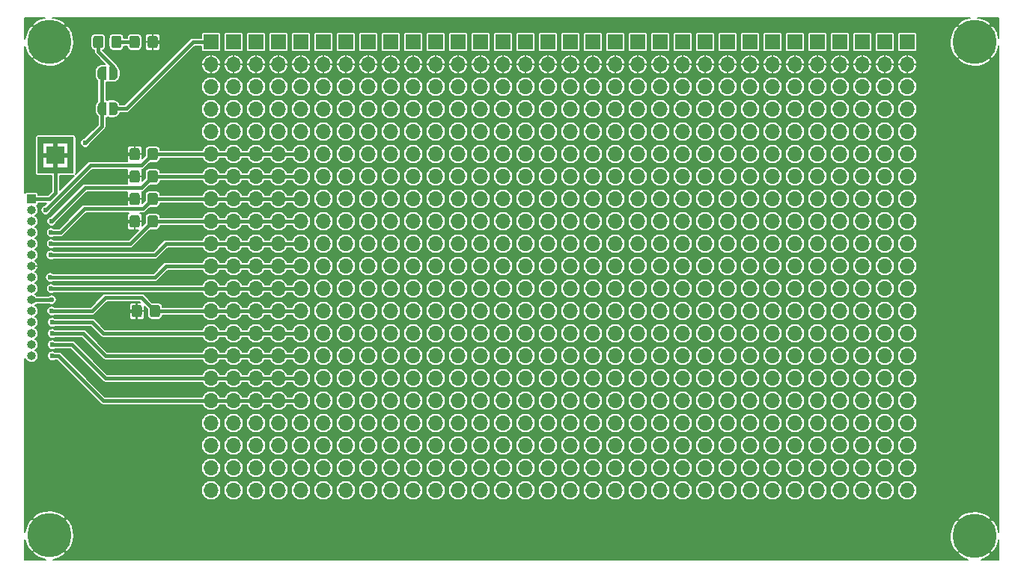
<source format=gbr>
%TF.GenerationSoftware,KiCad,Pcbnew,(5.1.6)-1*%
%TF.CreationDate,2020-08-25T07:27:34+03:00*%
%TF.ProjectId,15pinproto,31357069-6e70-4726-9f74-6f2e6b696361,rev?*%
%TF.SameCoordinates,Original*%
%TF.FileFunction,Copper,L1,Top*%
%TF.FilePolarity,Positive*%
%FSLAX46Y46*%
G04 Gerber Fmt 4.6, Leading zero omitted, Abs format (unit mm)*
G04 Created by KiCad (PCBNEW (5.1.6)-1) date 2020-08-25 07:27:34*
%MOMM*%
%LPD*%
G01*
G04 APERTURE LIST*
%TA.AperFunction,ComponentPad*%
%ADD10R,1.000000X1.000000*%
%TD*%
%TA.AperFunction,ComponentPad*%
%ADD11O,1.000000X1.000000*%
%TD*%
%TA.AperFunction,ComponentPad*%
%ADD12O,1.700000X1.700000*%
%TD*%
%TA.AperFunction,ComponentPad*%
%ADD13R,1.700000X1.700000*%
%TD*%
%TA.AperFunction,SMDPad,CuDef*%
%ADD14C,0.100000*%
%TD*%
%TA.AperFunction,Conductor*%
%ADD15C,0.100000*%
%TD*%
%TA.AperFunction,ComponentPad*%
%ADD16C,5.000000*%
%TD*%
%TA.AperFunction,ViaPad*%
%ADD17C,0.600000*%
%TD*%
%TA.AperFunction,Conductor*%
%ADD18C,0.400000*%
%TD*%
%TA.AperFunction,Conductor*%
%ADD19C,0.150000*%
%TD*%
G04 APERTURE END LIST*
D10*
%TO.P,J33,1*%
%TO.N,FG*%
X111760000Y-111760000D03*
D11*
%TO.P,J33,2*%
%TO.N,TXD*%
X111760000Y-113030000D03*
%TO.P,J33,3*%
%TO.N,RXD*%
X111760000Y-114300000D03*
%TO.P,J33,4*%
%TO.N,RTS*%
X111760000Y-115570000D03*
%TO.P,J33,5*%
%TO.N,CTS*%
X111760000Y-116840000D03*
%TO.P,J33,6*%
%TO.N,PIN6*%
X111760000Y-118110000D03*
%TO.P,J33,7*%
%TO.N,GND*%
X111760000Y-119380000D03*
%TO.P,J33,8*%
%TO.N,CD*%
X111760000Y-120650000D03*
%TO.P,J33,9*%
%TO.N,PIN9*%
X111760000Y-121920000D03*
%TO.P,J33,10*%
%TO.N,VCC*%
X111760000Y-123190000D03*
%TO.P,J33,11*%
%TO.N,RR*%
X111760000Y-124460000D03*
%TO.P,J33,12*%
%TO.N,PIN12*%
X111760000Y-125730000D03*
%TO.P,J33,13*%
%TO.N,VCC2*%
X111760000Y-127000000D03*
%TO.P,J33,14*%
%TO.N,DTR*%
X111760000Y-128270000D03*
%TO.P,J33,15*%
%TO.N,PIN15*%
X111760000Y-129540000D03*
%TD*%
D12*
%TO.P,J32,21*%
%TO.N,N/C*%
X210820000Y-144780000D03*
%TO.P,J32,20*%
X210820000Y-142240000D03*
%TO.P,J32,19*%
X210820000Y-139700000D03*
%TO.P,J32,18*%
X210820000Y-137160000D03*
%TO.P,J32,17*%
X210820000Y-134620000D03*
%TO.P,J32,16*%
X210820000Y-132080000D03*
%TO.P,J32,15*%
X210820000Y-129540000D03*
%TO.P,J32,14*%
X210820000Y-127000000D03*
%TO.P,J32,13*%
X210820000Y-124460000D03*
%TO.P,J32,12*%
X210820000Y-121920000D03*
%TO.P,J32,11*%
X210820000Y-119380000D03*
%TO.P,J32,10*%
X210820000Y-116840000D03*
%TO.P,J32,9*%
X210820000Y-114300000D03*
%TO.P,J32,8*%
X210820000Y-111760000D03*
%TO.P,J32,7*%
X210820000Y-109220000D03*
%TO.P,J32,6*%
X210820000Y-106680000D03*
%TO.P,J32,5*%
X210820000Y-104140000D03*
%TO.P,J32,4*%
X210820000Y-101600000D03*
%TO.P,J32,3*%
X210820000Y-99060000D03*
%TO.P,J32,2*%
%TO.N,GND*%
X210820000Y-96520000D03*
D13*
%TO.P,J32,1*%
%TO.N,VCCBoard*%
X210820000Y-93980000D03*
%TD*%
D12*
%TO.P,J31,21*%
%TO.N,N/C*%
X208280000Y-144780000D03*
%TO.P,J31,20*%
X208280000Y-142240000D03*
%TO.P,J31,19*%
X208280000Y-139700000D03*
%TO.P,J31,18*%
X208280000Y-137160000D03*
%TO.P,J31,17*%
X208280000Y-134620000D03*
%TO.P,J31,16*%
X208280000Y-132080000D03*
%TO.P,J31,15*%
X208280000Y-129540000D03*
%TO.P,J31,14*%
X208280000Y-127000000D03*
%TO.P,J31,13*%
X208280000Y-124460000D03*
%TO.P,J31,12*%
X208280000Y-121920000D03*
%TO.P,J31,11*%
X208280000Y-119380000D03*
%TO.P,J31,10*%
X208280000Y-116840000D03*
%TO.P,J31,9*%
X208280000Y-114300000D03*
%TO.P,J31,8*%
X208280000Y-111760000D03*
%TO.P,J31,7*%
X208280000Y-109220000D03*
%TO.P,J31,6*%
X208280000Y-106680000D03*
%TO.P,J31,5*%
X208280000Y-104140000D03*
%TO.P,J31,4*%
X208280000Y-101600000D03*
%TO.P,J31,3*%
X208280000Y-99060000D03*
%TO.P,J31,2*%
%TO.N,GND*%
X208280000Y-96520000D03*
D13*
%TO.P,J31,1*%
%TO.N,VCCBoard*%
X208280000Y-93980000D03*
%TD*%
D12*
%TO.P,J30,21*%
%TO.N,N/C*%
X205740000Y-144780000D03*
%TO.P,J30,20*%
X205740000Y-142240000D03*
%TO.P,J30,19*%
X205740000Y-139700000D03*
%TO.P,J30,18*%
X205740000Y-137160000D03*
%TO.P,J30,17*%
X205740000Y-134620000D03*
%TO.P,J30,16*%
X205740000Y-132080000D03*
%TO.P,J30,15*%
X205740000Y-129540000D03*
%TO.P,J30,14*%
X205740000Y-127000000D03*
%TO.P,J30,13*%
X205740000Y-124460000D03*
%TO.P,J30,12*%
X205740000Y-121920000D03*
%TO.P,J30,11*%
X205740000Y-119380000D03*
%TO.P,J30,10*%
X205740000Y-116840000D03*
%TO.P,J30,9*%
X205740000Y-114300000D03*
%TO.P,J30,8*%
X205740000Y-111760000D03*
%TO.P,J30,7*%
X205740000Y-109220000D03*
%TO.P,J30,6*%
X205740000Y-106680000D03*
%TO.P,J30,5*%
X205740000Y-104140000D03*
%TO.P,J30,4*%
X205740000Y-101600000D03*
%TO.P,J30,3*%
X205740000Y-99060000D03*
%TO.P,J30,2*%
%TO.N,GND*%
X205740000Y-96520000D03*
D13*
%TO.P,J30,1*%
%TO.N,VCCBoard*%
X205740000Y-93980000D03*
%TD*%
D12*
%TO.P,J29,21*%
%TO.N,N/C*%
X203200000Y-144780000D03*
%TO.P,J29,20*%
X203200000Y-142240000D03*
%TO.P,J29,19*%
X203200000Y-139700000D03*
%TO.P,J29,18*%
X203200000Y-137160000D03*
%TO.P,J29,17*%
X203200000Y-134620000D03*
%TO.P,J29,16*%
X203200000Y-132080000D03*
%TO.P,J29,15*%
X203200000Y-129540000D03*
%TO.P,J29,14*%
X203200000Y-127000000D03*
%TO.P,J29,13*%
X203200000Y-124460000D03*
%TO.P,J29,12*%
X203200000Y-121920000D03*
%TO.P,J29,11*%
X203200000Y-119380000D03*
%TO.P,J29,10*%
X203200000Y-116840000D03*
%TO.P,J29,9*%
X203200000Y-114300000D03*
%TO.P,J29,8*%
X203200000Y-111760000D03*
%TO.P,J29,7*%
X203200000Y-109220000D03*
%TO.P,J29,6*%
X203200000Y-106680000D03*
%TO.P,J29,5*%
X203200000Y-104140000D03*
%TO.P,J29,4*%
X203200000Y-101600000D03*
%TO.P,J29,3*%
X203200000Y-99060000D03*
%TO.P,J29,2*%
%TO.N,GND*%
X203200000Y-96520000D03*
D13*
%TO.P,J29,1*%
%TO.N,VCCBoard*%
X203200000Y-93980000D03*
%TD*%
D12*
%TO.P,J28,21*%
%TO.N,N/C*%
X200660000Y-144780000D03*
%TO.P,J28,20*%
X200660000Y-142240000D03*
%TO.P,J28,19*%
X200660000Y-139700000D03*
%TO.P,J28,18*%
X200660000Y-137160000D03*
%TO.P,J28,17*%
X200660000Y-134620000D03*
%TO.P,J28,16*%
X200660000Y-132080000D03*
%TO.P,J28,15*%
X200660000Y-129540000D03*
%TO.P,J28,14*%
X200660000Y-127000000D03*
%TO.P,J28,13*%
X200660000Y-124460000D03*
%TO.P,J28,12*%
X200660000Y-121920000D03*
%TO.P,J28,11*%
X200660000Y-119380000D03*
%TO.P,J28,10*%
X200660000Y-116840000D03*
%TO.P,J28,9*%
X200660000Y-114300000D03*
%TO.P,J28,8*%
X200660000Y-111760000D03*
%TO.P,J28,7*%
X200660000Y-109220000D03*
%TO.P,J28,6*%
X200660000Y-106680000D03*
%TO.P,J28,5*%
X200660000Y-104140000D03*
%TO.P,J28,4*%
X200660000Y-101600000D03*
%TO.P,J28,3*%
X200660000Y-99060000D03*
%TO.P,J28,2*%
%TO.N,GND*%
X200660000Y-96520000D03*
D13*
%TO.P,J28,1*%
%TO.N,VCCBoard*%
X200660000Y-93980000D03*
%TD*%
D12*
%TO.P,J27,21*%
%TO.N,N/C*%
X198120000Y-144780000D03*
%TO.P,J27,20*%
X198120000Y-142240000D03*
%TO.P,J27,19*%
X198120000Y-139700000D03*
%TO.P,J27,18*%
X198120000Y-137160000D03*
%TO.P,J27,17*%
X198120000Y-134620000D03*
%TO.P,J27,16*%
X198120000Y-132080000D03*
%TO.P,J27,15*%
X198120000Y-129540000D03*
%TO.P,J27,14*%
X198120000Y-127000000D03*
%TO.P,J27,13*%
X198120000Y-124460000D03*
%TO.P,J27,12*%
X198120000Y-121920000D03*
%TO.P,J27,11*%
X198120000Y-119380000D03*
%TO.P,J27,10*%
X198120000Y-116840000D03*
%TO.P,J27,9*%
X198120000Y-114300000D03*
%TO.P,J27,8*%
X198120000Y-111760000D03*
%TO.P,J27,7*%
X198120000Y-109220000D03*
%TO.P,J27,6*%
X198120000Y-106680000D03*
%TO.P,J27,5*%
X198120000Y-104140000D03*
%TO.P,J27,4*%
X198120000Y-101600000D03*
%TO.P,J27,3*%
X198120000Y-99060000D03*
%TO.P,J27,2*%
%TO.N,GND*%
X198120000Y-96520000D03*
D13*
%TO.P,J27,1*%
%TO.N,VCCBoard*%
X198120000Y-93980000D03*
%TD*%
D12*
%TO.P,J26,21*%
%TO.N,N/C*%
X195580000Y-144780000D03*
%TO.P,J26,20*%
X195580000Y-142240000D03*
%TO.P,J26,19*%
X195580000Y-139700000D03*
%TO.P,J26,18*%
X195580000Y-137160000D03*
%TO.P,J26,17*%
X195580000Y-134620000D03*
%TO.P,J26,16*%
X195580000Y-132080000D03*
%TO.P,J26,15*%
X195580000Y-129540000D03*
%TO.P,J26,14*%
X195580000Y-127000000D03*
%TO.P,J26,13*%
X195580000Y-124460000D03*
%TO.P,J26,12*%
X195580000Y-121920000D03*
%TO.P,J26,11*%
X195580000Y-119380000D03*
%TO.P,J26,10*%
X195580000Y-116840000D03*
%TO.P,J26,9*%
X195580000Y-114300000D03*
%TO.P,J26,8*%
X195580000Y-111760000D03*
%TO.P,J26,7*%
X195580000Y-109220000D03*
%TO.P,J26,6*%
X195580000Y-106680000D03*
%TO.P,J26,5*%
X195580000Y-104140000D03*
%TO.P,J26,4*%
X195580000Y-101600000D03*
%TO.P,J26,3*%
X195580000Y-99060000D03*
%TO.P,J26,2*%
%TO.N,GND*%
X195580000Y-96520000D03*
D13*
%TO.P,J26,1*%
%TO.N,VCCBoard*%
X195580000Y-93980000D03*
%TD*%
D12*
%TO.P,J25,21*%
%TO.N,N/C*%
X193040000Y-144780000D03*
%TO.P,J25,20*%
X193040000Y-142240000D03*
%TO.P,J25,19*%
X193040000Y-139700000D03*
%TO.P,J25,18*%
X193040000Y-137160000D03*
%TO.P,J25,17*%
X193040000Y-134620000D03*
%TO.P,J25,16*%
X193040000Y-132080000D03*
%TO.P,J25,15*%
X193040000Y-129540000D03*
%TO.P,J25,14*%
X193040000Y-127000000D03*
%TO.P,J25,13*%
X193040000Y-124460000D03*
%TO.P,J25,12*%
X193040000Y-121920000D03*
%TO.P,J25,11*%
X193040000Y-119380000D03*
%TO.P,J25,10*%
X193040000Y-116840000D03*
%TO.P,J25,9*%
X193040000Y-114300000D03*
%TO.P,J25,8*%
X193040000Y-111760000D03*
%TO.P,J25,7*%
X193040000Y-109220000D03*
%TO.P,J25,6*%
X193040000Y-106680000D03*
%TO.P,J25,5*%
X193040000Y-104140000D03*
%TO.P,J25,4*%
X193040000Y-101600000D03*
%TO.P,J25,3*%
X193040000Y-99060000D03*
%TO.P,J25,2*%
%TO.N,GND*%
X193040000Y-96520000D03*
D13*
%TO.P,J25,1*%
%TO.N,VCCBoard*%
X193040000Y-93980000D03*
%TD*%
D12*
%TO.P,J24,21*%
%TO.N,N/C*%
X190500000Y-144780000D03*
%TO.P,J24,20*%
X190500000Y-142240000D03*
%TO.P,J24,19*%
X190500000Y-139700000D03*
%TO.P,J24,18*%
X190500000Y-137160000D03*
%TO.P,J24,17*%
X190500000Y-134620000D03*
%TO.P,J24,16*%
X190500000Y-132080000D03*
%TO.P,J24,15*%
X190500000Y-129540000D03*
%TO.P,J24,14*%
X190500000Y-127000000D03*
%TO.P,J24,13*%
X190500000Y-124460000D03*
%TO.P,J24,12*%
X190500000Y-121920000D03*
%TO.P,J24,11*%
X190500000Y-119380000D03*
%TO.P,J24,10*%
X190500000Y-116840000D03*
%TO.P,J24,9*%
X190500000Y-114300000D03*
%TO.P,J24,8*%
X190500000Y-111760000D03*
%TO.P,J24,7*%
X190500000Y-109220000D03*
%TO.P,J24,6*%
X190500000Y-106680000D03*
%TO.P,J24,5*%
X190500000Y-104140000D03*
%TO.P,J24,4*%
X190500000Y-101600000D03*
%TO.P,J24,3*%
X190500000Y-99060000D03*
%TO.P,J24,2*%
%TO.N,GND*%
X190500000Y-96520000D03*
D13*
%TO.P,J24,1*%
%TO.N,VCCBoard*%
X190500000Y-93980000D03*
%TD*%
D12*
%TO.P,J23,21*%
%TO.N,N/C*%
X187960000Y-144780000D03*
%TO.P,J23,20*%
X187960000Y-142240000D03*
%TO.P,J23,19*%
X187960000Y-139700000D03*
%TO.P,J23,18*%
X187960000Y-137160000D03*
%TO.P,J23,17*%
X187960000Y-134620000D03*
%TO.P,J23,16*%
X187960000Y-132080000D03*
%TO.P,J23,15*%
X187960000Y-129540000D03*
%TO.P,J23,14*%
X187960000Y-127000000D03*
%TO.P,J23,13*%
X187960000Y-124460000D03*
%TO.P,J23,12*%
X187960000Y-121920000D03*
%TO.P,J23,11*%
X187960000Y-119380000D03*
%TO.P,J23,10*%
X187960000Y-116840000D03*
%TO.P,J23,9*%
X187960000Y-114300000D03*
%TO.P,J23,8*%
X187960000Y-111760000D03*
%TO.P,J23,7*%
X187960000Y-109220000D03*
%TO.P,J23,6*%
X187960000Y-106680000D03*
%TO.P,J23,5*%
X187960000Y-104140000D03*
%TO.P,J23,4*%
X187960000Y-101600000D03*
%TO.P,J23,3*%
X187960000Y-99060000D03*
%TO.P,J23,2*%
%TO.N,GND*%
X187960000Y-96520000D03*
D13*
%TO.P,J23,1*%
%TO.N,VCCBoard*%
X187960000Y-93980000D03*
%TD*%
D12*
%TO.P,J22,21*%
%TO.N,N/C*%
X185420000Y-144780000D03*
%TO.P,J22,20*%
X185420000Y-142240000D03*
%TO.P,J22,19*%
X185420000Y-139700000D03*
%TO.P,J22,18*%
X185420000Y-137160000D03*
%TO.P,J22,17*%
X185420000Y-134620000D03*
%TO.P,J22,16*%
X185420000Y-132080000D03*
%TO.P,J22,15*%
X185420000Y-129540000D03*
%TO.P,J22,14*%
X185420000Y-127000000D03*
%TO.P,J22,13*%
X185420000Y-124460000D03*
%TO.P,J22,12*%
X185420000Y-121920000D03*
%TO.P,J22,11*%
X185420000Y-119380000D03*
%TO.P,J22,10*%
X185420000Y-116840000D03*
%TO.P,J22,9*%
X185420000Y-114300000D03*
%TO.P,J22,8*%
X185420000Y-111760000D03*
%TO.P,J22,7*%
X185420000Y-109220000D03*
%TO.P,J22,6*%
X185420000Y-106680000D03*
%TO.P,J22,5*%
X185420000Y-104140000D03*
%TO.P,J22,4*%
X185420000Y-101600000D03*
%TO.P,J22,3*%
X185420000Y-99060000D03*
%TO.P,J22,2*%
%TO.N,GND*%
X185420000Y-96520000D03*
D13*
%TO.P,J22,1*%
%TO.N,VCCBoard*%
X185420000Y-93980000D03*
%TD*%
D12*
%TO.P,J21,21*%
%TO.N,N/C*%
X182880000Y-144780000D03*
%TO.P,J21,20*%
X182880000Y-142240000D03*
%TO.P,J21,19*%
X182880000Y-139700000D03*
%TO.P,J21,18*%
X182880000Y-137160000D03*
%TO.P,J21,17*%
X182880000Y-134620000D03*
%TO.P,J21,16*%
X182880000Y-132080000D03*
%TO.P,J21,15*%
X182880000Y-129540000D03*
%TO.P,J21,14*%
X182880000Y-127000000D03*
%TO.P,J21,13*%
X182880000Y-124460000D03*
%TO.P,J21,12*%
X182880000Y-121920000D03*
%TO.P,J21,11*%
X182880000Y-119380000D03*
%TO.P,J21,10*%
X182880000Y-116840000D03*
%TO.P,J21,9*%
X182880000Y-114300000D03*
%TO.P,J21,8*%
X182880000Y-111760000D03*
%TO.P,J21,7*%
X182880000Y-109220000D03*
%TO.P,J21,6*%
X182880000Y-106680000D03*
%TO.P,J21,5*%
X182880000Y-104140000D03*
%TO.P,J21,4*%
X182880000Y-101600000D03*
%TO.P,J21,3*%
X182880000Y-99060000D03*
%TO.P,J21,2*%
%TO.N,GND*%
X182880000Y-96520000D03*
D13*
%TO.P,J21,1*%
%TO.N,VCCBoard*%
X182880000Y-93980000D03*
%TD*%
D12*
%TO.P,J20,21*%
%TO.N,N/C*%
X180340000Y-144780000D03*
%TO.P,J20,20*%
X180340000Y-142240000D03*
%TO.P,J20,19*%
X180340000Y-139700000D03*
%TO.P,J20,18*%
X180340000Y-137160000D03*
%TO.P,J20,17*%
X180340000Y-134620000D03*
%TO.P,J20,16*%
X180340000Y-132080000D03*
%TO.P,J20,15*%
X180340000Y-129540000D03*
%TO.P,J20,14*%
X180340000Y-127000000D03*
%TO.P,J20,13*%
X180340000Y-124460000D03*
%TO.P,J20,12*%
X180340000Y-121920000D03*
%TO.P,J20,11*%
X180340000Y-119380000D03*
%TO.P,J20,10*%
X180340000Y-116840000D03*
%TO.P,J20,9*%
X180340000Y-114300000D03*
%TO.P,J20,8*%
X180340000Y-111760000D03*
%TO.P,J20,7*%
X180340000Y-109220000D03*
%TO.P,J20,6*%
X180340000Y-106680000D03*
%TO.P,J20,5*%
X180340000Y-104140000D03*
%TO.P,J20,4*%
X180340000Y-101600000D03*
%TO.P,J20,3*%
X180340000Y-99060000D03*
%TO.P,J20,2*%
%TO.N,GND*%
X180340000Y-96520000D03*
D13*
%TO.P,J20,1*%
%TO.N,VCCBoard*%
X180340000Y-93980000D03*
%TD*%
D12*
%TO.P,J19,21*%
%TO.N,N/C*%
X177800000Y-144780000D03*
%TO.P,J19,20*%
X177800000Y-142240000D03*
%TO.P,J19,19*%
X177800000Y-139700000D03*
%TO.P,J19,18*%
X177800000Y-137160000D03*
%TO.P,J19,17*%
X177800000Y-134620000D03*
%TO.P,J19,16*%
X177800000Y-132080000D03*
%TO.P,J19,15*%
X177800000Y-129540000D03*
%TO.P,J19,14*%
X177800000Y-127000000D03*
%TO.P,J19,13*%
X177800000Y-124460000D03*
%TO.P,J19,12*%
X177800000Y-121920000D03*
%TO.P,J19,11*%
X177800000Y-119380000D03*
%TO.P,J19,10*%
X177800000Y-116840000D03*
%TO.P,J19,9*%
X177800000Y-114300000D03*
%TO.P,J19,8*%
X177800000Y-111760000D03*
%TO.P,J19,7*%
X177800000Y-109220000D03*
%TO.P,J19,6*%
X177800000Y-106680000D03*
%TO.P,J19,5*%
X177800000Y-104140000D03*
%TO.P,J19,4*%
X177800000Y-101600000D03*
%TO.P,J19,3*%
X177800000Y-99060000D03*
%TO.P,J19,2*%
%TO.N,GND*%
X177800000Y-96520000D03*
D13*
%TO.P,J19,1*%
%TO.N,VCCBoard*%
X177800000Y-93980000D03*
%TD*%
D12*
%TO.P,J18,21*%
%TO.N,N/C*%
X175260000Y-144780000D03*
%TO.P,J18,20*%
X175260000Y-142240000D03*
%TO.P,J18,19*%
X175260000Y-139700000D03*
%TO.P,J18,18*%
X175260000Y-137160000D03*
%TO.P,J18,17*%
X175260000Y-134620000D03*
%TO.P,J18,16*%
X175260000Y-132080000D03*
%TO.P,J18,15*%
X175260000Y-129540000D03*
%TO.P,J18,14*%
X175260000Y-127000000D03*
%TO.P,J18,13*%
X175260000Y-124460000D03*
%TO.P,J18,12*%
X175260000Y-121920000D03*
%TO.P,J18,11*%
X175260000Y-119380000D03*
%TO.P,J18,10*%
X175260000Y-116840000D03*
%TO.P,J18,9*%
X175260000Y-114300000D03*
%TO.P,J18,8*%
X175260000Y-111760000D03*
%TO.P,J18,7*%
X175260000Y-109220000D03*
%TO.P,J18,6*%
X175260000Y-106680000D03*
%TO.P,J18,5*%
X175260000Y-104140000D03*
%TO.P,J18,4*%
X175260000Y-101600000D03*
%TO.P,J18,3*%
X175260000Y-99060000D03*
%TO.P,J18,2*%
%TO.N,GND*%
X175260000Y-96520000D03*
D13*
%TO.P,J18,1*%
%TO.N,VCCBoard*%
X175260000Y-93980000D03*
%TD*%
D12*
%TO.P,J17,21*%
%TO.N,N/C*%
X172720000Y-144780000D03*
%TO.P,J17,20*%
X172720000Y-142240000D03*
%TO.P,J17,19*%
X172720000Y-139700000D03*
%TO.P,J17,18*%
X172720000Y-137160000D03*
%TO.P,J17,17*%
X172720000Y-134620000D03*
%TO.P,J17,16*%
X172720000Y-132080000D03*
%TO.P,J17,15*%
X172720000Y-129540000D03*
%TO.P,J17,14*%
X172720000Y-127000000D03*
%TO.P,J17,13*%
X172720000Y-124460000D03*
%TO.P,J17,12*%
X172720000Y-121920000D03*
%TO.P,J17,11*%
X172720000Y-119380000D03*
%TO.P,J17,10*%
X172720000Y-116840000D03*
%TO.P,J17,9*%
X172720000Y-114300000D03*
%TO.P,J17,8*%
X172720000Y-111760000D03*
%TO.P,J17,7*%
X172720000Y-109220000D03*
%TO.P,J17,6*%
X172720000Y-106680000D03*
%TO.P,J17,5*%
X172720000Y-104140000D03*
%TO.P,J17,4*%
X172720000Y-101600000D03*
%TO.P,J17,3*%
X172720000Y-99060000D03*
%TO.P,J17,2*%
%TO.N,GND*%
X172720000Y-96520000D03*
D13*
%TO.P,J17,1*%
%TO.N,VCCBoard*%
X172720000Y-93980000D03*
%TD*%
D12*
%TO.P,J16,21*%
%TO.N,N/C*%
X170180000Y-144780000D03*
%TO.P,J16,20*%
X170180000Y-142240000D03*
%TO.P,J16,19*%
X170180000Y-139700000D03*
%TO.P,J16,18*%
X170180000Y-137160000D03*
%TO.P,J16,17*%
X170180000Y-134620000D03*
%TO.P,J16,16*%
X170180000Y-132080000D03*
%TO.P,J16,15*%
X170180000Y-129540000D03*
%TO.P,J16,14*%
X170180000Y-127000000D03*
%TO.P,J16,13*%
X170180000Y-124460000D03*
%TO.P,J16,12*%
X170180000Y-121920000D03*
%TO.P,J16,11*%
X170180000Y-119380000D03*
%TO.P,J16,10*%
X170180000Y-116840000D03*
%TO.P,J16,9*%
X170180000Y-114300000D03*
%TO.P,J16,8*%
X170180000Y-111760000D03*
%TO.P,J16,7*%
X170180000Y-109220000D03*
%TO.P,J16,6*%
X170180000Y-106680000D03*
%TO.P,J16,5*%
X170180000Y-104140000D03*
%TO.P,J16,4*%
X170180000Y-101600000D03*
%TO.P,J16,3*%
X170180000Y-99060000D03*
%TO.P,J16,2*%
%TO.N,GND*%
X170180000Y-96520000D03*
D13*
%TO.P,J16,1*%
%TO.N,VCCBoard*%
X170180000Y-93980000D03*
%TD*%
D12*
%TO.P,J15,21*%
%TO.N,N/C*%
X167640000Y-144780000D03*
%TO.P,J15,20*%
X167640000Y-142240000D03*
%TO.P,J15,19*%
X167640000Y-139700000D03*
%TO.P,J15,18*%
X167640000Y-137160000D03*
%TO.P,J15,17*%
X167640000Y-134620000D03*
%TO.P,J15,16*%
X167640000Y-132080000D03*
%TO.P,J15,15*%
X167640000Y-129540000D03*
%TO.P,J15,14*%
X167640000Y-127000000D03*
%TO.P,J15,13*%
X167640000Y-124460000D03*
%TO.P,J15,12*%
X167640000Y-121920000D03*
%TO.P,J15,11*%
X167640000Y-119380000D03*
%TO.P,J15,10*%
X167640000Y-116840000D03*
%TO.P,J15,9*%
X167640000Y-114300000D03*
%TO.P,J15,8*%
X167640000Y-111760000D03*
%TO.P,J15,7*%
X167640000Y-109220000D03*
%TO.P,J15,6*%
X167640000Y-106680000D03*
%TO.P,J15,5*%
X167640000Y-104140000D03*
%TO.P,J15,4*%
X167640000Y-101600000D03*
%TO.P,J15,3*%
X167640000Y-99060000D03*
%TO.P,J15,2*%
%TO.N,GND*%
X167640000Y-96520000D03*
D13*
%TO.P,J15,1*%
%TO.N,VCCBoard*%
X167640000Y-93980000D03*
%TD*%
D12*
%TO.P,J14,21*%
%TO.N,N/C*%
X165100000Y-144780000D03*
%TO.P,J14,20*%
X165100000Y-142240000D03*
%TO.P,J14,19*%
X165100000Y-139700000D03*
%TO.P,J14,18*%
X165100000Y-137160000D03*
%TO.P,J14,17*%
X165100000Y-134620000D03*
%TO.P,J14,16*%
X165100000Y-132080000D03*
%TO.P,J14,15*%
X165100000Y-129540000D03*
%TO.P,J14,14*%
X165100000Y-127000000D03*
%TO.P,J14,13*%
X165100000Y-124460000D03*
%TO.P,J14,12*%
X165100000Y-121920000D03*
%TO.P,J14,11*%
X165100000Y-119380000D03*
%TO.P,J14,10*%
X165100000Y-116840000D03*
%TO.P,J14,9*%
X165100000Y-114300000D03*
%TO.P,J14,8*%
X165100000Y-111760000D03*
%TO.P,J14,7*%
X165100000Y-109220000D03*
%TO.P,J14,6*%
X165100000Y-106680000D03*
%TO.P,J14,5*%
X165100000Y-104140000D03*
%TO.P,J14,4*%
X165100000Y-101600000D03*
%TO.P,J14,3*%
X165100000Y-99060000D03*
%TO.P,J14,2*%
%TO.N,GND*%
X165100000Y-96520000D03*
D13*
%TO.P,J14,1*%
%TO.N,VCCBoard*%
X165100000Y-93980000D03*
%TD*%
D12*
%TO.P,J13,21*%
%TO.N,N/C*%
X162560000Y-144780000D03*
%TO.P,J13,20*%
X162560000Y-142240000D03*
%TO.P,J13,19*%
X162560000Y-139700000D03*
%TO.P,J13,18*%
X162560000Y-137160000D03*
%TO.P,J13,17*%
X162560000Y-134620000D03*
%TO.P,J13,16*%
X162560000Y-132080000D03*
%TO.P,J13,15*%
X162560000Y-129540000D03*
%TO.P,J13,14*%
X162560000Y-127000000D03*
%TO.P,J13,13*%
X162560000Y-124460000D03*
%TO.P,J13,12*%
X162560000Y-121920000D03*
%TO.P,J13,11*%
X162560000Y-119380000D03*
%TO.P,J13,10*%
X162560000Y-116840000D03*
%TO.P,J13,9*%
X162560000Y-114300000D03*
%TO.P,J13,8*%
X162560000Y-111760000D03*
%TO.P,J13,7*%
X162560000Y-109220000D03*
%TO.P,J13,6*%
X162560000Y-106680000D03*
%TO.P,J13,5*%
X162560000Y-104140000D03*
%TO.P,J13,4*%
X162560000Y-101600000D03*
%TO.P,J13,3*%
X162560000Y-99060000D03*
%TO.P,J13,2*%
%TO.N,GND*%
X162560000Y-96520000D03*
D13*
%TO.P,J13,1*%
%TO.N,VCCBoard*%
X162560000Y-93980000D03*
%TD*%
D12*
%TO.P,J12,21*%
%TO.N,N/C*%
X160020000Y-144780000D03*
%TO.P,J12,20*%
X160020000Y-142240000D03*
%TO.P,J12,19*%
X160020000Y-139700000D03*
%TO.P,J12,18*%
X160020000Y-137160000D03*
%TO.P,J12,17*%
X160020000Y-134620000D03*
%TO.P,J12,16*%
X160020000Y-132080000D03*
%TO.P,J12,15*%
X160020000Y-129540000D03*
%TO.P,J12,14*%
X160020000Y-127000000D03*
%TO.P,J12,13*%
X160020000Y-124460000D03*
%TO.P,J12,12*%
X160020000Y-121920000D03*
%TO.P,J12,11*%
X160020000Y-119380000D03*
%TO.P,J12,10*%
X160020000Y-116840000D03*
%TO.P,J12,9*%
X160020000Y-114300000D03*
%TO.P,J12,8*%
X160020000Y-111760000D03*
%TO.P,J12,7*%
X160020000Y-109220000D03*
%TO.P,J12,6*%
X160020000Y-106680000D03*
%TO.P,J12,5*%
X160020000Y-104140000D03*
%TO.P,J12,4*%
X160020000Y-101600000D03*
%TO.P,J12,3*%
X160020000Y-99060000D03*
%TO.P,J12,2*%
%TO.N,GND*%
X160020000Y-96520000D03*
D13*
%TO.P,J12,1*%
%TO.N,VCCBoard*%
X160020000Y-93980000D03*
%TD*%
D12*
%TO.P,J11,21*%
%TO.N,N/C*%
X157480000Y-144780000D03*
%TO.P,J11,20*%
X157480000Y-142240000D03*
%TO.P,J11,19*%
X157480000Y-139700000D03*
%TO.P,J11,18*%
X157480000Y-137160000D03*
%TO.P,J11,17*%
X157480000Y-134620000D03*
%TO.P,J11,16*%
X157480000Y-132080000D03*
%TO.P,J11,15*%
X157480000Y-129540000D03*
%TO.P,J11,14*%
X157480000Y-127000000D03*
%TO.P,J11,13*%
X157480000Y-124460000D03*
%TO.P,J11,12*%
X157480000Y-121920000D03*
%TO.P,J11,11*%
X157480000Y-119380000D03*
%TO.P,J11,10*%
X157480000Y-116840000D03*
%TO.P,J11,9*%
X157480000Y-114300000D03*
%TO.P,J11,8*%
X157480000Y-111760000D03*
%TO.P,J11,7*%
X157480000Y-109220000D03*
%TO.P,J11,6*%
X157480000Y-106680000D03*
%TO.P,J11,5*%
X157480000Y-104140000D03*
%TO.P,J11,4*%
X157480000Y-101600000D03*
%TO.P,J11,3*%
X157480000Y-99060000D03*
%TO.P,J11,2*%
%TO.N,GND*%
X157480000Y-96520000D03*
D13*
%TO.P,J11,1*%
%TO.N,VCCBoard*%
X157480000Y-93980000D03*
%TD*%
D12*
%TO.P,J10,21*%
%TO.N,N/C*%
X154940000Y-144780000D03*
%TO.P,J10,20*%
X154940000Y-142240000D03*
%TO.P,J10,19*%
X154940000Y-139700000D03*
%TO.P,J10,18*%
X154940000Y-137160000D03*
%TO.P,J10,17*%
X154940000Y-134620000D03*
%TO.P,J10,16*%
X154940000Y-132080000D03*
%TO.P,J10,15*%
X154940000Y-129540000D03*
%TO.P,J10,14*%
X154940000Y-127000000D03*
%TO.P,J10,13*%
X154940000Y-124460000D03*
%TO.P,J10,12*%
X154940000Y-121920000D03*
%TO.P,J10,11*%
X154940000Y-119380000D03*
%TO.P,J10,10*%
X154940000Y-116840000D03*
%TO.P,J10,9*%
X154940000Y-114300000D03*
%TO.P,J10,8*%
X154940000Y-111760000D03*
%TO.P,J10,7*%
X154940000Y-109220000D03*
%TO.P,J10,6*%
X154940000Y-106680000D03*
%TO.P,J10,5*%
X154940000Y-104140000D03*
%TO.P,J10,4*%
X154940000Y-101600000D03*
%TO.P,J10,3*%
X154940000Y-99060000D03*
%TO.P,J10,2*%
%TO.N,GND*%
X154940000Y-96520000D03*
D13*
%TO.P,J10,1*%
%TO.N,VCCBoard*%
X154940000Y-93980000D03*
%TD*%
D12*
%TO.P,J9,21*%
%TO.N,N/C*%
X152400000Y-144780000D03*
%TO.P,J9,20*%
X152400000Y-142240000D03*
%TO.P,J9,19*%
X152400000Y-139700000D03*
%TO.P,J9,18*%
X152400000Y-137160000D03*
%TO.P,J9,17*%
X152400000Y-134620000D03*
%TO.P,J9,16*%
X152400000Y-132080000D03*
%TO.P,J9,15*%
X152400000Y-129540000D03*
%TO.P,J9,14*%
X152400000Y-127000000D03*
%TO.P,J9,13*%
X152400000Y-124460000D03*
%TO.P,J9,12*%
X152400000Y-121920000D03*
%TO.P,J9,11*%
X152400000Y-119380000D03*
%TO.P,J9,10*%
X152400000Y-116840000D03*
%TO.P,J9,9*%
X152400000Y-114300000D03*
%TO.P,J9,8*%
X152400000Y-111760000D03*
%TO.P,J9,7*%
X152400000Y-109220000D03*
%TO.P,J9,6*%
X152400000Y-106680000D03*
%TO.P,J9,5*%
X152400000Y-104140000D03*
%TO.P,J9,4*%
X152400000Y-101600000D03*
%TO.P,J9,3*%
X152400000Y-99060000D03*
%TO.P,J9,2*%
%TO.N,GND*%
X152400000Y-96520000D03*
D13*
%TO.P,J9,1*%
%TO.N,VCCBoard*%
X152400000Y-93980000D03*
%TD*%
D12*
%TO.P,J8,21*%
%TO.N,N/C*%
X149860000Y-144780000D03*
%TO.P,J8,20*%
X149860000Y-142240000D03*
%TO.P,J8,19*%
X149860000Y-139700000D03*
%TO.P,J8,18*%
X149860000Y-137160000D03*
%TO.P,J8,17*%
X149860000Y-134620000D03*
%TO.P,J8,16*%
X149860000Y-132080000D03*
%TO.P,J8,15*%
X149860000Y-129540000D03*
%TO.P,J8,14*%
X149860000Y-127000000D03*
%TO.P,J8,13*%
X149860000Y-124460000D03*
%TO.P,J8,12*%
X149860000Y-121920000D03*
%TO.P,J8,11*%
X149860000Y-119380000D03*
%TO.P,J8,10*%
X149860000Y-116840000D03*
%TO.P,J8,9*%
X149860000Y-114300000D03*
%TO.P,J8,8*%
X149860000Y-111760000D03*
%TO.P,J8,7*%
X149860000Y-109220000D03*
%TO.P,J8,6*%
X149860000Y-106680000D03*
%TO.P,J8,5*%
X149860000Y-104140000D03*
%TO.P,J8,4*%
X149860000Y-101600000D03*
%TO.P,J8,3*%
X149860000Y-99060000D03*
%TO.P,J8,2*%
%TO.N,GND*%
X149860000Y-96520000D03*
D13*
%TO.P,J8,1*%
%TO.N,VCCBoard*%
X149860000Y-93980000D03*
%TD*%
D12*
%TO.P,J7,21*%
%TO.N,N/C*%
X147320000Y-144780000D03*
%TO.P,J7,20*%
X147320000Y-142240000D03*
%TO.P,J7,19*%
X147320000Y-139700000D03*
%TO.P,J7,18*%
X147320000Y-137160000D03*
%TO.P,J7,17*%
X147320000Y-134620000D03*
%TO.P,J7,16*%
X147320000Y-132080000D03*
%TO.P,J7,15*%
X147320000Y-129540000D03*
%TO.P,J7,14*%
X147320000Y-127000000D03*
%TO.P,J7,13*%
X147320000Y-124460000D03*
%TO.P,J7,12*%
X147320000Y-121920000D03*
%TO.P,J7,11*%
X147320000Y-119380000D03*
%TO.P,J7,10*%
X147320000Y-116840000D03*
%TO.P,J7,9*%
X147320000Y-114300000D03*
%TO.P,J7,8*%
X147320000Y-111760000D03*
%TO.P,J7,7*%
X147320000Y-109220000D03*
%TO.P,J7,6*%
X147320000Y-106680000D03*
%TO.P,J7,5*%
X147320000Y-104140000D03*
%TO.P,J7,4*%
X147320000Y-101600000D03*
%TO.P,J7,3*%
X147320000Y-99060000D03*
%TO.P,J7,2*%
%TO.N,GND*%
X147320000Y-96520000D03*
D13*
%TO.P,J7,1*%
%TO.N,VCCBoard*%
X147320000Y-93980000D03*
%TD*%
D12*
%TO.P,J6,21*%
%TO.N,N/C*%
X144780000Y-144780000D03*
%TO.P,J6,20*%
X144780000Y-142240000D03*
%TO.P,J6,19*%
X144780000Y-139700000D03*
%TO.P,J6,18*%
X144780000Y-137160000D03*
%TO.P,J6,17*%
X144780000Y-134620000D03*
%TO.P,J6,16*%
X144780000Y-132080000D03*
%TO.P,J6,15*%
X144780000Y-129540000D03*
%TO.P,J6,14*%
X144780000Y-127000000D03*
%TO.P,J6,13*%
X144780000Y-124460000D03*
%TO.P,J6,12*%
X144780000Y-121920000D03*
%TO.P,J6,11*%
X144780000Y-119380000D03*
%TO.P,J6,10*%
X144780000Y-116840000D03*
%TO.P,J6,9*%
X144780000Y-114300000D03*
%TO.P,J6,8*%
X144780000Y-111760000D03*
%TO.P,J6,7*%
X144780000Y-109220000D03*
%TO.P,J6,6*%
X144780000Y-106680000D03*
%TO.P,J6,5*%
X144780000Y-104140000D03*
%TO.P,J6,4*%
X144780000Y-101600000D03*
%TO.P,J6,3*%
X144780000Y-99060000D03*
%TO.P,J6,2*%
%TO.N,GND*%
X144780000Y-96520000D03*
D13*
%TO.P,J6,1*%
%TO.N,VCCBoard*%
X144780000Y-93980000D03*
%TD*%
D12*
%TO.P,J5,21*%
%TO.N,N/C*%
X142240000Y-144780000D03*
%TO.P,J5,20*%
X142240000Y-142240000D03*
%TO.P,J5,19*%
X142240000Y-139700000D03*
%TO.P,J5,18*%
X142240000Y-137160000D03*
%TO.P,J5,17*%
%TO.N,PIN15*%
X142240000Y-134620000D03*
%TO.P,J5,16*%
%TO.N,DTR*%
X142240000Y-132080000D03*
%TO.P,J5,15*%
%TO.N,VCC2*%
X142240000Y-129540000D03*
%TO.P,J5,14*%
%TO.N,PIN12*%
X142240000Y-127000000D03*
%TO.P,J5,13*%
%TO.N,RR*%
X142240000Y-124460000D03*
%TO.P,J5,12*%
%TO.N,PIN9*%
X142240000Y-121920000D03*
%TO.P,J5,11*%
%TO.N,CD*%
X142240000Y-119380000D03*
%TO.P,J5,10*%
%TO.N,PIN6*%
X142240000Y-116840000D03*
%TO.P,J5,9*%
%TO.N,CTS*%
X142240000Y-114300000D03*
%TO.P,J5,8*%
%TO.N,RTS*%
X142240000Y-111760000D03*
%TO.P,J5,7*%
%TO.N,RXD*%
X142240000Y-109220000D03*
%TO.P,J5,6*%
%TO.N,TXD*%
X142240000Y-106680000D03*
%TO.P,J5,5*%
%TO.N,N/C*%
X142240000Y-104140000D03*
%TO.P,J5,4*%
X142240000Y-101600000D03*
%TO.P,J5,3*%
X142240000Y-99060000D03*
%TO.P,J5,2*%
%TO.N,GND*%
X142240000Y-96520000D03*
D13*
%TO.P,J5,1*%
%TO.N,VCCBoard*%
X142240000Y-93980000D03*
%TD*%
D12*
%TO.P,J4,21*%
%TO.N,N/C*%
X139700000Y-144780000D03*
%TO.P,J4,20*%
X139700000Y-142240000D03*
%TO.P,J4,19*%
X139700000Y-139700000D03*
%TO.P,J4,18*%
X139700000Y-137160000D03*
%TO.P,J4,17*%
%TO.N,PIN15*%
X139700000Y-134620000D03*
%TO.P,J4,16*%
%TO.N,DTR*%
X139700000Y-132080000D03*
%TO.P,J4,15*%
%TO.N,VCC2*%
X139700000Y-129540000D03*
%TO.P,J4,14*%
%TO.N,PIN12*%
X139700000Y-127000000D03*
%TO.P,J4,13*%
%TO.N,RR*%
X139700000Y-124460000D03*
%TO.P,J4,12*%
%TO.N,PIN9*%
X139700000Y-121920000D03*
%TO.P,J4,11*%
%TO.N,CD*%
X139700000Y-119380000D03*
%TO.P,J4,10*%
%TO.N,PIN6*%
X139700000Y-116840000D03*
%TO.P,J4,9*%
%TO.N,CTS*%
X139700000Y-114300000D03*
%TO.P,J4,8*%
%TO.N,RTS*%
X139700000Y-111760000D03*
%TO.P,J4,7*%
%TO.N,RXD*%
X139700000Y-109220000D03*
%TO.P,J4,6*%
%TO.N,TXD*%
X139700000Y-106680000D03*
%TO.P,J4,5*%
%TO.N,N/C*%
X139700000Y-104140000D03*
%TO.P,J4,4*%
X139700000Y-101600000D03*
%TO.P,J4,3*%
X139700000Y-99060000D03*
%TO.P,J4,2*%
%TO.N,GND*%
X139700000Y-96520000D03*
D13*
%TO.P,J4,1*%
%TO.N,VCCBoard*%
X139700000Y-93980000D03*
%TD*%
D12*
%TO.P,J3,21*%
%TO.N,N/C*%
X137160000Y-144780000D03*
%TO.P,J3,20*%
X137160000Y-142240000D03*
%TO.P,J3,19*%
X137160000Y-139700000D03*
%TO.P,J3,18*%
X137160000Y-137160000D03*
%TO.P,J3,17*%
%TO.N,PIN15*%
X137160000Y-134620000D03*
%TO.P,J3,16*%
%TO.N,DTR*%
X137160000Y-132080000D03*
%TO.P,J3,15*%
%TO.N,VCC2*%
X137160000Y-129540000D03*
%TO.P,J3,14*%
%TO.N,PIN12*%
X137160000Y-127000000D03*
%TO.P,J3,13*%
%TO.N,RR*%
X137160000Y-124460000D03*
%TO.P,J3,12*%
%TO.N,PIN9*%
X137160000Y-121920000D03*
%TO.P,J3,11*%
%TO.N,CD*%
X137160000Y-119380000D03*
%TO.P,J3,10*%
%TO.N,PIN6*%
X137160000Y-116840000D03*
%TO.P,J3,9*%
%TO.N,CTS*%
X137160000Y-114300000D03*
%TO.P,J3,8*%
%TO.N,RTS*%
X137160000Y-111760000D03*
%TO.P,J3,7*%
%TO.N,RXD*%
X137160000Y-109220000D03*
%TO.P,J3,6*%
%TO.N,TXD*%
X137160000Y-106680000D03*
%TO.P,J3,5*%
%TO.N,N/C*%
X137160000Y-104140000D03*
%TO.P,J3,4*%
X137160000Y-101600000D03*
%TO.P,J3,3*%
X137160000Y-99060000D03*
%TO.P,J3,2*%
%TO.N,GND*%
X137160000Y-96520000D03*
D13*
%TO.P,J3,1*%
%TO.N,VCCBoard*%
X137160000Y-93980000D03*
%TD*%
D12*
%TO.P,J2,21*%
%TO.N,N/C*%
X134620000Y-144780000D03*
%TO.P,J2,20*%
X134620000Y-142240000D03*
%TO.P,J2,19*%
X134620000Y-139700000D03*
%TO.P,J2,18*%
X134620000Y-137160000D03*
%TO.P,J2,17*%
%TO.N,PIN15*%
X134620000Y-134620000D03*
%TO.P,J2,16*%
%TO.N,DTR*%
X134620000Y-132080000D03*
%TO.P,J2,15*%
%TO.N,VCC2*%
X134620000Y-129540000D03*
%TO.P,J2,14*%
%TO.N,PIN12*%
X134620000Y-127000000D03*
%TO.P,J2,13*%
%TO.N,RR*%
X134620000Y-124460000D03*
%TO.P,J2,12*%
%TO.N,PIN9*%
X134620000Y-121920000D03*
%TO.P,J2,11*%
%TO.N,CD*%
X134620000Y-119380000D03*
%TO.P,J2,10*%
%TO.N,PIN6*%
X134620000Y-116840000D03*
%TO.P,J2,9*%
%TO.N,CTS*%
X134620000Y-114300000D03*
%TO.P,J2,8*%
%TO.N,RTS*%
X134620000Y-111760000D03*
%TO.P,J2,7*%
%TO.N,RXD*%
X134620000Y-109220000D03*
%TO.P,J2,6*%
%TO.N,TXD*%
X134620000Y-106680000D03*
%TO.P,J2,5*%
%TO.N,N/C*%
X134620000Y-104140000D03*
%TO.P,J2,4*%
X134620000Y-101600000D03*
%TO.P,J2,3*%
X134620000Y-99060000D03*
%TO.P,J2,2*%
%TO.N,GND*%
X134620000Y-96520000D03*
D13*
%TO.P,J2,1*%
%TO.N,VCCBoard*%
X134620000Y-93980000D03*
%TD*%
D12*
%TO.P,J1,21*%
%TO.N,N/C*%
X132080000Y-144780000D03*
%TO.P,J1,20*%
X132080000Y-142240000D03*
%TO.P,J1,19*%
X132080000Y-139700000D03*
%TO.P,J1,18*%
X132080000Y-137160000D03*
%TO.P,J1,17*%
%TO.N,PIN15*%
X132080000Y-134620000D03*
%TO.P,J1,16*%
%TO.N,DTR*%
X132080000Y-132080000D03*
%TO.P,J1,15*%
%TO.N,VCC2*%
X132080000Y-129540000D03*
%TO.P,J1,14*%
%TO.N,PIN12*%
X132080000Y-127000000D03*
%TO.P,J1,13*%
%TO.N,RR*%
X132080000Y-124460000D03*
%TO.P,J1,12*%
%TO.N,PIN9*%
X132080000Y-121920000D03*
%TO.P,J1,11*%
%TO.N,CD*%
X132080000Y-119380000D03*
%TO.P,J1,10*%
%TO.N,PIN6*%
X132080000Y-116840000D03*
%TO.P,J1,9*%
%TO.N,CTS*%
X132080000Y-114300000D03*
%TO.P,J1,8*%
%TO.N,RTS*%
X132080000Y-111760000D03*
%TO.P,J1,7*%
%TO.N,RXD*%
X132080000Y-109220000D03*
%TO.P,J1,6*%
%TO.N,TXD*%
X132080000Y-106680000D03*
%TO.P,J1,5*%
%TO.N,N/C*%
X132080000Y-104140000D03*
%TO.P,J1,4*%
X132080000Y-101600000D03*
%TO.P,J1,3*%
X132080000Y-99060000D03*
%TO.P,J1,2*%
%TO.N,GND*%
X132080000Y-96520000D03*
D13*
%TO.P,J1,1*%
%TO.N,VCCBoard*%
X132080000Y-93980000D03*
%TD*%
%TO.P,R6,2*%
%TO.N,CTS*%
%TA.AperFunction,SMDPad,CuDef*%
G36*
G01*
X124910000Y-114750001D02*
X124910000Y-113849999D01*
G75*
G02*
X125159999Y-113600000I249999J0D01*
G01*
X125810001Y-113600000D01*
G75*
G02*
X126060000Y-113849999I0J-249999D01*
G01*
X126060000Y-114750001D01*
G75*
G02*
X125810001Y-115000000I-249999J0D01*
G01*
X125159999Y-115000000D01*
G75*
G02*
X124910000Y-114750001I0J249999D01*
G01*
G37*
%TD.AperFunction*%
%TO.P,R6,1*%
%TO.N,GND*%
%TA.AperFunction,SMDPad,CuDef*%
G36*
G01*
X122860000Y-114750001D02*
X122860000Y-113849999D01*
G75*
G02*
X123109999Y-113600000I249999J0D01*
G01*
X123760001Y-113600000D01*
G75*
G02*
X124010000Y-113849999I0J-249999D01*
G01*
X124010000Y-114750001D01*
G75*
G02*
X123760001Y-115000000I-249999J0D01*
G01*
X123109999Y-115000000D01*
G75*
G02*
X122860000Y-114750001I0J249999D01*
G01*
G37*
%TD.AperFunction*%
%TD*%
%TO.P,R5,2*%
%TO.N,RR*%
%TA.AperFunction,SMDPad,CuDef*%
G36*
G01*
X125155000Y-124910001D02*
X125155000Y-124009999D01*
G75*
G02*
X125404999Y-123760000I249999J0D01*
G01*
X126055001Y-123760000D01*
G75*
G02*
X126305000Y-124009999I0J-249999D01*
G01*
X126305000Y-124910001D01*
G75*
G02*
X126055001Y-125160000I-249999J0D01*
G01*
X125404999Y-125160000D01*
G75*
G02*
X125155000Y-124910001I0J249999D01*
G01*
G37*
%TD.AperFunction*%
%TO.P,R5,1*%
%TO.N,GND*%
%TA.AperFunction,SMDPad,CuDef*%
G36*
G01*
X123105000Y-124910001D02*
X123105000Y-124009999D01*
G75*
G02*
X123354999Y-123760000I249999J0D01*
G01*
X124005001Y-123760000D01*
G75*
G02*
X124255000Y-124009999I0J-249999D01*
G01*
X124255000Y-124910001D01*
G75*
G02*
X124005001Y-125160000I-249999J0D01*
G01*
X123354999Y-125160000D01*
G75*
G02*
X123105000Y-124910001I0J249999D01*
G01*
G37*
%TD.AperFunction*%
%TD*%
%TO.P,R4,2*%
%TO.N,RXD*%
%TA.AperFunction,SMDPad,CuDef*%
G36*
G01*
X124910000Y-109670001D02*
X124910000Y-108769999D01*
G75*
G02*
X125159999Y-108520000I249999J0D01*
G01*
X125810001Y-108520000D01*
G75*
G02*
X126060000Y-108769999I0J-249999D01*
G01*
X126060000Y-109670001D01*
G75*
G02*
X125810001Y-109920000I-249999J0D01*
G01*
X125159999Y-109920000D01*
G75*
G02*
X124910000Y-109670001I0J249999D01*
G01*
G37*
%TD.AperFunction*%
%TO.P,R4,1*%
%TO.N,GND*%
%TA.AperFunction,SMDPad,CuDef*%
G36*
G01*
X122860000Y-109670001D02*
X122860000Y-108769999D01*
G75*
G02*
X123109999Y-108520000I249999J0D01*
G01*
X123760001Y-108520000D01*
G75*
G02*
X124010000Y-108769999I0J-249999D01*
G01*
X124010000Y-109670001D01*
G75*
G02*
X123760001Y-109920000I-249999J0D01*
G01*
X123109999Y-109920000D01*
G75*
G02*
X122860000Y-109670001I0J249999D01*
G01*
G37*
%TD.AperFunction*%
%TD*%
%TO.P,R3,2*%
%TO.N,RTS*%
%TA.AperFunction,SMDPad,CuDef*%
G36*
G01*
X124910000Y-112210001D02*
X124910000Y-111309999D01*
G75*
G02*
X125159999Y-111060000I249999J0D01*
G01*
X125810001Y-111060000D01*
G75*
G02*
X126060000Y-111309999I0J-249999D01*
G01*
X126060000Y-112210001D01*
G75*
G02*
X125810001Y-112460000I-249999J0D01*
G01*
X125159999Y-112460000D01*
G75*
G02*
X124910000Y-112210001I0J249999D01*
G01*
G37*
%TD.AperFunction*%
%TO.P,R3,1*%
%TO.N,GND*%
%TA.AperFunction,SMDPad,CuDef*%
G36*
G01*
X122860000Y-112210001D02*
X122860000Y-111309999D01*
G75*
G02*
X123109999Y-111060000I249999J0D01*
G01*
X123760001Y-111060000D01*
G75*
G02*
X124010000Y-111309999I0J-249999D01*
G01*
X124010000Y-112210001D01*
G75*
G02*
X123760001Y-112460000I-249999J0D01*
G01*
X123109999Y-112460000D01*
G75*
G02*
X122860000Y-112210001I0J249999D01*
G01*
G37*
%TD.AperFunction*%
%TD*%
%TO.P,R2,2*%
%TO.N,TXD*%
%TA.AperFunction,SMDPad,CuDef*%
G36*
G01*
X124910000Y-107130001D02*
X124910000Y-106229999D01*
G75*
G02*
X125159999Y-105980000I249999J0D01*
G01*
X125810001Y-105980000D01*
G75*
G02*
X126060000Y-106229999I0J-249999D01*
G01*
X126060000Y-107130001D01*
G75*
G02*
X125810001Y-107380000I-249999J0D01*
G01*
X125159999Y-107380000D01*
G75*
G02*
X124910000Y-107130001I0J249999D01*
G01*
G37*
%TD.AperFunction*%
%TO.P,R2,1*%
%TO.N,GND*%
%TA.AperFunction,SMDPad,CuDef*%
G36*
G01*
X122860000Y-107130001D02*
X122860000Y-106229999D01*
G75*
G02*
X123109999Y-105980000I249999J0D01*
G01*
X123760001Y-105980000D01*
G75*
G02*
X124010000Y-106229999I0J-249999D01*
G01*
X124010000Y-107130001D01*
G75*
G02*
X123760001Y-107380000I-249999J0D01*
G01*
X123109999Y-107380000D01*
G75*
G02*
X122860000Y-107130001I0J249999D01*
G01*
G37*
%TD.AperFunction*%
%TD*%
%TO.P,R1,2*%
%TO.N,Net-(JP1-Pad2)*%
%TA.AperFunction,SMDPad,CuDef*%
G36*
G01*
X119901000Y-93529999D02*
X119901000Y-94430001D01*
G75*
G02*
X119651001Y-94680000I-249999J0D01*
G01*
X119000999Y-94680000D01*
G75*
G02*
X118751000Y-94430001I0J249999D01*
G01*
X118751000Y-93529999D01*
G75*
G02*
X119000999Y-93280000I249999J0D01*
G01*
X119651001Y-93280000D01*
G75*
G02*
X119901000Y-93529999I0J-249999D01*
G01*
G37*
%TD.AperFunction*%
%TO.P,R1,1*%
%TO.N,Net-(D1-Pad2)*%
%TA.AperFunction,SMDPad,CuDef*%
G36*
G01*
X121951000Y-93529999D02*
X121951000Y-94430001D01*
G75*
G02*
X121701001Y-94680000I-249999J0D01*
G01*
X121050999Y-94680000D01*
G75*
G02*
X120801000Y-94430001I0J249999D01*
G01*
X120801000Y-93529999D01*
G75*
G02*
X121050999Y-93280000I249999J0D01*
G01*
X121701001Y-93280000D01*
G75*
G02*
X121951000Y-93529999I0J-249999D01*
G01*
G37*
%TD.AperFunction*%
%TD*%
%TA.AperFunction,SMDPad,CuDef*%
D14*
%TO.P,JP2,2*%
%TO.N,VCCBoard*%
G36*
X121046000Y-100787102D02*
G01*
X121070534Y-100787102D01*
X121119365Y-100791912D01*
X121167490Y-100801484D01*
X121214445Y-100815728D01*
X121259778Y-100834505D01*
X121303051Y-100857636D01*
X121343850Y-100884896D01*
X121381779Y-100916024D01*
X121416476Y-100950721D01*
X121447604Y-100988650D01*
X121474864Y-101029449D01*
X121497995Y-101072722D01*
X121516772Y-101118055D01*
X121531016Y-101165010D01*
X121540588Y-101213135D01*
X121545398Y-101261966D01*
X121545398Y-101286500D01*
X121546000Y-101286500D01*
X121546000Y-101786500D01*
X121545398Y-101786500D01*
X121545398Y-101811034D01*
X121540588Y-101859865D01*
X121531016Y-101907990D01*
X121516772Y-101954945D01*
X121497995Y-102000278D01*
X121474864Y-102043551D01*
X121447604Y-102084350D01*
X121416476Y-102122279D01*
X121381779Y-102156976D01*
X121343850Y-102188104D01*
X121303051Y-102215364D01*
X121259778Y-102238495D01*
X121214445Y-102257272D01*
X121167490Y-102271516D01*
X121119365Y-102281088D01*
X121070534Y-102285898D01*
X121046000Y-102285898D01*
X121046000Y-102286500D01*
X120546000Y-102286500D01*
X120546000Y-100786500D01*
X121046000Y-100786500D01*
X121046000Y-100787102D01*
G37*
%TD.AperFunction*%
%TA.AperFunction,SMDPad,CuDef*%
%TO.P,JP2,1*%
%TO.N,VCC*%
G36*
X120246000Y-102286500D02*
G01*
X119746000Y-102286500D01*
X119746000Y-102285898D01*
X119721466Y-102285898D01*
X119672635Y-102281088D01*
X119624510Y-102271516D01*
X119577555Y-102257272D01*
X119532222Y-102238495D01*
X119488949Y-102215364D01*
X119448150Y-102188104D01*
X119410221Y-102156976D01*
X119375524Y-102122279D01*
X119344396Y-102084350D01*
X119317136Y-102043551D01*
X119294005Y-102000278D01*
X119275228Y-101954945D01*
X119260984Y-101907990D01*
X119251412Y-101859865D01*
X119246602Y-101811034D01*
X119246602Y-101786500D01*
X119246000Y-101786500D01*
X119246000Y-101286500D01*
X119246602Y-101286500D01*
X119246602Y-101261966D01*
X119251412Y-101213135D01*
X119260984Y-101165010D01*
X119275228Y-101118055D01*
X119294005Y-101072722D01*
X119317136Y-101029449D01*
X119344396Y-100988650D01*
X119375524Y-100950721D01*
X119410221Y-100916024D01*
X119448150Y-100884896D01*
X119488949Y-100857636D01*
X119532222Y-100834505D01*
X119577555Y-100815728D01*
X119624510Y-100801484D01*
X119672635Y-100791912D01*
X119721466Y-100787102D01*
X119746000Y-100787102D01*
X119746000Y-100786500D01*
X120246000Y-100786500D01*
X120246000Y-102286500D01*
G37*
%TD.AperFunction*%
%TD*%
%TA.AperFunction,SMDPad,CuDef*%
%TO.P,JP1,2*%
%TO.N,Net-(JP1-Pad2)*%
G36*
X121031000Y-96786602D02*
G01*
X121055534Y-96786602D01*
X121104365Y-96791412D01*
X121152490Y-96800984D01*
X121199445Y-96815228D01*
X121244778Y-96834005D01*
X121288051Y-96857136D01*
X121328850Y-96884396D01*
X121366779Y-96915524D01*
X121401476Y-96950221D01*
X121432604Y-96988150D01*
X121459864Y-97028949D01*
X121482995Y-97072222D01*
X121501772Y-97117555D01*
X121516016Y-97164510D01*
X121525588Y-97212635D01*
X121530398Y-97261466D01*
X121530398Y-97286000D01*
X121531000Y-97286000D01*
X121531000Y-97786000D01*
X121530398Y-97786000D01*
X121530398Y-97810534D01*
X121525588Y-97859365D01*
X121516016Y-97907490D01*
X121501772Y-97954445D01*
X121482995Y-97999778D01*
X121459864Y-98043051D01*
X121432604Y-98083850D01*
X121401476Y-98121779D01*
X121366779Y-98156476D01*
X121328850Y-98187604D01*
X121288051Y-98214864D01*
X121244778Y-98237995D01*
X121199445Y-98256772D01*
X121152490Y-98271016D01*
X121104365Y-98280588D01*
X121055534Y-98285398D01*
X121031000Y-98285398D01*
X121031000Y-98286000D01*
X120531000Y-98286000D01*
X120531000Y-96786000D01*
X121031000Y-96786000D01*
X121031000Y-96786602D01*
G37*
%TD.AperFunction*%
%TA.AperFunction,SMDPad,CuDef*%
%TO.P,JP1,1*%
%TO.N,VCC*%
G36*
X120231000Y-98286000D02*
G01*
X119731000Y-98286000D01*
X119731000Y-98285398D01*
X119706466Y-98285398D01*
X119657635Y-98280588D01*
X119609510Y-98271016D01*
X119562555Y-98256772D01*
X119517222Y-98237995D01*
X119473949Y-98214864D01*
X119433150Y-98187604D01*
X119395221Y-98156476D01*
X119360524Y-98121779D01*
X119329396Y-98083850D01*
X119302136Y-98043051D01*
X119279005Y-97999778D01*
X119260228Y-97954445D01*
X119245984Y-97907490D01*
X119236412Y-97859365D01*
X119231602Y-97810534D01*
X119231602Y-97786000D01*
X119231000Y-97786000D01*
X119231000Y-97286000D01*
X119231602Y-97286000D01*
X119231602Y-97261466D01*
X119236412Y-97212635D01*
X119245984Y-97164510D01*
X119260228Y-97117555D01*
X119279005Y-97072222D01*
X119302136Y-97028949D01*
X119329396Y-96988150D01*
X119360524Y-96950221D01*
X119395221Y-96915524D01*
X119433150Y-96884396D01*
X119473949Y-96857136D01*
X119517222Y-96834005D01*
X119562555Y-96815228D01*
X119609510Y-96800984D01*
X119657635Y-96791412D01*
X119706466Y-96786602D01*
X119731000Y-96786602D01*
X119731000Y-96786000D01*
X120231000Y-96786000D01*
X120231000Y-98286000D01*
G37*
%TD.AperFunction*%
%TD*%
%TA.AperFunction,Conductor*%
D15*
%TO.N,FG*%
%TO.C,J34*%
G36*
X116500255Y-104757961D02*
G01*
X116509634Y-104760806D01*
X116518279Y-104765427D01*
X116525855Y-104771645D01*
X116532073Y-104779221D01*
X116536694Y-104787866D01*
X116539539Y-104797245D01*
X116540500Y-104807000D01*
X116540500Y-108807000D01*
X116539539Y-108816755D01*
X116536694Y-108826134D01*
X116532073Y-108834779D01*
X116525855Y-108842355D01*
X116518279Y-108848573D01*
X116509634Y-108853194D01*
X116500255Y-108856039D01*
X116490500Y-108857000D01*
X112490500Y-108857000D01*
X112480745Y-108856039D01*
X112471366Y-108853194D01*
X112462721Y-108848573D01*
X112455145Y-108842355D01*
X112448927Y-108834779D01*
X112444306Y-108826134D01*
X112441461Y-108816755D01*
X112440500Y-108807000D01*
X112440500Y-107057000D01*
X113140500Y-107057000D01*
X113140500Y-108157000D01*
X114240500Y-108157000D01*
X114240500Y-107807000D01*
X114740500Y-107807000D01*
X114740500Y-108157000D01*
X115840500Y-108157000D01*
X115840500Y-107057000D01*
X115490500Y-107057000D01*
X115490500Y-107807000D01*
X114740500Y-107807000D01*
X114240500Y-107807000D01*
X113490500Y-107807000D01*
X113490500Y-107057000D01*
X113140500Y-107057000D01*
X112440500Y-107057000D01*
X112440500Y-105457000D01*
X113140500Y-105457000D01*
X113140500Y-106557000D01*
X113490500Y-106557000D01*
X113490500Y-105807000D01*
X114240500Y-105807000D01*
X114240500Y-105457000D01*
X114740500Y-105457000D01*
X114740500Y-105807000D01*
X115490500Y-105807000D01*
X115490500Y-106557000D01*
X115840500Y-106557000D01*
X115840500Y-105457000D01*
X114740500Y-105457000D01*
X114240500Y-105457000D01*
X113140500Y-105457000D01*
X112440500Y-105457000D01*
X112440500Y-104807000D01*
X112441461Y-104797245D01*
X112444306Y-104787866D01*
X112448927Y-104779221D01*
X112455145Y-104771645D01*
X112462721Y-104765427D01*
X112471366Y-104760806D01*
X112480745Y-104757961D01*
X112490500Y-104757000D01*
X116490500Y-104757000D01*
X116500255Y-104757961D01*
G37*
%TD.AperFunction*%
%TD*%
D16*
%TO.P,H4,1*%
%TO.N,GND*%
X113792000Y-93980000D03*
%TD*%
%TO.P,H3,1*%
%TO.N,GND*%
X218440000Y-149945000D03*
%TD*%
%TO.P,H2,1*%
%TO.N,GND*%
X218440000Y-93980000D03*
%TD*%
%TO.P,H1,1*%
%TO.N,GND*%
X113792000Y-149860000D03*
%TD*%
%TO.P,D1,2*%
%TO.N,Net-(D1-Pad2)*%
%TA.AperFunction,SMDPad,CuDef*%
G36*
G01*
X124001000Y-93529999D02*
X124001000Y-94430001D01*
G75*
G02*
X123751001Y-94680000I-249999J0D01*
G01*
X123100999Y-94680000D01*
G75*
G02*
X122851000Y-94430001I0J249999D01*
G01*
X122851000Y-93529999D01*
G75*
G02*
X123100999Y-93280000I249999J0D01*
G01*
X123751001Y-93280000D01*
G75*
G02*
X124001000Y-93529999I0J-249999D01*
G01*
G37*
%TD.AperFunction*%
%TO.P,D1,1*%
%TO.N,GND*%
%TA.AperFunction,SMDPad,CuDef*%
G36*
G01*
X126051000Y-93529999D02*
X126051000Y-94430001D01*
G75*
G02*
X125801001Y-94680000I-249999J0D01*
G01*
X125150999Y-94680000D01*
G75*
G02*
X124901000Y-94430001I0J249999D01*
G01*
X124901000Y-93529999D01*
G75*
G02*
X125150999Y-93280000I249999J0D01*
G01*
X125801001Y-93280000D01*
G75*
G02*
X126051000Y-93529999I0J-249999D01*
G01*
G37*
%TD.AperFunction*%
%TD*%
D17*
%TO.N,FG*%
X112826800Y-108458000D03*
X116179600Y-108458000D03*
X116179600Y-106832400D03*
X112826800Y-106832400D03*
X112826800Y-105156000D03*
X116179600Y-105156000D03*
X114503200Y-105156000D03*
%TO.N,GND*%
X122174000Y-106680000D03*
X122174000Y-109220000D03*
X122174000Y-111760000D03*
X122174000Y-114300000D03*
X127000000Y-93980000D03*
X122174000Y-124460000D03*
X115316000Y-109728000D03*
X111760000Y-110490000D03*
X111760000Y-106680000D03*
X111760000Y-102870000D03*
X111760000Y-99060000D03*
X115570000Y-91440000D03*
X119380000Y-91440000D03*
X123190000Y-91440000D03*
X127000000Y-91440000D03*
X130810000Y-91440000D03*
X134620000Y-91440000D03*
X138430000Y-91440000D03*
X142240000Y-91440000D03*
X146050000Y-91440000D03*
X149860000Y-91440000D03*
X153670000Y-91440000D03*
X157480000Y-91440000D03*
X161290000Y-91440000D03*
X165100000Y-91440000D03*
X168910000Y-91440000D03*
X172720000Y-91440000D03*
X176530000Y-91440000D03*
X180340000Y-91440000D03*
X184150000Y-91440000D03*
X187960000Y-91440000D03*
X191770000Y-91440000D03*
X195580000Y-91440000D03*
X199390000Y-91440000D03*
X203200000Y-91440000D03*
X207010000Y-91440000D03*
X210820000Y-91440000D03*
X214630000Y-91440000D03*
X220980000Y-96520000D03*
X220980000Y-100330000D03*
X220980000Y-104140000D03*
X220980000Y-107950000D03*
X220980000Y-111760000D03*
X220980000Y-115570000D03*
X220980000Y-119380000D03*
X220980000Y-123190000D03*
X220980000Y-127000000D03*
X220980000Y-130810000D03*
X220980000Y-134620000D03*
X220980000Y-138430000D03*
X220980000Y-142240000D03*
X220980000Y-146050000D03*
X111760000Y-130810000D03*
X111760000Y-134620000D03*
X111760000Y-138430000D03*
X111760000Y-142240000D03*
X111760000Y-146050000D03*
X119380000Y-152400000D03*
X123190000Y-152400000D03*
X127000000Y-152400000D03*
X130810000Y-152400000D03*
X134620000Y-152400000D03*
X138430000Y-152400000D03*
X142240000Y-152400000D03*
X146050000Y-152400000D03*
X149860000Y-152400000D03*
X153670000Y-152400000D03*
X157480000Y-152400000D03*
X161290000Y-152400000D03*
X165100000Y-152400000D03*
X168910000Y-152400000D03*
X172720000Y-152400000D03*
X176530000Y-152400000D03*
X180340000Y-152400000D03*
X184150000Y-152400000D03*
X187960000Y-152400000D03*
X191770000Y-152400000D03*
X195580000Y-152400000D03*
X199390000Y-152400000D03*
X203200000Y-152400000D03*
X207010000Y-152400000D03*
X210820000Y-152400000D03*
X214630000Y-152400000D03*
X115570000Y-99060000D03*
X115570000Y-102870000D03*
X123190000Y-102870000D03*
X127000000Y-102870000D03*
X127000000Y-99060000D03*
X123190000Y-99060000D03*
X123190000Y-95250000D03*
X214630000Y-96520000D03*
X214630000Y-100330000D03*
X214630000Y-104140000D03*
X214630000Y-107950000D03*
X214630000Y-111760000D03*
X214630000Y-115570000D03*
X214630000Y-119380000D03*
X214630000Y-123190000D03*
X214630000Y-127000000D03*
X214630000Y-130810000D03*
X214630000Y-134620000D03*
X214630000Y-138430000D03*
X214630000Y-142240000D03*
X214630000Y-146050000D03*
X210820000Y-149860000D03*
X214630000Y-149860000D03*
X207010000Y-149860000D03*
X203200000Y-149860000D03*
X199390000Y-149860000D03*
X195580000Y-149860000D03*
X191770000Y-149860000D03*
X187960000Y-149860000D03*
X184150000Y-149860000D03*
X180340000Y-149860000D03*
X176530000Y-149860000D03*
X172720000Y-149860000D03*
X168910000Y-149860000D03*
X165100000Y-149860000D03*
X161290000Y-149860000D03*
X157480000Y-149860000D03*
X153670000Y-149860000D03*
X149860000Y-149860000D03*
X146050000Y-149860000D03*
X142240000Y-149860000D03*
X138430000Y-149860000D03*
X134620000Y-149860000D03*
X130810000Y-149860000D03*
X127000000Y-149860000D03*
X123190000Y-149860000D03*
X119380000Y-149860000D03*
X119380000Y-146050000D03*
X115570000Y-146050000D03*
X123190000Y-146050000D03*
X127000000Y-146050000D03*
X115570000Y-138430000D03*
X119380000Y-138430000D03*
X123190000Y-138430000D03*
X127000000Y-138430000D03*
X115570000Y-134620000D03*
X128270000Y-107950000D03*
X128270000Y-110490000D03*
X128270000Y-113030000D03*
X128270000Y-115570000D03*
X128270000Y-118110000D03*
X128270000Y-120650000D03*
X128270000Y-123190000D03*
X128270000Y-125730000D03*
X128270000Y-128270000D03*
X128270000Y-130810000D03*
X128270000Y-133350000D03*
X119380000Y-114300000D03*
X119380000Y-111760000D03*
X119380000Y-109220000D03*
X116078000Y-115824000D03*
%TO.N,PIN15*%
X114096800Y-129540000D03*
%TO.N,DTR*%
X114096800Y-128270000D03*
%TO.N,VCC2*%
X114096800Y-127000000D03*
%TO.N,PIN12*%
X114096800Y-125730000D03*
%TO.N,RR*%
X114046000Y-124460000D03*
%TO.N,PIN9*%
X113995200Y-121920000D03*
%TO.N,CD*%
X113893600Y-120650000D03*
%TO.N,PIN6*%
X113944400Y-118110000D03*
%TO.N,CTS*%
X113995200Y-116840000D03*
%TO.N,RTS*%
X113995200Y-115570000D03*
%TO.N,RXD*%
X114046000Y-114300000D03*
%TO.N,TXD*%
X113378071Y-113022471D03*
%TO.N,VCC*%
X117856000Y-105410000D03*
X114046000Y-123190000D03*
%TO.N,FG*%
X114503200Y-108458000D03*
%TD*%
D18*
%TO.N,Net-(D1-Pad2)*%
X121376000Y-93980000D02*
X123426000Y-93980000D01*
%TO.N,GND*%
X123435000Y-106680000D02*
X122174000Y-106680000D01*
X123435000Y-109220000D02*
X122174000Y-109220000D01*
X123435000Y-111760000D02*
X122174000Y-111760000D01*
X123435000Y-114300000D02*
X122174000Y-114300000D01*
X125476000Y-93980000D02*
X127000000Y-93980000D01*
X123680000Y-124460000D02*
X122174000Y-124460000D01*
%TO.N,PIN15*%
X119888000Y-134620000D02*
X142240000Y-134620000D01*
X114808000Y-129540000D02*
X119888000Y-134620000D01*
X114096800Y-129540000D02*
X114808000Y-129540000D01*
%TO.N,DTR*%
X120142000Y-132080000D02*
X142240000Y-132080000D01*
X116332000Y-128270000D02*
X120142000Y-132080000D01*
X114096800Y-128270000D02*
X116332000Y-128270000D01*
%TO.N,VCC2*%
X120142000Y-129540000D02*
X142240000Y-129540000D01*
X117602000Y-127000000D02*
X120142000Y-129540000D01*
X114096800Y-127000000D02*
X117602000Y-127000000D01*
%TO.N,PIN12*%
X119888000Y-127000000D02*
X142240000Y-127000000D01*
X118618000Y-125730000D02*
X119888000Y-127000000D01*
X114096800Y-125730000D02*
X118618000Y-125730000D01*
%TO.N,RR*%
X125730000Y-124460000D02*
X142240000Y-124460000D01*
X118618000Y-124460000D02*
X120142000Y-122936000D01*
X124206000Y-122936000D02*
X125730000Y-124460000D01*
X120142000Y-122936000D02*
X124206000Y-122936000D01*
X114046000Y-124460000D02*
X118618000Y-124460000D01*
%TO.N,PIN9*%
X113995200Y-121920000D02*
X142240000Y-121920000D01*
%TO.N,CD*%
X127000000Y-119380000D02*
X142240000Y-119380000D01*
X125730000Y-120650000D02*
X127000000Y-119380000D01*
X113893600Y-120650000D02*
X125730000Y-120650000D01*
%TO.N,PIN6*%
X127000000Y-116840000D02*
X142240000Y-116840000D01*
X125730000Y-118110000D02*
X127000000Y-116840000D01*
X113944400Y-118110000D02*
X125730000Y-118110000D01*
%TO.N,CTS*%
X125485000Y-114300000D02*
X142240000Y-114300000D01*
X122945000Y-116840000D02*
X125485000Y-114300000D01*
X113995200Y-116840000D02*
X122945000Y-116840000D01*
%TO.N,RTS*%
X125485000Y-111760000D02*
X142240000Y-111760000D01*
X124384990Y-112860010D02*
X125485000Y-111760000D01*
X117771990Y-112860010D02*
X124384990Y-112860010D01*
X115062000Y-115570000D02*
X117771990Y-112860010D01*
X113995200Y-115570000D02*
X115062000Y-115570000D01*
%TO.N,RXD*%
X142240000Y-109220000D02*
X125485000Y-109220000D01*
X114046000Y-114300000D02*
X117856000Y-110490000D01*
X124215000Y-110490000D02*
X125485000Y-109220000D01*
X117856000Y-110490000D02*
X124215000Y-110490000D01*
X114046000Y-114300000D02*
X114046000Y-114300000D01*
%TO.N,TXD*%
X125485000Y-106680000D02*
X142240000Y-106680000D01*
X124215000Y-107950000D02*
X125485000Y-106680000D01*
X118450542Y-107950000D02*
X124215000Y-107950000D01*
X113378071Y-113022471D02*
X118450542Y-107950000D01*
%TO.N,VCCBoard*%
X121046000Y-101536500D02*
X122491500Y-101536500D01*
X122491500Y-101536500D02*
X130048000Y-93980000D01*
X130048000Y-93980000D02*
X132080000Y-93980000D01*
%TO.N,VCC*%
X119731000Y-101521500D02*
X119746000Y-101536500D01*
X119731000Y-97536000D02*
X119731000Y-101521500D01*
X119746000Y-101536500D02*
X119746000Y-103520000D01*
X119746000Y-103520000D02*
X117856000Y-105410000D01*
X111760000Y-123190000D02*
X114046000Y-123190000D01*
%TO.N,FG*%
X114490500Y-106807000D02*
X114490500Y-108521500D01*
X113792000Y-111760000D02*
X111760000Y-111760000D01*
X114490500Y-111061500D02*
X113792000Y-111760000D01*
X114490500Y-108521500D02*
X114490500Y-111061500D01*
%TO.N,Net-(JP1-Pad2)*%
X119326000Y-95083408D02*
X119326000Y-93980000D01*
X121031000Y-96788408D02*
X119326000Y-95083408D01*
X121031000Y-97536000D02*
X121031000Y-96788408D01*
%TD*%
D19*
%TO.N,GND*%
G36*
X112803463Y-91372679D02*
G01*
X112313794Y-91615632D01*
X112173295Y-91709511D01*
X111886657Y-92039302D01*
X113792000Y-93944645D01*
X115697343Y-92039302D01*
X115410705Y-91709511D01*
X114936652Y-91437344D01*
X114418610Y-91262891D01*
X114179502Y-91232000D01*
X217971447Y-91232000D01*
X217451463Y-91372679D01*
X216961794Y-91615632D01*
X216821295Y-91709511D01*
X216534657Y-92039302D01*
X218440000Y-93944645D01*
X220345343Y-92039302D01*
X220058705Y-91709511D01*
X219584652Y-91437344D01*
X219066610Y-91262891D01*
X218827502Y-91232000D01*
X221188000Y-91232000D01*
X221188000Y-93511447D01*
X221047321Y-92991463D01*
X220804368Y-92501794D01*
X220710489Y-92361295D01*
X220380698Y-92074657D01*
X218475355Y-93980000D01*
X220380698Y-95885343D01*
X220710489Y-95598705D01*
X220982656Y-95124652D01*
X221157109Y-94606610D01*
X221188000Y-94367501D01*
X221188001Y-149476450D01*
X221047321Y-148956463D01*
X220804368Y-148466794D01*
X220710489Y-148326295D01*
X220380698Y-148039657D01*
X218475355Y-149945000D01*
X220380698Y-151850343D01*
X220710489Y-151563705D01*
X220982656Y-151089652D01*
X221157109Y-150571610D01*
X221188001Y-150332494D01*
X221188001Y-152608000D01*
X219222734Y-152608000D01*
X219428537Y-152552321D01*
X219918206Y-152309368D01*
X220058705Y-152215489D01*
X220345343Y-151885698D01*
X218440000Y-149980355D01*
X216534657Y-151885698D01*
X216821295Y-152215489D01*
X217295348Y-152487656D01*
X217652712Y-152608000D01*
X114260553Y-152608000D01*
X114780537Y-152467321D01*
X115270206Y-152224368D01*
X115410705Y-152130489D01*
X115697343Y-151800698D01*
X113792000Y-149895355D01*
X111886657Y-151800698D01*
X112173295Y-152130489D01*
X112647348Y-152402656D01*
X113165390Y-152577109D01*
X113404498Y-152608000D01*
X111044000Y-152608000D01*
X111044000Y-150328553D01*
X111184679Y-150848537D01*
X111427632Y-151338206D01*
X111521511Y-151478705D01*
X111851302Y-151765343D01*
X113756645Y-149860000D01*
X113827355Y-149860000D01*
X115732698Y-151765343D01*
X116062489Y-151478705D01*
X116334656Y-151004652D01*
X116509109Y-150486610D01*
X116579147Y-149944489D01*
X116573439Y-149860511D01*
X215652853Y-149860511D01*
X215689924Y-150405880D01*
X215832679Y-150933537D01*
X216075632Y-151423206D01*
X216169511Y-151563705D01*
X216499302Y-151850343D01*
X218404645Y-149945000D01*
X216499302Y-148039657D01*
X216169511Y-148326295D01*
X215897344Y-148800348D01*
X215722891Y-149318390D01*
X215652853Y-149860511D01*
X116573439Y-149860511D01*
X116542076Y-149399120D01*
X116399321Y-148871463D01*
X116156368Y-148381794D01*
X116062489Y-148241295D01*
X115789817Y-148004302D01*
X216534657Y-148004302D01*
X218440000Y-149909645D01*
X220345343Y-148004302D01*
X220058705Y-147674511D01*
X219584652Y-147402344D01*
X219066610Y-147227891D01*
X218524489Y-147157853D01*
X217979120Y-147194924D01*
X217451463Y-147337679D01*
X216961794Y-147580632D01*
X216821295Y-147674511D01*
X216534657Y-148004302D01*
X115789817Y-148004302D01*
X115732698Y-147954657D01*
X113827355Y-149860000D01*
X113756645Y-149860000D01*
X111851302Y-147954657D01*
X111521511Y-148241295D01*
X111249344Y-148715348D01*
X111074891Y-149233390D01*
X111044000Y-149472498D01*
X111044000Y-147919302D01*
X111886657Y-147919302D01*
X113792000Y-149824645D01*
X115697343Y-147919302D01*
X115410705Y-147589511D01*
X114936652Y-147317344D01*
X114418610Y-147142891D01*
X113876489Y-147072853D01*
X113331120Y-147109924D01*
X112803463Y-147252679D01*
X112313794Y-147495632D01*
X112173295Y-147589511D01*
X111886657Y-147919302D01*
X111044000Y-147919302D01*
X111044000Y-144669197D01*
X130955000Y-144669197D01*
X130955000Y-144890803D01*
X130998233Y-145108150D01*
X131083038Y-145312887D01*
X131206156Y-145497145D01*
X131362855Y-145653844D01*
X131547113Y-145776962D01*
X131751850Y-145861767D01*
X131969197Y-145905000D01*
X132190803Y-145905000D01*
X132408150Y-145861767D01*
X132612887Y-145776962D01*
X132797145Y-145653844D01*
X132953844Y-145497145D01*
X133076962Y-145312887D01*
X133161767Y-145108150D01*
X133205000Y-144890803D01*
X133205000Y-144669197D01*
X133495000Y-144669197D01*
X133495000Y-144890803D01*
X133538233Y-145108150D01*
X133623038Y-145312887D01*
X133746156Y-145497145D01*
X133902855Y-145653844D01*
X134087113Y-145776962D01*
X134291850Y-145861767D01*
X134509197Y-145905000D01*
X134730803Y-145905000D01*
X134948150Y-145861767D01*
X135152887Y-145776962D01*
X135337145Y-145653844D01*
X135493844Y-145497145D01*
X135616962Y-145312887D01*
X135701767Y-145108150D01*
X135745000Y-144890803D01*
X135745000Y-144669197D01*
X136035000Y-144669197D01*
X136035000Y-144890803D01*
X136078233Y-145108150D01*
X136163038Y-145312887D01*
X136286156Y-145497145D01*
X136442855Y-145653844D01*
X136627113Y-145776962D01*
X136831850Y-145861767D01*
X137049197Y-145905000D01*
X137270803Y-145905000D01*
X137488150Y-145861767D01*
X137692887Y-145776962D01*
X137877145Y-145653844D01*
X138033844Y-145497145D01*
X138156962Y-145312887D01*
X138241767Y-145108150D01*
X138285000Y-144890803D01*
X138285000Y-144669197D01*
X138575000Y-144669197D01*
X138575000Y-144890803D01*
X138618233Y-145108150D01*
X138703038Y-145312887D01*
X138826156Y-145497145D01*
X138982855Y-145653844D01*
X139167113Y-145776962D01*
X139371850Y-145861767D01*
X139589197Y-145905000D01*
X139810803Y-145905000D01*
X140028150Y-145861767D01*
X140232887Y-145776962D01*
X140417145Y-145653844D01*
X140573844Y-145497145D01*
X140696962Y-145312887D01*
X140781767Y-145108150D01*
X140825000Y-144890803D01*
X140825000Y-144669197D01*
X141115000Y-144669197D01*
X141115000Y-144890803D01*
X141158233Y-145108150D01*
X141243038Y-145312887D01*
X141366156Y-145497145D01*
X141522855Y-145653844D01*
X141707113Y-145776962D01*
X141911850Y-145861767D01*
X142129197Y-145905000D01*
X142350803Y-145905000D01*
X142568150Y-145861767D01*
X142772887Y-145776962D01*
X142957145Y-145653844D01*
X143113844Y-145497145D01*
X143236962Y-145312887D01*
X143321767Y-145108150D01*
X143365000Y-144890803D01*
X143365000Y-144669197D01*
X143655000Y-144669197D01*
X143655000Y-144890803D01*
X143698233Y-145108150D01*
X143783038Y-145312887D01*
X143906156Y-145497145D01*
X144062855Y-145653844D01*
X144247113Y-145776962D01*
X144451850Y-145861767D01*
X144669197Y-145905000D01*
X144890803Y-145905000D01*
X145108150Y-145861767D01*
X145312887Y-145776962D01*
X145497145Y-145653844D01*
X145653844Y-145497145D01*
X145776962Y-145312887D01*
X145861767Y-145108150D01*
X145905000Y-144890803D01*
X145905000Y-144669197D01*
X146195000Y-144669197D01*
X146195000Y-144890803D01*
X146238233Y-145108150D01*
X146323038Y-145312887D01*
X146446156Y-145497145D01*
X146602855Y-145653844D01*
X146787113Y-145776962D01*
X146991850Y-145861767D01*
X147209197Y-145905000D01*
X147430803Y-145905000D01*
X147648150Y-145861767D01*
X147852887Y-145776962D01*
X148037145Y-145653844D01*
X148193844Y-145497145D01*
X148316962Y-145312887D01*
X148401767Y-145108150D01*
X148445000Y-144890803D01*
X148445000Y-144669197D01*
X148735000Y-144669197D01*
X148735000Y-144890803D01*
X148778233Y-145108150D01*
X148863038Y-145312887D01*
X148986156Y-145497145D01*
X149142855Y-145653844D01*
X149327113Y-145776962D01*
X149531850Y-145861767D01*
X149749197Y-145905000D01*
X149970803Y-145905000D01*
X150188150Y-145861767D01*
X150392887Y-145776962D01*
X150577145Y-145653844D01*
X150733844Y-145497145D01*
X150856962Y-145312887D01*
X150941767Y-145108150D01*
X150985000Y-144890803D01*
X150985000Y-144669197D01*
X151275000Y-144669197D01*
X151275000Y-144890803D01*
X151318233Y-145108150D01*
X151403038Y-145312887D01*
X151526156Y-145497145D01*
X151682855Y-145653844D01*
X151867113Y-145776962D01*
X152071850Y-145861767D01*
X152289197Y-145905000D01*
X152510803Y-145905000D01*
X152728150Y-145861767D01*
X152932887Y-145776962D01*
X153117145Y-145653844D01*
X153273844Y-145497145D01*
X153396962Y-145312887D01*
X153481767Y-145108150D01*
X153525000Y-144890803D01*
X153525000Y-144669197D01*
X153815000Y-144669197D01*
X153815000Y-144890803D01*
X153858233Y-145108150D01*
X153943038Y-145312887D01*
X154066156Y-145497145D01*
X154222855Y-145653844D01*
X154407113Y-145776962D01*
X154611850Y-145861767D01*
X154829197Y-145905000D01*
X155050803Y-145905000D01*
X155268150Y-145861767D01*
X155472887Y-145776962D01*
X155657145Y-145653844D01*
X155813844Y-145497145D01*
X155936962Y-145312887D01*
X156021767Y-145108150D01*
X156065000Y-144890803D01*
X156065000Y-144669197D01*
X156355000Y-144669197D01*
X156355000Y-144890803D01*
X156398233Y-145108150D01*
X156483038Y-145312887D01*
X156606156Y-145497145D01*
X156762855Y-145653844D01*
X156947113Y-145776962D01*
X157151850Y-145861767D01*
X157369197Y-145905000D01*
X157590803Y-145905000D01*
X157808150Y-145861767D01*
X158012887Y-145776962D01*
X158197145Y-145653844D01*
X158353844Y-145497145D01*
X158476962Y-145312887D01*
X158561767Y-145108150D01*
X158605000Y-144890803D01*
X158605000Y-144669197D01*
X158895000Y-144669197D01*
X158895000Y-144890803D01*
X158938233Y-145108150D01*
X159023038Y-145312887D01*
X159146156Y-145497145D01*
X159302855Y-145653844D01*
X159487113Y-145776962D01*
X159691850Y-145861767D01*
X159909197Y-145905000D01*
X160130803Y-145905000D01*
X160348150Y-145861767D01*
X160552887Y-145776962D01*
X160737145Y-145653844D01*
X160893844Y-145497145D01*
X161016962Y-145312887D01*
X161101767Y-145108150D01*
X161145000Y-144890803D01*
X161145000Y-144669197D01*
X161435000Y-144669197D01*
X161435000Y-144890803D01*
X161478233Y-145108150D01*
X161563038Y-145312887D01*
X161686156Y-145497145D01*
X161842855Y-145653844D01*
X162027113Y-145776962D01*
X162231850Y-145861767D01*
X162449197Y-145905000D01*
X162670803Y-145905000D01*
X162888150Y-145861767D01*
X163092887Y-145776962D01*
X163277145Y-145653844D01*
X163433844Y-145497145D01*
X163556962Y-145312887D01*
X163641767Y-145108150D01*
X163685000Y-144890803D01*
X163685000Y-144669197D01*
X163975000Y-144669197D01*
X163975000Y-144890803D01*
X164018233Y-145108150D01*
X164103038Y-145312887D01*
X164226156Y-145497145D01*
X164382855Y-145653844D01*
X164567113Y-145776962D01*
X164771850Y-145861767D01*
X164989197Y-145905000D01*
X165210803Y-145905000D01*
X165428150Y-145861767D01*
X165632887Y-145776962D01*
X165817145Y-145653844D01*
X165973844Y-145497145D01*
X166096962Y-145312887D01*
X166181767Y-145108150D01*
X166225000Y-144890803D01*
X166225000Y-144669197D01*
X166515000Y-144669197D01*
X166515000Y-144890803D01*
X166558233Y-145108150D01*
X166643038Y-145312887D01*
X166766156Y-145497145D01*
X166922855Y-145653844D01*
X167107113Y-145776962D01*
X167311850Y-145861767D01*
X167529197Y-145905000D01*
X167750803Y-145905000D01*
X167968150Y-145861767D01*
X168172887Y-145776962D01*
X168357145Y-145653844D01*
X168513844Y-145497145D01*
X168636962Y-145312887D01*
X168721767Y-145108150D01*
X168765000Y-144890803D01*
X168765000Y-144669197D01*
X169055000Y-144669197D01*
X169055000Y-144890803D01*
X169098233Y-145108150D01*
X169183038Y-145312887D01*
X169306156Y-145497145D01*
X169462855Y-145653844D01*
X169647113Y-145776962D01*
X169851850Y-145861767D01*
X170069197Y-145905000D01*
X170290803Y-145905000D01*
X170508150Y-145861767D01*
X170712887Y-145776962D01*
X170897145Y-145653844D01*
X171053844Y-145497145D01*
X171176962Y-145312887D01*
X171261767Y-145108150D01*
X171305000Y-144890803D01*
X171305000Y-144669197D01*
X171595000Y-144669197D01*
X171595000Y-144890803D01*
X171638233Y-145108150D01*
X171723038Y-145312887D01*
X171846156Y-145497145D01*
X172002855Y-145653844D01*
X172187113Y-145776962D01*
X172391850Y-145861767D01*
X172609197Y-145905000D01*
X172830803Y-145905000D01*
X173048150Y-145861767D01*
X173252887Y-145776962D01*
X173437145Y-145653844D01*
X173593844Y-145497145D01*
X173716962Y-145312887D01*
X173801767Y-145108150D01*
X173845000Y-144890803D01*
X173845000Y-144669197D01*
X174135000Y-144669197D01*
X174135000Y-144890803D01*
X174178233Y-145108150D01*
X174263038Y-145312887D01*
X174386156Y-145497145D01*
X174542855Y-145653844D01*
X174727113Y-145776962D01*
X174931850Y-145861767D01*
X175149197Y-145905000D01*
X175370803Y-145905000D01*
X175588150Y-145861767D01*
X175792887Y-145776962D01*
X175977145Y-145653844D01*
X176133844Y-145497145D01*
X176256962Y-145312887D01*
X176341767Y-145108150D01*
X176385000Y-144890803D01*
X176385000Y-144669197D01*
X176675000Y-144669197D01*
X176675000Y-144890803D01*
X176718233Y-145108150D01*
X176803038Y-145312887D01*
X176926156Y-145497145D01*
X177082855Y-145653844D01*
X177267113Y-145776962D01*
X177471850Y-145861767D01*
X177689197Y-145905000D01*
X177910803Y-145905000D01*
X178128150Y-145861767D01*
X178332887Y-145776962D01*
X178517145Y-145653844D01*
X178673844Y-145497145D01*
X178796962Y-145312887D01*
X178881767Y-145108150D01*
X178925000Y-144890803D01*
X178925000Y-144669197D01*
X179215000Y-144669197D01*
X179215000Y-144890803D01*
X179258233Y-145108150D01*
X179343038Y-145312887D01*
X179466156Y-145497145D01*
X179622855Y-145653844D01*
X179807113Y-145776962D01*
X180011850Y-145861767D01*
X180229197Y-145905000D01*
X180450803Y-145905000D01*
X180668150Y-145861767D01*
X180872887Y-145776962D01*
X181057145Y-145653844D01*
X181213844Y-145497145D01*
X181336962Y-145312887D01*
X181421767Y-145108150D01*
X181465000Y-144890803D01*
X181465000Y-144669197D01*
X181755000Y-144669197D01*
X181755000Y-144890803D01*
X181798233Y-145108150D01*
X181883038Y-145312887D01*
X182006156Y-145497145D01*
X182162855Y-145653844D01*
X182347113Y-145776962D01*
X182551850Y-145861767D01*
X182769197Y-145905000D01*
X182990803Y-145905000D01*
X183208150Y-145861767D01*
X183412887Y-145776962D01*
X183597145Y-145653844D01*
X183753844Y-145497145D01*
X183876962Y-145312887D01*
X183961767Y-145108150D01*
X184005000Y-144890803D01*
X184005000Y-144669197D01*
X184295000Y-144669197D01*
X184295000Y-144890803D01*
X184338233Y-145108150D01*
X184423038Y-145312887D01*
X184546156Y-145497145D01*
X184702855Y-145653844D01*
X184887113Y-145776962D01*
X185091850Y-145861767D01*
X185309197Y-145905000D01*
X185530803Y-145905000D01*
X185748150Y-145861767D01*
X185952887Y-145776962D01*
X186137145Y-145653844D01*
X186293844Y-145497145D01*
X186416962Y-145312887D01*
X186501767Y-145108150D01*
X186545000Y-144890803D01*
X186545000Y-144669197D01*
X186835000Y-144669197D01*
X186835000Y-144890803D01*
X186878233Y-145108150D01*
X186963038Y-145312887D01*
X187086156Y-145497145D01*
X187242855Y-145653844D01*
X187427113Y-145776962D01*
X187631850Y-145861767D01*
X187849197Y-145905000D01*
X188070803Y-145905000D01*
X188288150Y-145861767D01*
X188492887Y-145776962D01*
X188677145Y-145653844D01*
X188833844Y-145497145D01*
X188956962Y-145312887D01*
X189041767Y-145108150D01*
X189085000Y-144890803D01*
X189085000Y-144669197D01*
X189375000Y-144669197D01*
X189375000Y-144890803D01*
X189418233Y-145108150D01*
X189503038Y-145312887D01*
X189626156Y-145497145D01*
X189782855Y-145653844D01*
X189967113Y-145776962D01*
X190171850Y-145861767D01*
X190389197Y-145905000D01*
X190610803Y-145905000D01*
X190828150Y-145861767D01*
X191032887Y-145776962D01*
X191217145Y-145653844D01*
X191373844Y-145497145D01*
X191496962Y-145312887D01*
X191581767Y-145108150D01*
X191625000Y-144890803D01*
X191625000Y-144669197D01*
X191915000Y-144669197D01*
X191915000Y-144890803D01*
X191958233Y-145108150D01*
X192043038Y-145312887D01*
X192166156Y-145497145D01*
X192322855Y-145653844D01*
X192507113Y-145776962D01*
X192711850Y-145861767D01*
X192929197Y-145905000D01*
X193150803Y-145905000D01*
X193368150Y-145861767D01*
X193572887Y-145776962D01*
X193757145Y-145653844D01*
X193913844Y-145497145D01*
X194036962Y-145312887D01*
X194121767Y-145108150D01*
X194165000Y-144890803D01*
X194165000Y-144669197D01*
X194455000Y-144669197D01*
X194455000Y-144890803D01*
X194498233Y-145108150D01*
X194583038Y-145312887D01*
X194706156Y-145497145D01*
X194862855Y-145653844D01*
X195047113Y-145776962D01*
X195251850Y-145861767D01*
X195469197Y-145905000D01*
X195690803Y-145905000D01*
X195908150Y-145861767D01*
X196112887Y-145776962D01*
X196297145Y-145653844D01*
X196453844Y-145497145D01*
X196576962Y-145312887D01*
X196661767Y-145108150D01*
X196705000Y-144890803D01*
X196705000Y-144669197D01*
X196995000Y-144669197D01*
X196995000Y-144890803D01*
X197038233Y-145108150D01*
X197123038Y-145312887D01*
X197246156Y-145497145D01*
X197402855Y-145653844D01*
X197587113Y-145776962D01*
X197791850Y-145861767D01*
X198009197Y-145905000D01*
X198230803Y-145905000D01*
X198448150Y-145861767D01*
X198652887Y-145776962D01*
X198837145Y-145653844D01*
X198993844Y-145497145D01*
X199116962Y-145312887D01*
X199201767Y-145108150D01*
X199245000Y-144890803D01*
X199245000Y-144669197D01*
X199535000Y-144669197D01*
X199535000Y-144890803D01*
X199578233Y-145108150D01*
X199663038Y-145312887D01*
X199786156Y-145497145D01*
X199942855Y-145653844D01*
X200127113Y-145776962D01*
X200331850Y-145861767D01*
X200549197Y-145905000D01*
X200770803Y-145905000D01*
X200988150Y-145861767D01*
X201192887Y-145776962D01*
X201377145Y-145653844D01*
X201533844Y-145497145D01*
X201656962Y-145312887D01*
X201741767Y-145108150D01*
X201785000Y-144890803D01*
X201785000Y-144669197D01*
X202075000Y-144669197D01*
X202075000Y-144890803D01*
X202118233Y-145108150D01*
X202203038Y-145312887D01*
X202326156Y-145497145D01*
X202482855Y-145653844D01*
X202667113Y-145776962D01*
X202871850Y-145861767D01*
X203089197Y-145905000D01*
X203310803Y-145905000D01*
X203528150Y-145861767D01*
X203732887Y-145776962D01*
X203917145Y-145653844D01*
X204073844Y-145497145D01*
X204196962Y-145312887D01*
X204281767Y-145108150D01*
X204325000Y-144890803D01*
X204325000Y-144669197D01*
X204615000Y-144669197D01*
X204615000Y-144890803D01*
X204658233Y-145108150D01*
X204743038Y-145312887D01*
X204866156Y-145497145D01*
X205022855Y-145653844D01*
X205207113Y-145776962D01*
X205411850Y-145861767D01*
X205629197Y-145905000D01*
X205850803Y-145905000D01*
X206068150Y-145861767D01*
X206272887Y-145776962D01*
X206457145Y-145653844D01*
X206613844Y-145497145D01*
X206736962Y-145312887D01*
X206821767Y-145108150D01*
X206865000Y-144890803D01*
X206865000Y-144669197D01*
X207155000Y-144669197D01*
X207155000Y-144890803D01*
X207198233Y-145108150D01*
X207283038Y-145312887D01*
X207406156Y-145497145D01*
X207562855Y-145653844D01*
X207747113Y-145776962D01*
X207951850Y-145861767D01*
X208169197Y-145905000D01*
X208390803Y-145905000D01*
X208608150Y-145861767D01*
X208812887Y-145776962D01*
X208997145Y-145653844D01*
X209153844Y-145497145D01*
X209276962Y-145312887D01*
X209361767Y-145108150D01*
X209405000Y-144890803D01*
X209405000Y-144669197D01*
X209695000Y-144669197D01*
X209695000Y-144890803D01*
X209738233Y-145108150D01*
X209823038Y-145312887D01*
X209946156Y-145497145D01*
X210102855Y-145653844D01*
X210287113Y-145776962D01*
X210491850Y-145861767D01*
X210709197Y-145905000D01*
X210930803Y-145905000D01*
X211148150Y-145861767D01*
X211352887Y-145776962D01*
X211537145Y-145653844D01*
X211693844Y-145497145D01*
X211816962Y-145312887D01*
X211901767Y-145108150D01*
X211945000Y-144890803D01*
X211945000Y-144669197D01*
X211901767Y-144451850D01*
X211816962Y-144247113D01*
X211693844Y-144062855D01*
X211537145Y-143906156D01*
X211352887Y-143783038D01*
X211148150Y-143698233D01*
X210930803Y-143655000D01*
X210709197Y-143655000D01*
X210491850Y-143698233D01*
X210287113Y-143783038D01*
X210102855Y-143906156D01*
X209946156Y-144062855D01*
X209823038Y-144247113D01*
X209738233Y-144451850D01*
X209695000Y-144669197D01*
X209405000Y-144669197D01*
X209361767Y-144451850D01*
X209276962Y-144247113D01*
X209153844Y-144062855D01*
X208997145Y-143906156D01*
X208812887Y-143783038D01*
X208608150Y-143698233D01*
X208390803Y-143655000D01*
X208169197Y-143655000D01*
X207951850Y-143698233D01*
X207747113Y-143783038D01*
X207562855Y-143906156D01*
X207406156Y-144062855D01*
X207283038Y-144247113D01*
X207198233Y-144451850D01*
X207155000Y-144669197D01*
X206865000Y-144669197D01*
X206821767Y-144451850D01*
X206736962Y-144247113D01*
X206613844Y-144062855D01*
X206457145Y-143906156D01*
X206272887Y-143783038D01*
X206068150Y-143698233D01*
X205850803Y-143655000D01*
X205629197Y-143655000D01*
X205411850Y-143698233D01*
X205207113Y-143783038D01*
X205022855Y-143906156D01*
X204866156Y-144062855D01*
X204743038Y-144247113D01*
X204658233Y-144451850D01*
X204615000Y-144669197D01*
X204325000Y-144669197D01*
X204281767Y-144451850D01*
X204196962Y-144247113D01*
X204073844Y-144062855D01*
X203917145Y-143906156D01*
X203732887Y-143783038D01*
X203528150Y-143698233D01*
X203310803Y-143655000D01*
X203089197Y-143655000D01*
X202871850Y-143698233D01*
X202667113Y-143783038D01*
X202482855Y-143906156D01*
X202326156Y-144062855D01*
X202203038Y-144247113D01*
X202118233Y-144451850D01*
X202075000Y-144669197D01*
X201785000Y-144669197D01*
X201741767Y-144451850D01*
X201656962Y-144247113D01*
X201533844Y-144062855D01*
X201377145Y-143906156D01*
X201192887Y-143783038D01*
X200988150Y-143698233D01*
X200770803Y-143655000D01*
X200549197Y-143655000D01*
X200331850Y-143698233D01*
X200127113Y-143783038D01*
X199942855Y-143906156D01*
X199786156Y-144062855D01*
X199663038Y-144247113D01*
X199578233Y-144451850D01*
X199535000Y-144669197D01*
X199245000Y-144669197D01*
X199201767Y-144451850D01*
X199116962Y-144247113D01*
X198993844Y-144062855D01*
X198837145Y-143906156D01*
X198652887Y-143783038D01*
X198448150Y-143698233D01*
X198230803Y-143655000D01*
X198009197Y-143655000D01*
X197791850Y-143698233D01*
X197587113Y-143783038D01*
X197402855Y-143906156D01*
X197246156Y-144062855D01*
X197123038Y-144247113D01*
X197038233Y-144451850D01*
X196995000Y-144669197D01*
X196705000Y-144669197D01*
X196661767Y-144451850D01*
X196576962Y-144247113D01*
X196453844Y-144062855D01*
X196297145Y-143906156D01*
X196112887Y-143783038D01*
X195908150Y-143698233D01*
X195690803Y-143655000D01*
X195469197Y-143655000D01*
X195251850Y-143698233D01*
X195047113Y-143783038D01*
X194862855Y-143906156D01*
X194706156Y-144062855D01*
X194583038Y-144247113D01*
X194498233Y-144451850D01*
X194455000Y-144669197D01*
X194165000Y-144669197D01*
X194121767Y-144451850D01*
X194036962Y-144247113D01*
X193913844Y-144062855D01*
X193757145Y-143906156D01*
X193572887Y-143783038D01*
X193368150Y-143698233D01*
X193150803Y-143655000D01*
X192929197Y-143655000D01*
X192711850Y-143698233D01*
X192507113Y-143783038D01*
X192322855Y-143906156D01*
X192166156Y-144062855D01*
X192043038Y-144247113D01*
X191958233Y-144451850D01*
X191915000Y-144669197D01*
X191625000Y-144669197D01*
X191581767Y-144451850D01*
X191496962Y-144247113D01*
X191373844Y-144062855D01*
X191217145Y-143906156D01*
X191032887Y-143783038D01*
X190828150Y-143698233D01*
X190610803Y-143655000D01*
X190389197Y-143655000D01*
X190171850Y-143698233D01*
X189967113Y-143783038D01*
X189782855Y-143906156D01*
X189626156Y-144062855D01*
X189503038Y-144247113D01*
X189418233Y-144451850D01*
X189375000Y-144669197D01*
X189085000Y-144669197D01*
X189041767Y-144451850D01*
X188956962Y-144247113D01*
X188833844Y-144062855D01*
X188677145Y-143906156D01*
X188492887Y-143783038D01*
X188288150Y-143698233D01*
X188070803Y-143655000D01*
X187849197Y-143655000D01*
X187631850Y-143698233D01*
X187427113Y-143783038D01*
X187242855Y-143906156D01*
X187086156Y-144062855D01*
X186963038Y-144247113D01*
X186878233Y-144451850D01*
X186835000Y-144669197D01*
X186545000Y-144669197D01*
X186501767Y-144451850D01*
X186416962Y-144247113D01*
X186293844Y-144062855D01*
X186137145Y-143906156D01*
X185952887Y-143783038D01*
X185748150Y-143698233D01*
X185530803Y-143655000D01*
X185309197Y-143655000D01*
X185091850Y-143698233D01*
X184887113Y-143783038D01*
X184702855Y-143906156D01*
X184546156Y-144062855D01*
X184423038Y-144247113D01*
X184338233Y-144451850D01*
X184295000Y-144669197D01*
X184005000Y-144669197D01*
X183961767Y-144451850D01*
X183876962Y-144247113D01*
X183753844Y-144062855D01*
X183597145Y-143906156D01*
X183412887Y-143783038D01*
X183208150Y-143698233D01*
X182990803Y-143655000D01*
X182769197Y-143655000D01*
X182551850Y-143698233D01*
X182347113Y-143783038D01*
X182162855Y-143906156D01*
X182006156Y-144062855D01*
X181883038Y-144247113D01*
X181798233Y-144451850D01*
X181755000Y-144669197D01*
X181465000Y-144669197D01*
X181421767Y-144451850D01*
X181336962Y-144247113D01*
X181213844Y-144062855D01*
X181057145Y-143906156D01*
X180872887Y-143783038D01*
X180668150Y-143698233D01*
X180450803Y-143655000D01*
X180229197Y-143655000D01*
X180011850Y-143698233D01*
X179807113Y-143783038D01*
X179622855Y-143906156D01*
X179466156Y-144062855D01*
X179343038Y-144247113D01*
X179258233Y-144451850D01*
X179215000Y-144669197D01*
X178925000Y-144669197D01*
X178881767Y-144451850D01*
X178796962Y-144247113D01*
X178673844Y-144062855D01*
X178517145Y-143906156D01*
X178332887Y-143783038D01*
X178128150Y-143698233D01*
X177910803Y-143655000D01*
X177689197Y-143655000D01*
X177471850Y-143698233D01*
X177267113Y-143783038D01*
X177082855Y-143906156D01*
X176926156Y-144062855D01*
X176803038Y-144247113D01*
X176718233Y-144451850D01*
X176675000Y-144669197D01*
X176385000Y-144669197D01*
X176341767Y-144451850D01*
X176256962Y-144247113D01*
X176133844Y-144062855D01*
X175977145Y-143906156D01*
X175792887Y-143783038D01*
X175588150Y-143698233D01*
X175370803Y-143655000D01*
X175149197Y-143655000D01*
X174931850Y-143698233D01*
X174727113Y-143783038D01*
X174542855Y-143906156D01*
X174386156Y-144062855D01*
X174263038Y-144247113D01*
X174178233Y-144451850D01*
X174135000Y-144669197D01*
X173845000Y-144669197D01*
X173801767Y-144451850D01*
X173716962Y-144247113D01*
X173593844Y-144062855D01*
X173437145Y-143906156D01*
X173252887Y-143783038D01*
X173048150Y-143698233D01*
X172830803Y-143655000D01*
X172609197Y-143655000D01*
X172391850Y-143698233D01*
X172187113Y-143783038D01*
X172002855Y-143906156D01*
X171846156Y-144062855D01*
X171723038Y-144247113D01*
X171638233Y-144451850D01*
X171595000Y-144669197D01*
X171305000Y-144669197D01*
X171261767Y-144451850D01*
X171176962Y-144247113D01*
X171053844Y-144062855D01*
X170897145Y-143906156D01*
X170712887Y-143783038D01*
X170508150Y-143698233D01*
X170290803Y-143655000D01*
X170069197Y-143655000D01*
X169851850Y-143698233D01*
X169647113Y-143783038D01*
X169462855Y-143906156D01*
X169306156Y-144062855D01*
X169183038Y-144247113D01*
X169098233Y-144451850D01*
X169055000Y-144669197D01*
X168765000Y-144669197D01*
X168721767Y-144451850D01*
X168636962Y-144247113D01*
X168513844Y-144062855D01*
X168357145Y-143906156D01*
X168172887Y-143783038D01*
X167968150Y-143698233D01*
X167750803Y-143655000D01*
X167529197Y-143655000D01*
X167311850Y-143698233D01*
X167107113Y-143783038D01*
X166922855Y-143906156D01*
X166766156Y-144062855D01*
X166643038Y-144247113D01*
X166558233Y-144451850D01*
X166515000Y-144669197D01*
X166225000Y-144669197D01*
X166181767Y-144451850D01*
X166096962Y-144247113D01*
X165973844Y-144062855D01*
X165817145Y-143906156D01*
X165632887Y-143783038D01*
X165428150Y-143698233D01*
X165210803Y-143655000D01*
X164989197Y-143655000D01*
X164771850Y-143698233D01*
X164567113Y-143783038D01*
X164382855Y-143906156D01*
X164226156Y-144062855D01*
X164103038Y-144247113D01*
X164018233Y-144451850D01*
X163975000Y-144669197D01*
X163685000Y-144669197D01*
X163641767Y-144451850D01*
X163556962Y-144247113D01*
X163433844Y-144062855D01*
X163277145Y-143906156D01*
X163092887Y-143783038D01*
X162888150Y-143698233D01*
X162670803Y-143655000D01*
X162449197Y-143655000D01*
X162231850Y-143698233D01*
X162027113Y-143783038D01*
X161842855Y-143906156D01*
X161686156Y-144062855D01*
X161563038Y-144247113D01*
X161478233Y-144451850D01*
X161435000Y-144669197D01*
X161145000Y-144669197D01*
X161101767Y-144451850D01*
X161016962Y-144247113D01*
X160893844Y-144062855D01*
X160737145Y-143906156D01*
X160552887Y-143783038D01*
X160348150Y-143698233D01*
X160130803Y-143655000D01*
X159909197Y-143655000D01*
X159691850Y-143698233D01*
X159487113Y-143783038D01*
X159302855Y-143906156D01*
X159146156Y-144062855D01*
X159023038Y-144247113D01*
X158938233Y-144451850D01*
X158895000Y-144669197D01*
X158605000Y-144669197D01*
X158561767Y-144451850D01*
X158476962Y-144247113D01*
X158353844Y-144062855D01*
X158197145Y-143906156D01*
X158012887Y-143783038D01*
X157808150Y-143698233D01*
X157590803Y-143655000D01*
X157369197Y-143655000D01*
X157151850Y-143698233D01*
X156947113Y-143783038D01*
X156762855Y-143906156D01*
X156606156Y-144062855D01*
X156483038Y-144247113D01*
X156398233Y-144451850D01*
X156355000Y-144669197D01*
X156065000Y-144669197D01*
X156021767Y-144451850D01*
X155936962Y-144247113D01*
X155813844Y-144062855D01*
X155657145Y-143906156D01*
X155472887Y-143783038D01*
X155268150Y-143698233D01*
X155050803Y-143655000D01*
X154829197Y-143655000D01*
X154611850Y-143698233D01*
X154407113Y-143783038D01*
X154222855Y-143906156D01*
X154066156Y-144062855D01*
X153943038Y-144247113D01*
X153858233Y-144451850D01*
X153815000Y-144669197D01*
X153525000Y-144669197D01*
X153481767Y-144451850D01*
X153396962Y-144247113D01*
X153273844Y-144062855D01*
X153117145Y-143906156D01*
X152932887Y-143783038D01*
X152728150Y-143698233D01*
X152510803Y-143655000D01*
X152289197Y-143655000D01*
X152071850Y-143698233D01*
X151867113Y-143783038D01*
X151682855Y-143906156D01*
X151526156Y-144062855D01*
X151403038Y-144247113D01*
X151318233Y-144451850D01*
X151275000Y-144669197D01*
X150985000Y-144669197D01*
X150941767Y-144451850D01*
X150856962Y-144247113D01*
X150733844Y-144062855D01*
X150577145Y-143906156D01*
X150392887Y-143783038D01*
X150188150Y-143698233D01*
X149970803Y-143655000D01*
X149749197Y-143655000D01*
X149531850Y-143698233D01*
X149327113Y-143783038D01*
X149142855Y-143906156D01*
X148986156Y-144062855D01*
X148863038Y-144247113D01*
X148778233Y-144451850D01*
X148735000Y-144669197D01*
X148445000Y-144669197D01*
X148401767Y-144451850D01*
X148316962Y-144247113D01*
X148193844Y-144062855D01*
X148037145Y-143906156D01*
X147852887Y-143783038D01*
X147648150Y-143698233D01*
X147430803Y-143655000D01*
X147209197Y-143655000D01*
X146991850Y-143698233D01*
X146787113Y-143783038D01*
X146602855Y-143906156D01*
X146446156Y-144062855D01*
X146323038Y-144247113D01*
X146238233Y-144451850D01*
X146195000Y-144669197D01*
X145905000Y-144669197D01*
X145861767Y-144451850D01*
X145776962Y-144247113D01*
X145653844Y-144062855D01*
X145497145Y-143906156D01*
X145312887Y-143783038D01*
X145108150Y-143698233D01*
X144890803Y-143655000D01*
X144669197Y-143655000D01*
X144451850Y-143698233D01*
X144247113Y-143783038D01*
X144062855Y-143906156D01*
X143906156Y-144062855D01*
X143783038Y-144247113D01*
X143698233Y-144451850D01*
X143655000Y-144669197D01*
X143365000Y-144669197D01*
X143321767Y-144451850D01*
X143236962Y-144247113D01*
X143113844Y-144062855D01*
X142957145Y-143906156D01*
X142772887Y-143783038D01*
X142568150Y-143698233D01*
X142350803Y-143655000D01*
X142129197Y-143655000D01*
X141911850Y-143698233D01*
X141707113Y-143783038D01*
X141522855Y-143906156D01*
X141366156Y-144062855D01*
X141243038Y-144247113D01*
X141158233Y-144451850D01*
X141115000Y-144669197D01*
X140825000Y-144669197D01*
X140781767Y-144451850D01*
X140696962Y-144247113D01*
X140573844Y-144062855D01*
X140417145Y-143906156D01*
X140232887Y-143783038D01*
X140028150Y-143698233D01*
X139810803Y-143655000D01*
X139589197Y-143655000D01*
X139371850Y-143698233D01*
X139167113Y-143783038D01*
X138982855Y-143906156D01*
X138826156Y-144062855D01*
X138703038Y-144247113D01*
X138618233Y-144451850D01*
X138575000Y-144669197D01*
X138285000Y-144669197D01*
X138241767Y-144451850D01*
X138156962Y-144247113D01*
X138033844Y-144062855D01*
X137877145Y-143906156D01*
X137692887Y-143783038D01*
X137488150Y-143698233D01*
X137270803Y-143655000D01*
X137049197Y-143655000D01*
X136831850Y-143698233D01*
X136627113Y-143783038D01*
X136442855Y-143906156D01*
X136286156Y-144062855D01*
X136163038Y-144247113D01*
X136078233Y-144451850D01*
X136035000Y-144669197D01*
X135745000Y-144669197D01*
X135701767Y-144451850D01*
X135616962Y-144247113D01*
X135493844Y-144062855D01*
X135337145Y-143906156D01*
X135152887Y-143783038D01*
X134948150Y-143698233D01*
X134730803Y-143655000D01*
X134509197Y-143655000D01*
X134291850Y-143698233D01*
X134087113Y-143783038D01*
X133902855Y-143906156D01*
X133746156Y-144062855D01*
X133623038Y-144247113D01*
X133538233Y-144451850D01*
X133495000Y-144669197D01*
X133205000Y-144669197D01*
X133161767Y-144451850D01*
X133076962Y-144247113D01*
X132953844Y-144062855D01*
X132797145Y-143906156D01*
X132612887Y-143783038D01*
X132408150Y-143698233D01*
X132190803Y-143655000D01*
X131969197Y-143655000D01*
X131751850Y-143698233D01*
X131547113Y-143783038D01*
X131362855Y-143906156D01*
X131206156Y-144062855D01*
X131083038Y-144247113D01*
X130998233Y-144451850D01*
X130955000Y-144669197D01*
X111044000Y-144669197D01*
X111044000Y-142129197D01*
X130955000Y-142129197D01*
X130955000Y-142350803D01*
X130998233Y-142568150D01*
X131083038Y-142772887D01*
X131206156Y-142957145D01*
X131362855Y-143113844D01*
X131547113Y-143236962D01*
X131751850Y-143321767D01*
X131969197Y-143365000D01*
X132190803Y-143365000D01*
X132408150Y-143321767D01*
X132612887Y-143236962D01*
X132797145Y-143113844D01*
X132953844Y-142957145D01*
X133076962Y-142772887D01*
X133161767Y-142568150D01*
X133205000Y-142350803D01*
X133205000Y-142129197D01*
X133495000Y-142129197D01*
X133495000Y-142350803D01*
X133538233Y-142568150D01*
X133623038Y-142772887D01*
X133746156Y-142957145D01*
X133902855Y-143113844D01*
X134087113Y-143236962D01*
X134291850Y-143321767D01*
X134509197Y-143365000D01*
X134730803Y-143365000D01*
X134948150Y-143321767D01*
X135152887Y-143236962D01*
X135337145Y-143113844D01*
X135493844Y-142957145D01*
X135616962Y-142772887D01*
X135701767Y-142568150D01*
X135745000Y-142350803D01*
X135745000Y-142129197D01*
X136035000Y-142129197D01*
X136035000Y-142350803D01*
X136078233Y-142568150D01*
X136163038Y-142772887D01*
X136286156Y-142957145D01*
X136442855Y-143113844D01*
X136627113Y-143236962D01*
X136831850Y-143321767D01*
X137049197Y-143365000D01*
X137270803Y-143365000D01*
X137488150Y-143321767D01*
X137692887Y-143236962D01*
X137877145Y-143113844D01*
X138033844Y-142957145D01*
X138156962Y-142772887D01*
X138241767Y-142568150D01*
X138285000Y-142350803D01*
X138285000Y-142129197D01*
X138575000Y-142129197D01*
X138575000Y-142350803D01*
X138618233Y-142568150D01*
X138703038Y-142772887D01*
X138826156Y-142957145D01*
X138982855Y-143113844D01*
X139167113Y-143236962D01*
X139371850Y-143321767D01*
X139589197Y-143365000D01*
X139810803Y-143365000D01*
X140028150Y-143321767D01*
X140232887Y-143236962D01*
X140417145Y-143113844D01*
X140573844Y-142957145D01*
X140696962Y-142772887D01*
X140781767Y-142568150D01*
X140825000Y-142350803D01*
X140825000Y-142129197D01*
X141115000Y-142129197D01*
X141115000Y-142350803D01*
X141158233Y-142568150D01*
X141243038Y-142772887D01*
X141366156Y-142957145D01*
X141522855Y-143113844D01*
X141707113Y-143236962D01*
X141911850Y-143321767D01*
X142129197Y-143365000D01*
X142350803Y-143365000D01*
X142568150Y-143321767D01*
X142772887Y-143236962D01*
X142957145Y-143113844D01*
X143113844Y-142957145D01*
X143236962Y-142772887D01*
X143321767Y-142568150D01*
X143365000Y-142350803D01*
X143365000Y-142129197D01*
X143655000Y-142129197D01*
X143655000Y-142350803D01*
X143698233Y-142568150D01*
X143783038Y-142772887D01*
X143906156Y-142957145D01*
X144062855Y-143113844D01*
X144247113Y-143236962D01*
X144451850Y-143321767D01*
X144669197Y-143365000D01*
X144890803Y-143365000D01*
X145108150Y-143321767D01*
X145312887Y-143236962D01*
X145497145Y-143113844D01*
X145653844Y-142957145D01*
X145776962Y-142772887D01*
X145861767Y-142568150D01*
X145905000Y-142350803D01*
X145905000Y-142129197D01*
X146195000Y-142129197D01*
X146195000Y-142350803D01*
X146238233Y-142568150D01*
X146323038Y-142772887D01*
X146446156Y-142957145D01*
X146602855Y-143113844D01*
X146787113Y-143236962D01*
X146991850Y-143321767D01*
X147209197Y-143365000D01*
X147430803Y-143365000D01*
X147648150Y-143321767D01*
X147852887Y-143236962D01*
X148037145Y-143113844D01*
X148193844Y-142957145D01*
X148316962Y-142772887D01*
X148401767Y-142568150D01*
X148445000Y-142350803D01*
X148445000Y-142129197D01*
X148735000Y-142129197D01*
X148735000Y-142350803D01*
X148778233Y-142568150D01*
X148863038Y-142772887D01*
X148986156Y-142957145D01*
X149142855Y-143113844D01*
X149327113Y-143236962D01*
X149531850Y-143321767D01*
X149749197Y-143365000D01*
X149970803Y-143365000D01*
X150188150Y-143321767D01*
X150392887Y-143236962D01*
X150577145Y-143113844D01*
X150733844Y-142957145D01*
X150856962Y-142772887D01*
X150941767Y-142568150D01*
X150985000Y-142350803D01*
X150985000Y-142129197D01*
X151275000Y-142129197D01*
X151275000Y-142350803D01*
X151318233Y-142568150D01*
X151403038Y-142772887D01*
X151526156Y-142957145D01*
X151682855Y-143113844D01*
X151867113Y-143236962D01*
X152071850Y-143321767D01*
X152289197Y-143365000D01*
X152510803Y-143365000D01*
X152728150Y-143321767D01*
X152932887Y-143236962D01*
X153117145Y-143113844D01*
X153273844Y-142957145D01*
X153396962Y-142772887D01*
X153481767Y-142568150D01*
X153525000Y-142350803D01*
X153525000Y-142129197D01*
X153815000Y-142129197D01*
X153815000Y-142350803D01*
X153858233Y-142568150D01*
X153943038Y-142772887D01*
X154066156Y-142957145D01*
X154222855Y-143113844D01*
X154407113Y-143236962D01*
X154611850Y-143321767D01*
X154829197Y-143365000D01*
X155050803Y-143365000D01*
X155268150Y-143321767D01*
X155472887Y-143236962D01*
X155657145Y-143113844D01*
X155813844Y-142957145D01*
X155936962Y-142772887D01*
X156021767Y-142568150D01*
X156065000Y-142350803D01*
X156065000Y-142129197D01*
X156355000Y-142129197D01*
X156355000Y-142350803D01*
X156398233Y-142568150D01*
X156483038Y-142772887D01*
X156606156Y-142957145D01*
X156762855Y-143113844D01*
X156947113Y-143236962D01*
X157151850Y-143321767D01*
X157369197Y-143365000D01*
X157590803Y-143365000D01*
X157808150Y-143321767D01*
X158012887Y-143236962D01*
X158197145Y-143113844D01*
X158353844Y-142957145D01*
X158476962Y-142772887D01*
X158561767Y-142568150D01*
X158605000Y-142350803D01*
X158605000Y-142129197D01*
X158895000Y-142129197D01*
X158895000Y-142350803D01*
X158938233Y-142568150D01*
X159023038Y-142772887D01*
X159146156Y-142957145D01*
X159302855Y-143113844D01*
X159487113Y-143236962D01*
X159691850Y-143321767D01*
X159909197Y-143365000D01*
X160130803Y-143365000D01*
X160348150Y-143321767D01*
X160552887Y-143236962D01*
X160737145Y-143113844D01*
X160893844Y-142957145D01*
X161016962Y-142772887D01*
X161101767Y-142568150D01*
X161145000Y-142350803D01*
X161145000Y-142129197D01*
X161435000Y-142129197D01*
X161435000Y-142350803D01*
X161478233Y-142568150D01*
X161563038Y-142772887D01*
X161686156Y-142957145D01*
X161842855Y-143113844D01*
X162027113Y-143236962D01*
X162231850Y-143321767D01*
X162449197Y-143365000D01*
X162670803Y-143365000D01*
X162888150Y-143321767D01*
X163092887Y-143236962D01*
X163277145Y-143113844D01*
X163433844Y-142957145D01*
X163556962Y-142772887D01*
X163641767Y-142568150D01*
X163685000Y-142350803D01*
X163685000Y-142129197D01*
X163975000Y-142129197D01*
X163975000Y-142350803D01*
X164018233Y-142568150D01*
X164103038Y-142772887D01*
X164226156Y-142957145D01*
X164382855Y-143113844D01*
X164567113Y-143236962D01*
X164771850Y-143321767D01*
X164989197Y-143365000D01*
X165210803Y-143365000D01*
X165428150Y-143321767D01*
X165632887Y-143236962D01*
X165817145Y-143113844D01*
X165973844Y-142957145D01*
X166096962Y-142772887D01*
X166181767Y-142568150D01*
X166225000Y-142350803D01*
X166225000Y-142129197D01*
X166515000Y-142129197D01*
X166515000Y-142350803D01*
X166558233Y-142568150D01*
X166643038Y-142772887D01*
X166766156Y-142957145D01*
X166922855Y-143113844D01*
X167107113Y-143236962D01*
X167311850Y-143321767D01*
X167529197Y-143365000D01*
X167750803Y-143365000D01*
X167968150Y-143321767D01*
X168172887Y-143236962D01*
X168357145Y-143113844D01*
X168513844Y-142957145D01*
X168636962Y-142772887D01*
X168721767Y-142568150D01*
X168765000Y-142350803D01*
X168765000Y-142129197D01*
X169055000Y-142129197D01*
X169055000Y-142350803D01*
X169098233Y-142568150D01*
X169183038Y-142772887D01*
X169306156Y-142957145D01*
X169462855Y-143113844D01*
X169647113Y-143236962D01*
X169851850Y-143321767D01*
X170069197Y-143365000D01*
X170290803Y-143365000D01*
X170508150Y-143321767D01*
X170712887Y-143236962D01*
X170897145Y-143113844D01*
X171053844Y-142957145D01*
X171176962Y-142772887D01*
X171261767Y-142568150D01*
X171305000Y-142350803D01*
X171305000Y-142129197D01*
X171595000Y-142129197D01*
X171595000Y-142350803D01*
X171638233Y-142568150D01*
X171723038Y-142772887D01*
X171846156Y-142957145D01*
X172002855Y-143113844D01*
X172187113Y-143236962D01*
X172391850Y-143321767D01*
X172609197Y-143365000D01*
X172830803Y-143365000D01*
X173048150Y-143321767D01*
X173252887Y-143236962D01*
X173437145Y-143113844D01*
X173593844Y-142957145D01*
X173716962Y-142772887D01*
X173801767Y-142568150D01*
X173845000Y-142350803D01*
X173845000Y-142129197D01*
X174135000Y-142129197D01*
X174135000Y-142350803D01*
X174178233Y-142568150D01*
X174263038Y-142772887D01*
X174386156Y-142957145D01*
X174542855Y-143113844D01*
X174727113Y-143236962D01*
X174931850Y-143321767D01*
X175149197Y-143365000D01*
X175370803Y-143365000D01*
X175588150Y-143321767D01*
X175792887Y-143236962D01*
X175977145Y-143113844D01*
X176133844Y-142957145D01*
X176256962Y-142772887D01*
X176341767Y-142568150D01*
X176385000Y-142350803D01*
X176385000Y-142129197D01*
X176675000Y-142129197D01*
X176675000Y-142350803D01*
X176718233Y-142568150D01*
X176803038Y-142772887D01*
X176926156Y-142957145D01*
X177082855Y-143113844D01*
X177267113Y-143236962D01*
X177471850Y-143321767D01*
X177689197Y-143365000D01*
X177910803Y-143365000D01*
X178128150Y-143321767D01*
X178332887Y-143236962D01*
X178517145Y-143113844D01*
X178673844Y-142957145D01*
X178796962Y-142772887D01*
X178881767Y-142568150D01*
X178925000Y-142350803D01*
X178925000Y-142129197D01*
X179215000Y-142129197D01*
X179215000Y-142350803D01*
X179258233Y-142568150D01*
X179343038Y-142772887D01*
X179466156Y-142957145D01*
X179622855Y-143113844D01*
X179807113Y-143236962D01*
X180011850Y-143321767D01*
X180229197Y-143365000D01*
X180450803Y-143365000D01*
X180668150Y-143321767D01*
X180872887Y-143236962D01*
X181057145Y-143113844D01*
X181213844Y-142957145D01*
X181336962Y-142772887D01*
X181421767Y-142568150D01*
X181465000Y-142350803D01*
X181465000Y-142129197D01*
X181755000Y-142129197D01*
X181755000Y-142350803D01*
X181798233Y-142568150D01*
X181883038Y-142772887D01*
X182006156Y-142957145D01*
X182162855Y-143113844D01*
X182347113Y-143236962D01*
X182551850Y-143321767D01*
X182769197Y-143365000D01*
X182990803Y-143365000D01*
X183208150Y-143321767D01*
X183412887Y-143236962D01*
X183597145Y-143113844D01*
X183753844Y-142957145D01*
X183876962Y-142772887D01*
X183961767Y-142568150D01*
X184005000Y-142350803D01*
X184005000Y-142129197D01*
X184295000Y-142129197D01*
X184295000Y-142350803D01*
X184338233Y-142568150D01*
X184423038Y-142772887D01*
X184546156Y-142957145D01*
X184702855Y-143113844D01*
X184887113Y-143236962D01*
X185091850Y-143321767D01*
X185309197Y-143365000D01*
X185530803Y-143365000D01*
X185748150Y-143321767D01*
X185952887Y-143236962D01*
X186137145Y-143113844D01*
X186293844Y-142957145D01*
X186416962Y-142772887D01*
X186501767Y-142568150D01*
X186545000Y-142350803D01*
X186545000Y-142129197D01*
X186835000Y-142129197D01*
X186835000Y-142350803D01*
X186878233Y-142568150D01*
X186963038Y-142772887D01*
X187086156Y-142957145D01*
X187242855Y-143113844D01*
X187427113Y-143236962D01*
X187631850Y-143321767D01*
X187849197Y-143365000D01*
X188070803Y-143365000D01*
X188288150Y-143321767D01*
X188492887Y-143236962D01*
X188677145Y-143113844D01*
X188833844Y-142957145D01*
X188956962Y-142772887D01*
X189041767Y-142568150D01*
X189085000Y-142350803D01*
X189085000Y-142129197D01*
X189375000Y-142129197D01*
X189375000Y-142350803D01*
X189418233Y-142568150D01*
X189503038Y-142772887D01*
X189626156Y-142957145D01*
X189782855Y-143113844D01*
X189967113Y-143236962D01*
X190171850Y-143321767D01*
X190389197Y-143365000D01*
X190610803Y-143365000D01*
X190828150Y-143321767D01*
X191032887Y-143236962D01*
X191217145Y-143113844D01*
X191373844Y-142957145D01*
X191496962Y-142772887D01*
X191581767Y-142568150D01*
X191625000Y-142350803D01*
X191625000Y-142129197D01*
X191915000Y-142129197D01*
X191915000Y-142350803D01*
X191958233Y-142568150D01*
X192043038Y-142772887D01*
X192166156Y-142957145D01*
X192322855Y-143113844D01*
X192507113Y-143236962D01*
X192711850Y-143321767D01*
X192929197Y-143365000D01*
X193150803Y-143365000D01*
X193368150Y-143321767D01*
X193572887Y-143236962D01*
X193757145Y-143113844D01*
X193913844Y-142957145D01*
X194036962Y-142772887D01*
X194121767Y-142568150D01*
X194165000Y-142350803D01*
X194165000Y-142129197D01*
X194455000Y-142129197D01*
X194455000Y-142350803D01*
X194498233Y-142568150D01*
X194583038Y-142772887D01*
X194706156Y-142957145D01*
X194862855Y-143113844D01*
X195047113Y-143236962D01*
X195251850Y-143321767D01*
X195469197Y-143365000D01*
X195690803Y-143365000D01*
X195908150Y-143321767D01*
X196112887Y-143236962D01*
X196297145Y-143113844D01*
X196453844Y-142957145D01*
X196576962Y-142772887D01*
X196661767Y-142568150D01*
X196705000Y-142350803D01*
X196705000Y-142129197D01*
X196995000Y-142129197D01*
X196995000Y-142350803D01*
X197038233Y-142568150D01*
X197123038Y-142772887D01*
X197246156Y-142957145D01*
X197402855Y-143113844D01*
X197587113Y-143236962D01*
X197791850Y-143321767D01*
X198009197Y-143365000D01*
X198230803Y-143365000D01*
X198448150Y-143321767D01*
X198652887Y-143236962D01*
X198837145Y-143113844D01*
X198993844Y-142957145D01*
X199116962Y-142772887D01*
X199201767Y-142568150D01*
X199245000Y-142350803D01*
X199245000Y-142129197D01*
X199535000Y-142129197D01*
X199535000Y-142350803D01*
X199578233Y-142568150D01*
X199663038Y-142772887D01*
X199786156Y-142957145D01*
X199942855Y-143113844D01*
X200127113Y-143236962D01*
X200331850Y-143321767D01*
X200549197Y-143365000D01*
X200770803Y-143365000D01*
X200988150Y-143321767D01*
X201192887Y-143236962D01*
X201377145Y-143113844D01*
X201533844Y-142957145D01*
X201656962Y-142772887D01*
X201741767Y-142568150D01*
X201785000Y-142350803D01*
X201785000Y-142129197D01*
X202075000Y-142129197D01*
X202075000Y-142350803D01*
X202118233Y-142568150D01*
X202203038Y-142772887D01*
X202326156Y-142957145D01*
X202482855Y-143113844D01*
X202667113Y-143236962D01*
X202871850Y-143321767D01*
X203089197Y-143365000D01*
X203310803Y-143365000D01*
X203528150Y-143321767D01*
X203732887Y-143236962D01*
X203917145Y-143113844D01*
X204073844Y-142957145D01*
X204196962Y-142772887D01*
X204281767Y-142568150D01*
X204325000Y-142350803D01*
X204325000Y-142129197D01*
X204615000Y-142129197D01*
X204615000Y-142350803D01*
X204658233Y-142568150D01*
X204743038Y-142772887D01*
X204866156Y-142957145D01*
X205022855Y-143113844D01*
X205207113Y-143236962D01*
X205411850Y-143321767D01*
X205629197Y-143365000D01*
X205850803Y-143365000D01*
X206068150Y-143321767D01*
X206272887Y-143236962D01*
X206457145Y-143113844D01*
X206613844Y-142957145D01*
X206736962Y-142772887D01*
X206821767Y-142568150D01*
X206865000Y-142350803D01*
X206865000Y-142129197D01*
X207155000Y-142129197D01*
X207155000Y-142350803D01*
X207198233Y-142568150D01*
X207283038Y-142772887D01*
X207406156Y-142957145D01*
X207562855Y-143113844D01*
X207747113Y-143236962D01*
X207951850Y-143321767D01*
X208169197Y-143365000D01*
X208390803Y-143365000D01*
X208608150Y-143321767D01*
X208812887Y-143236962D01*
X208997145Y-143113844D01*
X209153844Y-142957145D01*
X209276962Y-142772887D01*
X209361767Y-142568150D01*
X209405000Y-142350803D01*
X209405000Y-142129197D01*
X209695000Y-142129197D01*
X209695000Y-142350803D01*
X209738233Y-142568150D01*
X209823038Y-142772887D01*
X209946156Y-142957145D01*
X210102855Y-143113844D01*
X210287113Y-143236962D01*
X210491850Y-143321767D01*
X210709197Y-143365000D01*
X210930803Y-143365000D01*
X211148150Y-143321767D01*
X211352887Y-143236962D01*
X211537145Y-143113844D01*
X211693844Y-142957145D01*
X211816962Y-142772887D01*
X211901767Y-142568150D01*
X211945000Y-142350803D01*
X211945000Y-142129197D01*
X211901767Y-141911850D01*
X211816962Y-141707113D01*
X211693844Y-141522855D01*
X211537145Y-141366156D01*
X211352887Y-141243038D01*
X211148150Y-141158233D01*
X210930803Y-141115000D01*
X210709197Y-141115000D01*
X210491850Y-141158233D01*
X210287113Y-141243038D01*
X210102855Y-141366156D01*
X209946156Y-141522855D01*
X209823038Y-141707113D01*
X209738233Y-141911850D01*
X209695000Y-142129197D01*
X209405000Y-142129197D01*
X209361767Y-141911850D01*
X209276962Y-141707113D01*
X209153844Y-141522855D01*
X208997145Y-141366156D01*
X208812887Y-141243038D01*
X208608150Y-141158233D01*
X208390803Y-141115000D01*
X208169197Y-141115000D01*
X207951850Y-141158233D01*
X207747113Y-141243038D01*
X207562855Y-141366156D01*
X207406156Y-141522855D01*
X207283038Y-141707113D01*
X207198233Y-141911850D01*
X207155000Y-142129197D01*
X206865000Y-142129197D01*
X206821767Y-141911850D01*
X206736962Y-141707113D01*
X206613844Y-141522855D01*
X206457145Y-141366156D01*
X206272887Y-141243038D01*
X206068150Y-141158233D01*
X205850803Y-141115000D01*
X205629197Y-141115000D01*
X205411850Y-141158233D01*
X205207113Y-141243038D01*
X205022855Y-141366156D01*
X204866156Y-141522855D01*
X204743038Y-141707113D01*
X204658233Y-141911850D01*
X204615000Y-142129197D01*
X204325000Y-142129197D01*
X204281767Y-141911850D01*
X204196962Y-141707113D01*
X204073844Y-141522855D01*
X203917145Y-141366156D01*
X203732887Y-141243038D01*
X203528150Y-141158233D01*
X203310803Y-141115000D01*
X203089197Y-141115000D01*
X202871850Y-141158233D01*
X202667113Y-141243038D01*
X202482855Y-141366156D01*
X202326156Y-141522855D01*
X202203038Y-141707113D01*
X202118233Y-141911850D01*
X202075000Y-142129197D01*
X201785000Y-142129197D01*
X201741767Y-141911850D01*
X201656962Y-141707113D01*
X201533844Y-141522855D01*
X201377145Y-141366156D01*
X201192887Y-141243038D01*
X200988150Y-141158233D01*
X200770803Y-141115000D01*
X200549197Y-141115000D01*
X200331850Y-141158233D01*
X200127113Y-141243038D01*
X199942855Y-141366156D01*
X199786156Y-141522855D01*
X199663038Y-141707113D01*
X199578233Y-141911850D01*
X199535000Y-142129197D01*
X199245000Y-142129197D01*
X199201767Y-141911850D01*
X199116962Y-141707113D01*
X198993844Y-141522855D01*
X198837145Y-141366156D01*
X198652887Y-141243038D01*
X198448150Y-141158233D01*
X198230803Y-141115000D01*
X198009197Y-141115000D01*
X197791850Y-141158233D01*
X197587113Y-141243038D01*
X197402855Y-141366156D01*
X197246156Y-141522855D01*
X197123038Y-141707113D01*
X197038233Y-141911850D01*
X196995000Y-142129197D01*
X196705000Y-142129197D01*
X196661767Y-141911850D01*
X196576962Y-141707113D01*
X196453844Y-141522855D01*
X196297145Y-141366156D01*
X196112887Y-141243038D01*
X195908150Y-141158233D01*
X195690803Y-141115000D01*
X195469197Y-141115000D01*
X195251850Y-141158233D01*
X195047113Y-141243038D01*
X194862855Y-141366156D01*
X194706156Y-141522855D01*
X194583038Y-141707113D01*
X194498233Y-141911850D01*
X194455000Y-142129197D01*
X194165000Y-142129197D01*
X194121767Y-141911850D01*
X194036962Y-141707113D01*
X193913844Y-141522855D01*
X193757145Y-141366156D01*
X193572887Y-141243038D01*
X193368150Y-141158233D01*
X193150803Y-141115000D01*
X192929197Y-141115000D01*
X192711850Y-141158233D01*
X192507113Y-141243038D01*
X192322855Y-141366156D01*
X192166156Y-141522855D01*
X192043038Y-141707113D01*
X191958233Y-141911850D01*
X191915000Y-142129197D01*
X191625000Y-142129197D01*
X191581767Y-141911850D01*
X191496962Y-141707113D01*
X191373844Y-141522855D01*
X191217145Y-141366156D01*
X191032887Y-141243038D01*
X190828150Y-141158233D01*
X190610803Y-141115000D01*
X190389197Y-141115000D01*
X190171850Y-141158233D01*
X189967113Y-141243038D01*
X189782855Y-141366156D01*
X189626156Y-141522855D01*
X189503038Y-141707113D01*
X189418233Y-141911850D01*
X189375000Y-142129197D01*
X189085000Y-142129197D01*
X189041767Y-141911850D01*
X188956962Y-141707113D01*
X188833844Y-141522855D01*
X188677145Y-141366156D01*
X188492887Y-141243038D01*
X188288150Y-141158233D01*
X188070803Y-141115000D01*
X187849197Y-141115000D01*
X187631850Y-141158233D01*
X187427113Y-141243038D01*
X187242855Y-141366156D01*
X187086156Y-141522855D01*
X186963038Y-141707113D01*
X186878233Y-141911850D01*
X186835000Y-142129197D01*
X186545000Y-142129197D01*
X186501767Y-141911850D01*
X186416962Y-141707113D01*
X186293844Y-141522855D01*
X186137145Y-141366156D01*
X185952887Y-141243038D01*
X185748150Y-141158233D01*
X185530803Y-141115000D01*
X185309197Y-141115000D01*
X185091850Y-141158233D01*
X184887113Y-141243038D01*
X184702855Y-141366156D01*
X184546156Y-141522855D01*
X184423038Y-141707113D01*
X184338233Y-141911850D01*
X184295000Y-142129197D01*
X184005000Y-142129197D01*
X183961767Y-141911850D01*
X183876962Y-141707113D01*
X183753844Y-141522855D01*
X183597145Y-141366156D01*
X183412887Y-141243038D01*
X183208150Y-141158233D01*
X182990803Y-141115000D01*
X182769197Y-141115000D01*
X182551850Y-141158233D01*
X182347113Y-141243038D01*
X182162855Y-141366156D01*
X182006156Y-141522855D01*
X181883038Y-141707113D01*
X181798233Y-141911850D01*
X181755000Y-142129197D01*
X181465000Y-142129197D01*
X181421767Y-141911850D01*
X181336962Y-141707113D01*
X181213844Y-141522855D01*
X181057145Y-141366156D01*
X180872887Y-141243038D01*
X180668150Y-141158233D01*
X180450803Y-141115000D01*
X180229197Y-141115000D01*
X180011850Y-141158233D01*
X179807113Y-141243038D01*
X179622855Y-141366156D01*
X179466156Y-141522855D01*
X179343038Y-141707113D01*
X179258233Y-141911850D01*
X179215000Y-142129197D01*
X178925000Y-142129197D01*
X178881767Y-141911850D01*
X178796962Y-141707113D01*
X178673844Y-141522855D01*
X178517145Y-141366156D01*
X178332887Y-141243038D01*
X178128150Y-141158233D01*
X177910803Y-141115000D01*
X177689197Y-141115000D01*
X177471850Y-141158233D01*
X177267113Y-141243038D01*
X177082855Y-141366156D01*
X176926156Y-141522855D01*
X176803038Y-141707113D01*
X176718233Y-141911850D01*
X176675000Y-142129197D01*
X176385000Y-142129197D01*
X176341767Y-141911850D01*
X176256962Y-141707113D01*
X176133844Y-141522855D01*
X175977145Y-141366156D01*
X175792887Y-141243038D01*
X175588150Y-141158233D01*
X175370803Y-141115000D01*
X175149197Y-141115000D01*
X174931850Y-141158233D01*
X174727113Y-141243038D01*
X174542855Y-141366156D01*
X174386156Y-141522855D01*
X174263038Y-141707113D01*
X174178233Y-141911850D01*
X174135000Y-142129197D01*
X173845000Y-142129197D01*
X173801767Y-141911850D01*
X173716962Y-141707113D01*
X173593844Y-141522855D01*
X173437145Y-141366156D01*
X173252887Y-141243038D01*
X173048150Y-141158233D01*
X172830803Y-141115000D01*
X172609197Y-141115000D01*
X172391850Y-141158233D01*
X172187113Y-141243038D01*
X172002855Y-141366156D01*
X171846156Y-141522855D01*
X171723038Y-141707113D01*
X171638233Y-141911850D01*
X171595000Y-142129197D01*
X171305000Y-142129197D01*
X171261767Y-141911850D01*
X171176962Y-141707113D01*
X171053844Y-141522855D01*
X170897145Y-141366156D01*
X170712887Y-141243038D01*
X170508150Y-141158233D01*
X170290803Y-141115000D01*
X170069197Y-141115000D01*
X169851850Y-141158233D01*
X169647113Y-141243038D01*
X169462855Y-141366156D01*
X169306156Y-141522855D01*
X169183038Y-141707113D01*
X169098233Y-141911850D01*
X169055000Y-142129197D01*
X168765000Y-142129197D01*
X168721767Y-141911850D01*
X168636962Y-141707113D01*
X168513844Y-141522855D01*
X168357145Y-141366156D01*
X168172887Y-141243038D01*
X167968150Y-141158233D01*
X167750803Y-141115000D01*
X167529197Y-141115000D01*
X167311850Y-141158233D01*
X167107113Y-141243038D01*
X166922855Y-141366156D01*
X166766156Y-141522855D01*
X166643038Y-141707113D01*
X166558233Y-141911850D01*
X166515000Y-142129197D01*
X166225000Y-142129197D01*
X166181767Y-141911850D01*
X166096962Y-141707113D01*
X165973844Y-141522855D01*
X165817145Y-141366156D01*
X165632887Y-141243038D01*
X165428150Y-141158233D01*
X165210803Y-141115000D01*
X164989197Y-141115000D01*
X164771850Y-141158233D01*
X164567113Y-141243038D01*
X164382855Y-141366156D01*
X164226156Y-141522855D01*
X164103038Y-141707113D01*
X164018233Y-141911850D01*
X163975000Y-142129197D01*
X163685000Y-142129197D01*
X163641767Y-141911850D01*
X163556962Y-141707113D01*
X163433844Y-141522855D01*
X163277145Y-141366156D01*
X163092887Y-141243038D01*
X162888150Y-141158233D01*
X162670803Y-141115000D01*
X162449197Y-141115000D01*
X162231850Y-141158233D01*
X162027113Y-141243038D01*
X161842855Y-141366156D01*
X161686156Y-141522855D01*
X161563038Y-141707113D01*
X161478233Y-141911850D01*
X161435000Y-142129197D01*
X161145000Y-142129197D01*
X161101767Y-141911850D01*
X161016962Y-141707113D01*
X160893844Y-141522855D01*
X160737145Y-141366156D01*
X160552887Y-141243038D01*
X160348150Y-141158233D01*
X160130803Y-141115000D01*
X159909197Y-141115000D01*
X159691850Y-141158233D01*
X159487113Y-141243038D01*
X159302855Y-141366156D01*
X159146156Y-141522855D01*
X159023038Y-141707113D01*
X158938233Y-141911850D01*
X158895000Y-142129197D01*
X158605000Y-142129197D01*
X158561767Y-141911850D01*
X158476962Y-141707113D01*
X158353844Y-141522855D01*
X158197145Y-141366156D01*
X158012887Y-141243038D01*
X157808150Y-141158233D01*
X157590803Y-141115000D01*
X157369197Y-141115000D01*
X157151850Y-141158233D01*
X156947113Y-141243038D01*
X156762855Y-141366156D01*
X156606156Y-141522855D01*
X156483038Y-141707113D01*
X156398233Y-141911850D01*
X156355000Y-142129197D01*
X156065000Y-142129197D01*
X156021767Y-141911850D01*
X155936962Y-141707113D01*
X155813844Y-141522855D01*
X155657145Y-141366156D01*
X155472887Y-141243038D01*
X155268150Y-141158233D01*
X155050803Y-141115000D01*
X154829197Y-141115000D01*
X154611850Y-141158233D01*
X154407113Y-141243038D01*
X154222855Y-141366156D01*
X154066156Y-141522855D01*
X153943038Y-141707113D01*
X153858233Y-141911850D01*
X153815000Y-142129197D01*
X153525000Y-142129197D01*
X153481767Y-141911850D01*
X153396962Y-141707113D01*
X153273844Y-141522855D01*
X153117145Y-141366156D01*
X152932887Y-141243038D01*
X152728150Y-141158233D01*
X152510803Y-141115000D01*
X152289197Y-141115000D01*
X152071850Y-141158233D01*
X151867113Y-141243038D01*
X151682855Y-141366156D01*
X151526156Y-141522855D01*
X151403038Y-141707113D01*
X151318233Y-141911850D01*
X151275000Y-142129197D01*
X150985000Y-142129197D01*
X150941767Y-141911850D01*
X150856962Y-141707113D01*
X150733844Y-141522855D01*
X150577145Y-141366156D01*
X150392887Y-141243038D01*
X150188150Y-141158233D01*
X149970803Y-141115000D01*
X149749197Y-141115000D01*
X149531850Y-141158233D01*
X149327113Y-141243038D01*
X149142855Y-141366156D01*
X148986156Y-141522855D01*
X148863038Y-141707113D01*
X148778233Y-141911850D01*
X148735000Y-142129197D01*
X148445000Y-142129197D01*
X148401767Y-141911850D01*
X148316962Y-141707113D01*
X148193844Y-141522855D01*
X148037145Y-141366156D01*
X147852887Y-141243038D01*
X147648150Y-141158233D01*
X147430803Y-141115000D01*
X147209197Y-141115000D01*
X146991850Y-141158233D01*
X146787113Y-141243038D01*
X146602855Y-141366156D01*
X146446156Y-141522855D01*
X146323038Y-141707113D01*
X146238233Y-141911850D01*
X146195000Y-142129197D01*
X145905000Y-142129197D01*
X145861767Y-141911850D01*
X145776962Y-141707113D01*
X145653844Y-141522855D01*
X145497145Y-141366156D01*
X145312887Y-141243038D01*
X145108150Y-141158233D01*
X144890803Y-141115000D01*
X144669197Y-141115000D01*
X144451850Y-141158233D01*
X144247113Y-141243038D01*
X144062855Y-141366156D01*
X143906156Y-141522855D01*
X143783038Y-141707113D01*
X143698233Y-141911850D01*
X143655000Y-142129197D01*
X143365000Y-142129197D01*
X143321767Y-141911850D01*
X143236962Y-141707113D01*
X143113844Y-141522855D01*
X142957145Y-141366156D01*
X142772887Y-141243038D01*
X142568150Y-141158233D01*
X142350803Y-141115000D01*
X142129197Y-141115000D01*
X141911850Y-141158233D01*
X141707113Y-141243038D01*
X141522855Y-141366156D01*
X141366156Y-141522855D01*
X141243038Y-141707113D01*
X141158233Y-141911850D01*
X141115000Y-142129197D01*
X140825000Y-142129197D01*
X140781767Y-141911850D01*
X140696962Y-141707113D01*
X140573844Y-141522855D01*
X140417145Y-141366156D01*
X140232887Y-141243038D01*
X140028150Y-141158233D01*
X139810803Y-141115000D01*
X139589197Y-141115000D01*
X139371850Y-141158233D01*
X139167113Y-141243038D01*
X138982855Y-141366156D01*
X138826156Y-141522855D01*
X138703038Y-141707113D01*
X138618233Y-141911850D01*
X138575000Y-142129197D01*
X138285000Y-142129197D01*
X138241767Y-141911850D01*
X138156962Y-141707113D01*
X138033844Y-141522855D01*
X137877145Y-141366156D01*
X137692887Y-141243038D01*
X137488150Y-141158233D01*
X137270803Y-141115000D01*
X137049197Y-141115000D01*
X136831850Y-141158233D01*
X136627113Y-141243038D01*
X136442855Y-141366156D01*
X136286156Y-141522855D01*
X136163038Y-141707113D01*
X136078233Y-141911850D01*
X136035000Y-142129197D01*
X135745000Y-142129197D01*
X135701767Y-141911850D01*
X135616962Y-141707113D01*
X135493844Y-141522855D01*
X135337145Y-141366156D01*
X135152887Y-141243038D01*
X134948150Y-141158233D01*
X134730803Y-141115000D01*
X134509197Y-141115000D01*
X134291850Y-141158233D01*
X134087113Y-141243038D01*
X133902855Y-141366156D01*
X133746156Y-141522855D01*
X133623038Y-141707113D01*
X133538233Y-141911850D01*
X133495000Y-142129197D01*
X133205000Y-142129197D01*
X133161767Y-141911850D01*
X133076962Y-141707113D01*
X132953844Y-141522855D01*
X132797145Y-141366156D01*
X132612887Y-141243038D01*
X132408150Y-141158233D01*
X132190803Y-141115000D01*
X131969197Y-141115000D01*
X131751850Y-141158233D01*
X131547113Y-141243038D01*
X131362855Y-141366156D01*
X131206156Y-141522855D01*
X131083038Y-141707113D01*
X130998233Y-141911850D01*
X130955000Y-142129197D01*
X111044000Y-142129197D01*
X111044000Y-139589197D01*
X130955000Y-139589197D01*
X130955000Y-139810803D01*
X130998233Y-140028150D01*
X131083038Y-140232887D01*
X131206156Y-140417145D01*
X131362855Y-140573844D01*
X131547113Y-140696962D01*
X131751850Y-140781767D01*
X131969197Y-140825000D01*
X132190803Y-140825000D01*
X132408150Y-140781767D01*
X132612887Y-140696962D01*
X132797145Y-140573844D01*
X132953844Y-140417145D01*
X133076962Y-140232887D01*
X133161767Y-140028150D01*
X133205000Y-139810803D01*
X133205000Y-139589197D01*
X133495000Y-139589197D01*
X133495000Y-139810803D01*
X133538233Y-140028150D01*
X133623038Y-140232887D01*
X133746156Y-140417145D01*
X133902855Y-140573844D01*
X134087113Y-140696962D01*
X134291850Y-140781767D01*
X134509197Y-140825000D01*
X134730803Y-140825000D01*
X134948150Y-140781767D01*
X135152887Y-140696962D01*
X135337145Y-140573844D01*
X135493844Y-140417145D01*
X135616962Y-140232887D01*
X135701767Y-140028150D01*
X135745000Y-139810803D01*
X135745000Y-139589197D01*
X136035000Y-139589197D01*
X136035000Y-139810803D01*
X136078233Y-140028150D01*
X136163038Y-140232887D01*
X136286156Y-140417145D01*
X136442855Y-140573844D01*
X136627113Y-140696962D01*
X136831850Y-140781767D01*
X137049197Y-140825000D01*
X137270803Y-140825000D01*
X137488150Y-140781767D01*
X137692887Y-140696962D01*
X137877145Y-140573844D01*
X138033844Y-140417145D01*
X138156962Y-140232887D01*
X138241767Y-140028150D01*
X138285000Y-139810803D01*
X138285000Y-139589197D01*
X138575000Y-139589197D01*
X138575000Y-139810803D01*
X138618233Y-140028150D01*
X138703038Y-140232887D01*
X138826156Y-140417145D01*
X138982855Y-140573844D01*
X139167113Y-140696962D01*
X139371850Y-140781767D01*
X139589197Y-140825000D01*
X139810803Y-140825000D01*
X140028150Y-140781767D01*
X140232887Y-140696962D01*
X140417145Y-140573844D01*
X140573844Y-140417145D01*
X140696962Y-140232887D01*
X140781767Y-140028150D01*
X140825000Y-139810803D01*
X140825000Y-139589197D01*
X141115000Y-139589197D01*
X141115000Y-139810803D01*
X141158233Y-140028150D01*
X141243038Y-140232887D01*
X141366156Y-140417145D01*
X141522855Y-140573844D01*
X141707113Y-140696962D01*
X141911850Y-140781767D01*
X142129197Y-140825000D01*
X142350803Y-140825000D01*
X142568150Y-140781767D01*
X142772887Y-140696962D01*
X142957145Y-140573844D01*
X143113844Y-140417145D01*
X143236962Y-140232887D01*
X143321767Y-140028150D01*
X143365000Y-139810803D01*
X143365000Y-139589197D01*
X143655000Y-139589197D01*
X143655000Y-139810803D01*
X143698233Y-140028150D01*
X143783038Y-140232887D01*
X143906156Y-140417145D01*
X144062855Y-140573844D01*
X144247113Y-140696962D01*
X144451850Y-140781767D01*
X144669197Y-140825000D01*
X144890803Y-140825000D01*
X145108150Y-140781767D01*
X145312887Y-140696962D01*
X145497145Y-140573844D01*
X145653844Y-140417145D01*
X145776962Y-140232887D01*
X145861767Y-140028150D01*
X145905000Y-139810803D01*
X145905000Y-139589197D01*
X146195000Y-139589197D01*
X146195000Y-139810803D01*
X146238233Y-140028150D01*
X146323038Y-140232887D01*
X146446156Y-140417145D01*
X146602855Y-140573844D01*
X146787113Y-140696962D01*
X146991850Y-140781767D01*
X147209197Y-140825000D01*
X147430803Y-140825000D01*
X147648150Y-140781767D01*
X147852887Y-140696962D01*
X148037145Y-140573844D01*
X148193844Y-140417145D01*
X148316962Y-140232887D01*
X148401767Y-140028150D01*
X148445000Y-139810803D01*
X148445000Y-139589197D01*
X148735000Y-139589197D01*
X148735000Y-139810803D01*
X148778233Y-140028150D01*
X148863038Y-140232887D01*
X148986156Y-140417145D01*
X149142855Y-140573844D01*
X149327113Y-140696962D01*
X149531850Y-140781767D01*
X149749197Y-140825000D01*
X149970803Y-140825000D01*
X150188150Y-140781767D01*
X150392887Y-140696962D01*
X150577145Y-140573844D01*
X150733844Y-140417145D01*
X150856962Y-140232887D01*
X150941767Y-140028150D01*
X150985000Y-139810803D01*
X150985000Y-139589197D01*
X151275000Y-139589197D01*
X151275000Y-139810803D01*
X151318233Y-140028150D01*
X151403038Y-140232887D01*
X151526156Y-140417145D01*
X151682855Y-140573844D01*
X151867113Y-140696962D01*
X152071850Y-140781767D01*
X152289197Y-140825000D01*
X152510803Y-140825000D01*
X152728150Y-140781767D01*
X152932887Y-140696962D01*
X153117145Y-140573844D01*
X153273844Y-140417145D01*
X153396962Y-140232887D01*
X153481767Y-140028150D01*
X153525000Y-139810803D01*
X153525000Y-139589197D01*
X153815000Y-139589197D01*
X153815000Y-139810803D01*
X153858233Y-140028150D01*
X153943038Y-140232887D01*
X154066156Y-140417145D01*
X154222855Y-140573844D01*
X154407113Y-140696962D01*
X154611850Y-140781767D01*
X154829197Y-140825000D01*
X155050803Y-140825000D01*
X155268150Y-140781767D01*
X155472887Y-140696962D01*
X155657145Y-140573844D01*
X155813844Y-140417145D01*
X155936962Y-140232887D01*
X156021767Y-140028150D01*
X156065000Y-139810803D01*
X156065000Y-139589197D01*
X156355000Y-139589197D01*
X156355000Y-139810803D01*
X156398233Y-140028150D01*
X156483038Y-140232887D01*
X156606156Y-140417145D01*
X156762855Y-140573844D01*
X156947113Y-140696962D01*
X157151850Y-140781767D01*
X157369197Y-140825000D01*
X157590803Y-140825000D01*
X157808150Y-140781767D01*
X158012887Y-140696962D01*
X158197145Y-140573844D01*
X158353844Y-140417145D01*
X158476962Y-140232887D01*
X158561767Y-140028150D01*
X158605000Y-139810803D01*
X158605000Y-139589197D01*
X158895000Y-139589197D01*
X158895000Y-139810803D01*
X158938233Y-140028150D01*
X159023038Y-140232887D01*
X159146156Y-140417145D01*
X159302855Y-140573844D01*
X159487113Y-140696962D01*
X159691850Y-140781767D01*
X159909197Y-140825000D01*
X160130803Y-140825000D01*
X160348150Y-140781767D01*
X160552887Y-140696962D01*
X160737145Y-140573844D01*
X160893844Y-140417145D01*
X161016962Y-140232887D01*
X161101767Y-140028150D01*
X161145000Y-139810803D01*
X161145000Y-139589197D01*
X161435000Y-139589197D01*
X161435000Y-139810803D01*
X161478233Y-140028150D01*
X161563038Y-140232887D01*
X161686156Y-140417145D01*
X161842855Y-140573844D01*
X162027113Y-140696962D01*
X162231850Y-140781767D01*
X162449197Y-140825000D01*
X162670803Y-140825000D01*
X162888150Y-140781767D01*
X163092887Y-140696962D01*
X163277145Y-140573844D01*
X163433844Y-140417145D01*
X163556962Y-140232887D01*
X163641767Y-140028150D01*
X163685000Y-139810803D01*
X163685000Y-139589197D01*
X163975000Y-139589197D01*
X163975000Y-139810803D01*
X164018233Y-140028150D01*
X164103038Y-140232887D01*
X164226156Y-140417145D01*
X164382855Y-140573844D01*
X164567113Y-140696962D01*
X164771850Y-140781767D01*
X164989197Y-140825000D01*
X165210803Y-140825000D01*
X165428150Y-140781767D01*
X165632887Y-140696962D01*
X165817145Y-140573844D01*
X165973844Y-140417145D01*
X166096962Y-140232887D01*
X166181767Y-140028150D01*
X166225000Y-139810803D01*
X166225000Y-139589197D01*
X166515000Y-139589197D01*
X166515000Y-139810803D01*
X166558233Y-140028150D01*
X166643038Y-140232887D01*
X166766156Y-140417145D01*
X166922855Y-140573844D01*
X167107113Y-140696962D01*
X167311850Y-140781767D01*
X167529197Y-140825000D01*
X167750803Y-140825000D01*
X167968150Y-140781767D01*
X168172887Y-140696962D01*
X168357145Y-140573844D01*
X168513844Y-140417145D01*
X168636962Y-140232887D01*
X168721767Y-140028150D01*
X168765000Y-139810803D01*
X168765000Y-139589197D01*
X169055000Y-139589197D01*
X169055000Y-139810803D01*
X169098233Y-140028150D01*
X169183038Y-140232887D01*
X169306156Y-140417145D01*
X169462855Y-140573844D01*
X169647113Y-140696962D01*
X169851850Y-140781767D01*
X170069197Y-140825000D01*
X170290803Y-140825000D01*
X170508150Y-140781767D01*
X170712887Y-140696962D01*
X170897145Y-140573844D01*
X171053844Y-140417145D01*
X171176962Y-140232887D01*
X171261767Y-140028150D01*
X171305000Y-139810803D01*
X171305000Y-139589197D01*
X171595000Y-139589197D01*
X171595000Y-139810803D01*
X171638233Y-140028150D01*
X171723038Y-140232887D01*
X171846156Y-140417145D01*
X172002855Y-140573844D01*
X172187113Y-140696962D01*
X172391850Y-140781767D01*
X172609197Y-140825000D01*
X172830803Y-140825000D01*
X173048150Y-140781767D01*
X173252887Y-140696962D01*
X173437145Y-140573844D01*
X173593844Y-140417145D01*
X173716962Y-140232887D01*
X173801767Y-140028150D01*
X173845000Y-139810803D01*
X173845000Y-139589197D01*
X174135000Y-139589197D01*
X174135000Y-139810803D01*
X174178233Y-140028150D01*
X174263038Y-140232887D01*
X174386156Y-140417145D01*
X174542855Y-140573844D01*
X174727113Y-140696962D01*
X174931850Y-140781767D01*
X175149197Y-140825000D01*
X175370803Y-140825000D01*
X175588150Y-140781767D01*
X175792887Y-140696962D01*
X175977145Y-140573844D01*
X176133844Y-140417145D01*
X176256962Y-140232887D01*
X176341767Y-140028150D01*
X176385000Y-139810803D01*
X176385000Y-139589197D01*
X176675000Y-139589197D01*
X176675000Y-139810803D01*
X176718233Y-140028150D01*
X176803038Y-140232887D01*
X176926156Y-140417145D01*
X177082855Y-140573844D01*
X177267113Y-140696962D01*
X177471850Y-140781767D01*
X177689197Y-140825000D01*
X177910803Y-140825000D01*
X178128150Y-140781767D01*
X178332887Y-140696962D01*
X178517145Y-140573844D01*
X178673844Y-140417145D01*
X178796962Y-140232887D01*
X178881767Y-140028150D01*
X178925000Y-139810803D01*
X178925000Y-139589197D01*
X179215000Y-139589197D01*
X179215000Y-139810803D01*
X179258233Y-140028150D01*
X179343038Y-140232887D01*
X179466156Y-140417145D01*
X179622855Y-140573844D01*
X179807113Y-140696962D01*
X180011850Y-140781767D01*
X180229197Y-140825000D01*
X180450803Y-140825000D01*
X180668150Y-140781767D01*
X180872887Y-140696962D01*
X181057145Y-140573844D01*
X181213844Y-140417145D01*
X181336962Y-140232887D01*
X181421767Y-140028150D01*
X181465000Y-139810803D01*
X181465000Y-139589197D01*
X181755000Y-139589197D01*
X181755000Y-139810803D01*
X181798233Y-140028150D01*
X181883038Y-140232887D01*
X182006156Y-140417145D01*
X182162855Y-140573844D01*
X182347113Y-140696962D01*
X182551850Y-140781767D01*
X182769197Y-140825000D01*
X182990803Y-140825000D01*
X183208150Y-140781767D01*
X183412887Y-140696962D01*
X183597145Y-140573844D01*
X183753844Y-140417145D01*
X183876962Y-140232887D01*
X183961767Y-140028150D01*
X184005000Y-139810803D01*
X184005000Y-139589197D01*
X184295000Y-139589197D01*
X184295000Y-139810803D01*
X184338233Y-140028150D01*
X184423038Y-140232887D01*
X184546156Y-140417145D01*
X184702855Y-140573844D01*
X184887113Y-140696962D01*
X185091850Y-140781767D01*
X185309197Y-140825000D01*
X185530803Y-140825000D01*
X185748150Y-140781767D01*
X185952887Y-140696962D01*
X186137145Y-140573844D01*
X186293844Y-140417145D01*
X186416962Y-140232887D01*
X186501767Y-140028150D01*
X186545000Y-139810803D01*
X186545000Y-139589197D01*
X186835000Y-139589197D01*
X186835000Y-139810803D01*
X186878233Y-140028150D01*
X186963038Y-140232887D01*
X187086156Y-140417145D01*
X187242855Y-140573844D01*
X187427113Y-140696962D01*
X187631850Y-140781767D01*
X187849197Y-140825000D01*
X188070803Y-140825000D01*
X188288150Y-140781767D01*
X188492887Y-140696962D01*
X188677145Y-140573844D01*
X188833844Y-140417145D01*
X188956962Y-140232887D01*
X189041767Y-140028150D01*
X189085000Y-139810803D01*
X189085000Y-139589197D01*
X189375000Y-139589197D01*
X189375000Y-139810803D01*
X189418233Y-140028150D01*
X189503038Y-140232887D01*
X189626156Y-140417145D01*
X189782855Y-140573844D01*
X189967113Y-140696962D01*
X190171850Y-140781767D01*
X190389197Y-140825000D01*
X190610803Y-140825000D01*
X190828150Y-140781767D01*
X191032887Y-140696962D01*
X191217145Y-140573844D01*
X191373844Y-140417145D01*
X191496962Y-140232887D01*
X191581767Y-140028150D01*
X191625000Y-139810803D01*
X191625000Y-139589197D01*
X191915000Y-139589197D01*
X191915000Y-139810803D01*
X191958233Y-140028150D01*
X192043038Y-140232887D01*
X192166156Y-140417145D01*
X192322855Y-140573844D01*
X192507113Y-140696962D01*
X192711850Y-140781767D01*
X192929197Y-140825000D01*
X193150803Y-140825000D01*
X193368150Y-140781767D01*
X193572887Y-140696962D01*
X193757145Y-140573844D01*
X193913844Y-140417145D01*
X194036962Y-140232887D01*
X194121767Y-140028150D01*
X194165000Y-139810803D01*
X194165000Y-139589197D01*
X194455000Y-139589197D01*
X194455000Y-139810803D01*
X194498233Y-140028150D01*
X194583038Y-140232887D01*
X194706156Y-140417145D01*
X194862855Y-140573844D01*
X195047113Y-140696962D01*
X195251850Y-140781767D01*
X195469197Y-140825000D01*
X195690803Y-140825000D01*
X195908150Y-140781767D01*
X196112887Y-140696962D01*
X196297145Y-140573844D01*
X196453844Y-140417145D01*
X196576962Y-140232887D01*
X196661767Y-140028150D01*
X196705000Y-139810803D01*
X196705000Y-139589197D01*
X196995000Y-139589197D01*
X196995000Y-139810803D01*
X197038233Y-140028150D01*
X197123038Y-140232887D01*
X197246156Y-140417145D01*
X197402855Y-140573844D01*
X197587113Y-140696962D01*
X197791850Y-140781767D01*
X198009197Y-140825000D01*
X198230803Y-140825000D01*
X198448150Y-140781767D01*
X198652887Y-140696962D01*
X198837145Y-140573844D01*
X198993844Y-140417145D01*
X199116962Y-140232887D01*
X199201767Y-140028150D01*
X199245000Y-139810803D01*
X199245000Y-139589197D01*
X199535000Y-139589197D01*
X199535000Y-139810803D01*
X199578233Y-140028150D01*
X199663038Y-140232887D01*
X199786156Y-140417145D01*
X199942855Y-140573844D01*
X200127113Y-140696962D01*
X200331850Y-140781767D01*
X200549197Y-140825000D01*
X200770803Y-140825000D01*
X200988150Y-140781767D01*
X201192887Y-140696962D01*
X201377145Y-140573844D01*
X201533844Y-140417145D01*
X201656962Y-140232887D01*
X201741767Y-140028150D01*
X201785000Y-139810803D01*
X201785000Y-139589197D01*
X202075000Y-139589197D01*
X202075000Y-139810803D01*
X202118233Y-140028150D01*
X202203038Y-140232887D01*
X202326156Y-140417145D01*
X202482855Y-140573844D01*
X202667113Y-140696962D01*
X202871850Y-140781767D01*
X203089197Y-140825000D01*
X203310803Y-140825000D01*
X203528150Y-140781767D01*
X203732887Y-140696962D01*
X203917145Y-140573844D01*
X204073844Y-140417145D01*
X204196962Y-140232887D01*
X204281767Y-140028150D01*
X204325000Y-139810803D01*
X204325000Y-139589197D01*
X204615000Y-139589197D01*
X204615000Y-139810803D01*
X204658233Y-140028150D01*
X204743038Y-140232887D01*
X204866156Y-140417145D01*
X205022855Y-140573844D01*
X205207113Y-140696962D01*
X205411850Y-140781767D01*
X205629197Y-140825000D01*
X205850803Y-140825000D01*
X206068150Y-140781767D01*
X206272887Y-140696962D01*
X206457145Y-140573844D01*
X206613844Y-140417145D01*
X206736962Y-140232887D01*
X206821767Y-140028150D01*
X206865000Y-139810803D01*
X206865000Y-139589197D01*
X207155000Y-139589197D01*
X207155000Y-139810803D01*
X207198233Y-140028150D01*
X207283038Y-140232887D01*
X207406156Y-140417145D01*
X207562855Y-140573844D01*
X207747113Y-140696962D01*
X207951850Y-140781767D01*
X208169197Y-140825000D01*
X208390803Y-140825000D01*
X208608150Y-140781767D01*
X208812887Y-140696962D01*
X208997145Y-140573844D01*
X209153844Y-140417145D01*
X209276962Y-140232887D01*
X209361767Y-140028150D01*
X209405000Y-139810803D01*
X209405000Y-139589197D01*
X209695000Y-139589197D01*
X209695000Y-139810803D01*
X209738233Y-140028150D01*
X209823038Y-140232887D01*
X209946156Y-140417145D01*
X210102855Y-140573844D01*
X210287113Y-140696962D01*
X210491850Y-140781767D01*
X210709197Y-140825000D01*
X210930803Y-140825000D01*
X211148150Y-140781767D01*
X211352887Y-140696962D01*
X211537145Y-140573844D01*
X211693844Y-140417145D01*
X211816962Y-140232887D01*
X211901767Y-140028150D01*
X211945000Y-139810803D01*
X211945000Y-139589197D01*
X211901767Y-139371850D01*
X211816962Y-139167113D01*
X211693844Y-138982855D01*
X211537145Y-138826156D01*
X211352887Y-138703038D01*
X211148150Y-138618233D01*
X210930803Y-138575000D01*
X210709197Y-138575000D01*
X210491850Y-138618233D01*
X210287113Y-138703038D01*
X210102855Y-138826156D01*
X209946156Y-138982855D01*
X209823038Y-139167113D01*
X209738233Y-139371850D01*
X209695000Y-139589197D01*
X209405000Y-139589197D01*
X209361767Y-139371850D01*
X209276962Y-139167113D01*
X209153844Y-138982855D01*
X208997145Y-138826156D01*
X208812887Y-138703038D01*
X208608150Y-138618233D01*
X208390803Y-138575000D01*
X208169197Y-138575000D01*
X207951850Y-138618233D01*
X207747113Y-138703038D01*
X207562855Y-138826156D01*
X207406156Y-138982855D01*
X207283038Y-139167113D01*
X207198233Y-139371850D01*
X207155000Y-139589197D01*
X206865000Y-139589197D01*
X206821767Y-139371850D01*
X206736962Y-139167113D01*
X206613844Y-138982855D01*
X206457145Y-138826156D01*
X206272887Y-138703038D01*
X206068150Y-138618233D01*
X205850803Y-138575000D01*
X205629197Y-138575000D01*
X205411850Y-138618233D01*
X205207113Y-138703038D01*
X205022855Y-138826156D01*
X204866156Y-138982855D01*
X204743038Y-139167113D01*
X204658233Y-139371850D01*
X204615000Y-139589197D01*
X204325000Y-139589197D01*
X204281767Y-139371850D01*
X204196962Y-139167113D01*
X204073844Y-138982855D01*
X203917145Y-138826156D01*
X203732887Y-138703038D01*
X203528150Y-138618233D01*
X203310803Y-138575000D01*
X203089197Y-138575000D01*
X202871850Y-138618233D01*
X202667113Y-138703038D01*
X202482855Y-138826156D01*
X202326156Y-138982855D01*
X202203038Y-139167113D01*
X202118233Y-139371850D01*
X202075000Y-139589197D01*
X201785000Y-139589197D01*
X201741767Y-139371850D01*
X201656962Y-139167113D01*
X201533844Y-138982855D01*
X201377145Y-138826156D01*
X201192887Y-138703038D01*
X200988150Y-138618233D01*
X200770803Y-138575000D01*
X200549197Y-138575000D01*
X200331850Y-138618233D01*
X200127113Y-138703038D01*
X199942855Y-138826156D01*
X199786156Y-138982855D01*
X199663038Y-139167113D01*
X199578233Y-139371850D01*
X199535000Y-139589197D01*
X199245000Y-139589197D01*
X199201767Y-139371850D01*
X199116962Y-139167113D01*
X198993844Y-138982855D01*
X198837145Y-138826156D01*
X198652887Y-138703038D01*
X198448150Y-138618233D01*
X198230803Y-138575000D01*
X198009197Y-138575000D01*
X197791850Y-138618233D01*
X197587113Y-138703038D01*
X197402855Y-138826156D01*
X197246156Y-138982855D01*
X197123038Y-139167113D01*
X197038233Y-139371850D01*
X196995000Y-139589197D01*
X196705000Y-139589197D01*
X196661767Y-139371850D01*
X196576962Y-139167113D01*
X196453844Y-138982855D01*
X196297145Y-138826156D01*
X196112887Y-138703038D01*
X195908150Y-138618233D01*
X195690803Y-138575000D01*
X195469197Y-138575000D01*
X195251850Y-138618233D01*
X195047113Y-138703038D01*
X194862855Y-138826156D01*
X194706156Y-138982855D01*
X194583038Y-139167113D01*
X194498233Y-139371850D01*
X194455000Y-139589197D01*
X194165000Y-139589197D01*
X194121767Y-139371850D01*
X194036962Y-139167113D01*
X193913844Y-138982855D01*
X193757145Y-138826156D01*
X193572887Y-138703038D01*
X193368150Y-138618233D01*
X193150803Y-138575000D01*
X192929197Y-138575000D01*
X192711850Y-138618233D01*
X192507113Y-138703038D01*
X192322855Y-138826156D01*
X192166156Y-138982855D01*
X192043038Y-139167113D01*
X191958233Y-139371850D01*
X191915000Y-139589197D01*
X191625000Y-139589197D01*
X191581767Y-139371850D01*
X191496962Y-139167113D01*
X191373844Y-138982855D01*
X191217145Y-138826156D01*
X191032887Y-138703038D01*
X190828150Y-138618233D01*
X190610803Y-138575000D01*
X190389197Y-138575000D01*
X190171850Y-138618233D01*
X189967113Y-138703038D01*
X189782855Y-138826156D01*
X189626156Y-138982855D01*
X189503038Y-139167113D01*
X189418233Y-139371850D01*
X189375000Y-139589197D01*
X189085000Y-139589197D01*
X189041767Y-139371850D01*
X188956962Y-139167113D01*
X188833844Y-138982855D01*
X188677145Y-138826156D01*
X188492887Y-138703038D01*
X188288150Y-138618233D01*
X188070803Y-138575000D01*
X187849197Y-138575000D01*
X187631850Y-138618233D01*
X187427113Y-138703038D01*
X187242855Y-138826156D01*
X187086156Y-138982855D01*
X186963038Y-139167113D01*
X186878233Y-139371850D01*
X186835000Y-139589197D01*
X186545000Y-139589197D01*
X186501767Y-139371850D01*
X186416962Y-139167113D01*
X186293844Y-138982855D01*
X186137145Y-138826156D01*
X185952887Y-138703038D01*
X185748150Y-138618233D01*
X185530803Y-138575000D01*
X185309197Y-138575000D01*
X185091850Y-138618233D01*
X184887113Y-138703038D01*
X184702855Y-138826156D01*
X184546156Y-138982855D01*
X184423038Y-139167113D01*
X184338233Y-139371850D01*
X184295000Y-139589197D01*
X184005000Y-139589197D01*
X183961767Y-139371850D01*
X183876962Y-139167113D01*
X183753844Y-138982855D01*
X183597145Y-138826156D01*
X183412887Y-138703038D01*
X183208150Y-138618233D01*
X182990803Y-138575000D01*
X182769197Y-138575000D01*
X182551850Y-138618233D01*
X182347113Y-138703038D01*
X182162855Y-138826156D01*
X182006156Y-138982855D01*
X181883038Y-139167113D01*
X181798233Y-139371850D01*
X181755000Y-139589197D01*
X181465000Y-139589197D01*
X181421767Y-139371850D01*
X181336962Y-139167113D01*
X181213844Y-138982855D01*
X181057145Y-138826156D01*
X180872887Y-138703038D01*
X180668150Y-138618233D01*
X180450803Y-138575000D01*
X180229197Y-138575000D01*
X180011850Y-138618233D01*
X179807113Y-138703038D01*
X179622855Y-138826156D01*
X179466156Y-138982855D01*
X179343038Y-139167113D01*
X179258233Y-139371850D01*
X179215000Y-139589197D01*
X178925000Y-139589197D01*
X178881767Y-139371850D01*
X178796962Y-139167113D01*
X178673844Y-138982855D01*
X178517145Y-138826156D01*
X178332887Y-138703038D01*
X178128150Y-138618233D01*
X177910803Y-138575000D01*
X177689197Y-138575000D01*
X177471850Y-138618233D01*
X177267113Y-138703038D01*
X177082855Y-138826156D01*
X176926156Y-138982855D01*
X176803038Y-139167113D01*
X176718233Y-139371850D01*
X176675000Y-139589197D01*
X176385000Y-139589197D01*
X176341767Y-139371850D01*
X176256962Y-139167113D01*
X176133844Y-138982855D01*
X175977145Y-138826156D01*
X175792887Y-138703038D01*
X175588150Y-138618233D01*
X175370803Y-138575000D01*
X175149197Y-138575000D01*
X174931850Y-138618233D01*
X174727113Y-138703038D01*
X174542855Y-138826156D01*
X174386156Y-138982855D01*
X174263038Y-139167113D01*
X174178233Y-139371850D01*
X174135000Y-139589197D01*
X173845000Y-139589197D01*
X173801767Y-139371850D01*
X173716962Y-139167113D01*
X173593844Y-138982855D01*
X173437145Y-138826156D01*
X173252887Y-138703038D01*
X173048150Y-138618233D01*
X172830803Y-138575000D01*
X172609197Y-138575000D01*
X172391850Y-138618233D01*
X172187113Y-138703038D01*
X172002855Y-138826156D01*
X171846156Y-138982855D01*
X171723038Y-139167113D01*
X171638233Y-139371850D01*
X171595000Y-139589197D01*
X171305000Y-139589197D01*
X171261767Y-139371850D01*
X171176962Y-139167113D01*
X171053844Y-138982855D01*
X170897145Y-138826156D01*
X170712887Y-138703038D01*
X170508150Y-138618233D01*
X170290803Y-138575000D01*
X170069197Y-138575000D01*
X169851850Y-138618233D01*
X169647113Y-138703038D01*
X169462855Y-138826156D01*
X169306156Y-138982855D01*
X169183038Y-139167113D01*
X169098233Y-139371850D01*
X169055000Y-139589197D01*
X168765000Y-139589197D01*
X168721767Y-139371850D01*
X168636962Y-139167113D01*
X168513844Y-138982855D01*
X168357145Y-138826156D01*
X168172887Y-138703038D01*
X167968150Y-138618233D01*
X167750803Y-138575000D01*
X167529197Y-138575000D01*
X167311850Y-138618233D01*
X167107113Y-138703038D01*
X166922855Y-138826156D01*
X166766156Y-138982855D01*
X166643038Y-139167113D01*
X166558233Y-139371850D01*
X166515000Y-139589197D01*
X166225000Y-139589197D01*
X166181767Y-139371850D01*
X166096962Y-139167113D01*
X165973844Y-138982855D01*
X165817145Y-138826156D01*
X165632887Y-138703038D01*
X165428150Y-138618233D01*
X165210803Y-138575000D01*
X164989197Y-138575000D01*
X164771850Y-138618233D01*
X164567113Y-138703038D01*
X164382855Y-138826156D01*
X164226156Y-138982855D01*
X164103038Y-139167113D01*
X164018233Y-139371850D01*
X163975000Y-139589197D01*
X163685000Y-139589197D01*
X163641767Y-139371850D01*
X163556962Y-139167113D01*
X163433844Y-138982855D01*
X163277145Y-138826156D01*
X163092887Y-138703038D01*
X162888150Y-138618233D01*
X162670803Y-138575000D01*
X162449197Y-138575000D01*
X162231850Y-138618233D01*
X162027113Y-138703038D01*
X161842855Y-138826156D01*
X161686156Y-138982855D01*
X161563038Y-139167113D01*
X161478233Y-139371850D01*
X161435000Y-139589197D01*
X161145000Y-139589197D01*
X161101767Y-139371850D01*
X161016962Y-139167113D01*
X160893844Y-138982855D01*
X160737145Y-138826156D01*
X160552887Y-138703038D01*
X160348150Y-138618233D01*
X160130803Y-138575000D01*
X159909197Y-138575000D01*
X159691850Y-138618233D01*
X159487113Y-138703038D01*
X159302855Y-138826156D01*
X159146156Y-138982855D01*
X159023038Y-139167113D01*
X158938233Y-139371850D01*
X158895000Y-139589197D01*
X158605000Y-139589197D01*
X158561767Y-139371850D01*
X158476962Y-139167113D01*
X158353844Y-138982855D01*
X158197145Y-138826156D01*
X158012887Y-138703038D01*
X157808150Y-138618233D01*
X157590803Y-138575000D01*
X157369197Y-138575000D01*
X157151850Y-138618233D01*
X156947113Y-138703038D01*
X156762855Y-138826156D01*
X156606156Y-138982855D01*
X156483038Y-139167113D01*
X156398233Y-139371850D01*
X156355000Y-139589197D01*
X156065000Y-139589197D01*
X156021767Y-139371850D01*
X155936962Y-139167113D01*
X155813844Y-138982855D01*
X155657145Y-138826156D01*
X155472887Y-138703038D01*
X155268150Y-138618233D01*
X155050803Y-138575000D01*
X154829197Y-138575000D01*
X154611850Y-138618233D01*
X154407113Y-138703038D01*
X154222855Y-138826156D01*
X154066156Y-138982855D01*
X153943038Y-139167113D01*
X153858233Y-139371850D01*
X153815000Y-139589197D01*
X153525000Y-139589197D01*
X153481767Y-139371850D01*
X153396962Y-139167113D01*
X153273844Y-138982855D01*
X153117145Y-138826156D01*
X152932887Y-138703038D01*
X152728150Y-138618233D01*
X152510803Y-138575000D01*
X152289197Y-138575000D01*
X152071850Y-138618233D01*
X151867113Y-138703038D01*
X151682855Y-138826156D01*
X151526156Y-138982855D01*
X151403038Y-139167113D01*
X151318233Y-139371850D01*
X151275000Y-139589197D01*
X150985000Y-139589197D01*
X150941767Y-139371850D01*
X150856962Y-139167113D01*
X150733844Y-138982855D01*
X150577145Y-138826156D01*
X150392887Y-138703038D01*
X150188150Y-138618233D01*
X149970803Y-138575000D01*
X149749197Y-138575000D01*
X149531850Y-138618233D01*
X149327113Y-138703038D01*
X149142855Y-138826156D01*
X148986156Y-138982855D01*
X148863038Y-139167113D01*
X148778233Y-139371850D01*
X148735000Y-139589197D01*
X148445000Y-139589197D01*
X148401767Y-139371850D01*
X148316962Y-139167113D01*
X148193844Y-138982855D01*
X148037145Y-138826156D01*
X147852887Y-138703038D01*
X147648150Y-138618233D01*
X147430803Y-138575000D01*
X147209197Y-138575000D01*
X146991850Y-138618233D01*
X146787113Y-138703038D01*
X146602855Y-138826156D01*
X146446156Y-138982855D01*
X146323038Y-139167113D01*
X146238233Y-139371850D01*
X146195000Y-139589197D01*
X145905000Y-139589197D01*
X145861767Y-139371850D01*
X145776962Y-139167113D01*
X145653844Y-138982855D01*
X145497145Y-138826156D01*
X145312887Y-138703038D01*
X145108150Y-138618233D01*
X144890803Y-138575000D01*
X144669197Y-138575000D01*
X144451850Y-138618233D01*
X144247113Y-138703038D01*
X144062855Y-138826156D01*
X143906156Y-138982855D01*
X143783038Y-139167113D01*
X143698233Y-139371850D01*
X143655000Y-139589197D01*
X143365000Y-139589197D01*
X143321767Y-139371850D01*
X143236962Y-139167113D01*
X143113844Y-138982855D01*
X142957145Y-138826156D01*
X142772887Y-138703038D01*
X142568150Y-138618233D01*
X142350803Y-138575000D01*
X142129197Y-138575000D01*
X141911850Y-138618233D01*
X141707113Y-138703038D01*
X141522855Y-138826156D01*
X141366156Y-138982855D01*
X141243038Y-139167113D01*
X141158233Y-139371850D01*
X141115000Y-139589197D01*
X140825000Y-139589197D01*
X140781767Y-139371850D01*
X140696962Y-139167113D01*
X140573844Y-138982855D01*
X140417145Y-138826156D01*
X140232887Y-138703038D01*
X140028150Y-138618233D01*
X139810803Y-138575000D01*
X139589197Y-138575000D01*
X139371850Y-138618233D01*
X139167113Y-138703038D01*
X138982855Y-138826156D01*
X138826156Y-138982855D01*
X138703038Y-139167113D01*
X138618233Y-139371850D01*
X138575000Y-139589197D01*
X138285000Y-139589197D01*
X138241767Y-139371850D01*
X138156962Y-139167113D01*
X138033844Y-138982855D01*
X137877145Y-138826156D01*
X137692887Y-138703038D01*
X137488150Y-138618233D01*
X137270803Y-138575000D01*
X137049197Y-138575000D01*
X136831850Y-138618233D01*
X136627113Y-138703038D01*
X136442855Y-138826156D01*
X136286156Y-138982855D01*
X136163038Y-139167113D01*
X136078233Y-139371850D01*
X136035000Y-139589197D01*
X135745000Y-139589197D01*
X135701767Y-139371850D01*
X135616962Y-139167113D01*
X135493844Y-138982855D01*
X135337145Y-138826156D01*
X135152887Y-138703038D01*
X134948150Y-138618233D01*
X134730803Y-138575000D01*
X134509197Y-138575000D01*
X134291850Y-138618233D01*
X134087113Y-138703038D01*
X133902855Y-138826156D01*
X133746156Y-138982855D01*
X133623038Y-139167113D01*
X133538233Y-139371850D01*
X133495000Y-139589197D01*
X133205000Y-139589197D01*
X133161767Y-139371850D01*
X133076962Y-139167113D01*
X132953844Y-138982855D01*
X132797145Y-138826156D01*
X132612887Y-138703038D01*
X132408150Y-138618233D01*
X132190803Y-138575000D01*
X131969197Y-138575000D01*
X131751850Y-138618233D01*
X131547113Y-138703038D01*
X131362855Y-138826156D01*
X131206156Y-138982855D01*
X131083038Y-139167113D01*
X130998233Y-139371850D01*
X130955000Y-139589197D01*
X111044000Y-139589197D01*
X111044000Y-137049197D01*
X130955000Y-137049197D01*
X130955000Y-137270803D01*
X130998233Y-137488150D01*
X131083038Y-137692887D01*
X131206156Y-137877145D01*
X131362855Y-138033844D01*
X131547113Y-138156962D01*
X131751850Y-138241767D01*
X131969197Y-138285000D01*
X132190803Y-138285000D01*
X132408150Y-138241767D01*
X132612887Y-138156962D01*
X132797145Y-138033844D01*
X132953844Y-137877145D01*
X133076962Y-137692887D01*
X133161767Y-137488150D01*
X133205000Y-137270803D01*
X133205000Y-137049197D01*
X133495000Y-137049197D01*
X133495000Y-137270803D01*
X133538233Y-137488150D01*
X133623038Y-137692887D01*
X133746156Y-137877145D01*
X133902855Y-138033844D01*
X134087113Y-138156962D01*
X134291850Y-138241767D01*
X134509197Y-138285000D01*
X134730803Y-138285000D01*
X134948150Y-138241767D01*
X135152887Y-138156962D01*
X135337145Y-138033844D01*
X135493844Y-137877145D01*
X135616962Y-137692887D01*
X135701767Y-137488150D01*
X135745000Y-137270803D01*
X135745000Y-137049197D01*
X136035000Y-137049197D01*
X136035000Y-137270803D01*
X136078233Y-137488150D01*
X136163038Y-137692887D01*
X136286156Y-137877145D01*
X136442855Y-138033844D01*
X136627113Y-138156962D01*
X136831850Y-138241767D01*
X137049197Y-138285000D01*
X137270803Y-138285000D01*
X137488150Y-138241767D01*
X137692887Y-138156962D01*
X137877145Y-138033844D01*
X138033844Y-137877145D01*
X138156962Y-137692887D01*
X138241767Y-137488150D01*
X138285000Y-137270803D01*
X138285000Y-137049197D01*
X138575000Y-137049197D01*
X138575000Y-137270803D01*
X138618233Y-137488150D01*
X138703038Y-137692887D01*
X138826156Y-137877145D01*
X138982855Y-138033844D01*
X139167113Y-138156962D01*
X139371850Y-138241767D01*
X139589197Y-138285000D01*
X139810803Y-138285000D01*
X140028150Y-138241767D01*
X140232887Y-138156962D01*
X140417145Y-138033844D01*
X140573844Y-137877145D01*
X140696962Y-137692887D01*
X140781767Y-137488150D01*
X140825000Y-137270803D01*
X140825000Y-137049197D01*
X141115000Y-137049197D01*
X141115000Y-137270803D01*
X141158233Y-137488150D01*
X141243038Y-137692887D01*
X141366156Y-137877145D01*
X141522855Y-138033844D01*
X141707113Y-138156962D01*
X141911850Y-138241767D01*
X142129197Y-138285000D01*
X142350803Y-138285000D01*
X142568150Y-138241767D01*
X142772887Y-138156962D01*
X142957145Y-138033844D01*
X143113844Y-137877145D01*
X143236962Y-137692887D01*
X143321767Y-137488150D01*
X143365000Y-137270803D01*
X143365000Y-137049197D01*
X143655000Y-137049197D01*
X143655000Y-137270803D01*
X143698233Y-137488150D01*
X143783038Y-137692887D01*
X143906156Y-137877145D01*
X144062855Y-138033844D01*
X144247113Y-138156962D01*
X144451850Y-138241767D01*
X144669197Y-138285000D01*
X144890803Y-138285000D01*
X145108150Y-138241767D01*
X145312887Y-138156962D01*
X145497145Y-138033844D01*
X145653844Y-137877145D01*
X145776962Y-137692887D01*
X145861767Y-137488150D01*
X145905000Y-137270803D01*
X145905000Y-137049197D01*
X146195000Y-137049197D01*
X146195000Y-137270803D01*
X146238233Y-137488150D01*
X146323038Y-137692887D01*
X146446156Y-137877145D01*
X146602855Y-138033844D01*
X146787113Y-138156962D01*
X146991850Y-138241767D01*
X147209197Y-138285000D01*
X147430803Y-138285000D01*
X147648150Y-138241767D01*
X147852887Y-138156962D01*
X148037145Y-138033844D01*
X148193844Y-137877145D01*
X148316962Y-137692887D01*
X148401767Y-137488150D01*
X148445000Y-137270803D01*
X148445000Y-137049197D01*
X148735000Y-137049197D01*
X148735000Y-137270803D01*
X148778233Y-137488150D01*
X148863038Y-137692887D01*
X148986156Y-137877145D01*
X149142855Y-138033844D01*
X149327113Y-138156962D01*
X149531850Y-138241767D01*
X149749197Y-138285000D01*
X149970803Y-138285000D01*
X150188150Y-138241767D01*
X150392887Y-138156962D01*
X150577145Y-138033844D01*
X150733844Y-137877145D01*
X150856962Y-137692887D01*
X150941767Y-137488150D01*
X150985000Y-137270803D01*
X150985000Y-137049197D01*
X151275000Y-137049197D01*
X151275000Y-137270803D01*
X151318233Y-137488150D01*
X151403038Y-137692887D01*
X151526156Y-137877145D01*
X151682855Y-138033844D01*
X151867113Y-138156962D01*
X152071850Y-138241767D01*
X152289197Y-138285000D01*
X152510803Y-138285000D01*
X152728150Y-138241767D01*
X152932887Y-138156962D01*
X153117145Y-138033844D01*
X153273844Y-137877145D01*
X153396962Y-137692887D01*
X153481767Y-137488150D01*
X153525000Y-137270803D01*
X153525000Y-137049197D01*
X153815000Y-137049197D01*
X153815000Y-137270803D01*
X153858233Y-137488150D01*
X153943038Y-137692887D01*
X154066156Y-137877145D01*
X154222855Y-138033844D01*
X154407113Y-138156962D01*
X154611850Y-138241767D01*
X154829197Y-138285000D01*
X155050803Y-138285000D01*
X155268150Y-138241767D01*
X155472887Y-138156962D01*
X155657145Y-138033844D01*
X155813844Y-137877145D01*
X155936962Y-137692887D01*
X156021767Y-137488150D01*
X156065000Y-137270803D01*
X156065000Y-137049197D01*
X156355000Y-137049197D01*
X156355000Y-137270803D01*
X156398233Y-137488150D01*
X156483038Y-137692887D01*
X156606156Y-137877145D01*
X156762855Y-138033844D01*
X156947113Y-138156962D01*
X157151850Y-138241767D01*
X157369197Y-138285000D01*
X157590803Y-138285000D01*
X157808150Y-138241767D01*
X158012887Y-138156962D01*
X158197145Y-138033844D01*
X158353844Y-137877145D01*
X158476962Y-137692887D01*
X158561767Y-137488150D01*
X158605000Y-137270803D01*
X158605000Y-137049197D01*
X158895000Y-137049197D01*
X158895000Y-137270803D01*
X158938233Y-137488150D01*
X159023038Y-137692887D01*
X159146156Y-137877145D01*
X159302855Y-138033844D01*
X159487113Y-138156962D01*
X159691850Y-138241767D01*
X159909197Y-138285000D01*
X160130803Y-138285000D01*
X160348150Y-138241767D01*
X160552887Y-138156962D01*
X160737145Y-138033844D01*
X160893844Y-137877145D01*
X161016962Y-137692887D01*
X161101767Y-137488150D01*
X161145000Y-137270803D01*
X161145000Y-137049197D01*
X161435000Y-137049197D01*
X161435000Y-137270803D01*
X161478233Y-137488150D01*
X161563038Y-137692887D01*
X161686156Y-137877145D01*
X161842855Y-138033844D01*
X162027113Y-138156962D01*
X162231850Y-138241767D01*
X162449197Y-138285000D01*
X162670803Y-138285000D01*
X162888150Y-138241767D01*
X163092887Y-138156962D01*
X163277145Y-138033844D01*
X163433844Y-137877145D01*
X163556962Y-137692887D01*
X163641767Y-137488150D01*
X163685000Y-137270803D01*
X163685000Y-137049197D01*
X163975000Y-137049197D01*
X163975000Y-137270803D01*
X164018233Y-137488150D01*
X164103038Y-137692887D01*
X164226156Y-137877145D01*
X164382855Y-138033844D01*
X164567113Y-138156962D01*
X164771850Y-138241767D01*
X164989197Y-138285000D01*
X165210803Y-138285000D01*
X165428150Y-138241767D01*
X165632887Y-138156962D01*
X165817145Y-138033844D01*
X165973844Y-137877145D01*
X166096962Y-137692887D01*
X166181767Y-137488150D01*
X166225000Y-137270803D01*
X166225000Y-137049197D01*
X166515000Y-137049197D01*
X166515000Y-137270803D01*
X166558233Y-137488150D01*
X166643038Y-137692887D01*
X166766156Y-137877145D01*
X166922855Y-138033844D01*
X167107113Y-138156962D01*
X167311850Y-138241767D01*
X167529197Y-138285000D01*
X167750803Y-138285000D01*
X167968150Y-138241767D01*
X168172887Y-138156962D01*
X168357145Y-138033844D01*
X168513844Y-137877145D01*
X168636962Y-137692887D01*
X168721767Y-137488150D01*
X168765000Y-137270803D01*
X168765000Y-137049197D01*
X169055000Y-137049197D01*
X169055000Y-137270803D01*
X169098233Y-137488150D01*
X169183038Y-137692887D01*
X169306156Y-137877145D01*
X169462855Y-138033844D01*
X169647113Y-138156962D01*
X169851850Y-138241767D01*
X170069197Y-138285000D01*
X170290803Y-138285000D01*
X170508150Y-138241767D01*
X170712887Y-138156962D01*
X170897145Y-138033844D01*
X171053844Y-137877145D01*
X171176962Y-137692887D01*
X171261767Y-137488150D01*
X171305000Y-137270803D01*
X171305000Y-137049197D01*
X171595000Y-137049197D01*
X171595000Y-137270803D01*
X171638233Y-137488150D01*
X171723038Y-137692887D01*
X171846156Y-137877145D01*
X172002855Y-138033844D01*
X172187113Y-138156962D01*
X172391850Y-138241767D01*
X172609197Y-138285000D01*
X172830803Y-138285000D01*
X173048150Y-138241767D01*
X173252887Y-138156962D01*
X173437145Y-138033844D01*
X173593844Y-137877145D01*
X173716962Y-137692887D01*
X173801767Y-137488150D01*
X173845000Y-137270803D01*
X173845000Y-137049197D01*
X174135000Y-137049197D01*
X174135000Y-137270803D01*
X174178233Y-137488150D01*
X174263038Y-137692887D01*
X174386156Y-137877145D01*
X174542855Y-138033844D01*
X174727113Y-138156962D01*
X174931850Y-138241767D01*
X175149197Y-138285000D01*
X175370803Y-138285000D01*
X175588150Y-138241767D01*
X175792887Y-138156962D01*
X175977145Y-138033844D01*
X176133844Y-137877145D01*
X176256962Y-137692887D01*
X176341767Y-137488150D01*
X176385000Y-137270803D01*
X176385000Y-137049197D01*
X176675000Y-137049197D01*
X176675000Y-137270803D01*
X176718233Y-137488150D01*
X176803038Y-137692887D01*
X176926156Y-137877145D01*
X177082855Y-138033844D01*
X177267113Y-138156962D01*
X177471850Y-138241767D01*
X177689197Y-138285000D01*
X177910803Y-138285000D01*
X178128150Y-138241767D01*
X178332887Y-138156962D01*
X178517145Y-138033844D01*
X178673844Y-137877145D01*
X178796962Y-137692887D01*
X178881767Y-137488150D01*
X178925000Y-137270803D01*
X178925000Y-137049197D01*
X179215000Y-137049197D01*
X179215000Y-137270803D01*
X179258233Y-137488150D01*
X179343038Y-137692887D01*
X179466156Y-137877145D01*
X179622855Y-138033844D01*
X179807113Y-138156962D01*
X180011850Y-138241767D01*
X180229197Y-138285000D01*
X180450803Y-138285000D01*
X180668150Y-138241767D01*
X180872887Y-138156962D01*
X181057145Y-138033844D01*
X181213844Y-137877145D01*
X181336962Y-137692887D01*
X181421767Y-137488150D01*
X181465000Y-137270803D01*
X181465000Y-137049197D01*
X181755000Y-137049197D01*
X181755000Y-137270803D01*
X181798233Y-137488150D01*
X181883038Y-137692887D01*
X182006156Y-137877145D01*
X182162855Y-138033844D01*
X182347113Y-138156962D01*
X182551850Y-138241767D01*
X182769197Y-138285000D01*
X182990803Y-138285000D01*
X183208150Y-138241767D01*
X183412887Y-138156962D01*
X183597145Y-138033844D01*
X183753844Y-137877145D01*
X183876962Y-137692887D01*
X183961767Y-137488150D01*
X184005000Y-137270803D01*
X184005000Y-137049197D01*
X184295000Y-137049197D01*
X184295000Y-137270803D01*
X184338233Y-137488150D01*
X184423038Y-137692887D01*
X184546156Y-137877145D01*
X184702855Y-138033844D01*
X184887113Y-138156962D01*
X185091850Y-138241767D01*
X185309197Y-138285000D01*
X185530803Y-138285000D01*
X185748150Y-138241767D01*
X185952887Y-138156962D01*
X186137145Y-138033844D01*
X186293844Y-137877145D01*
X186416962Y-137692887D01*
X186501767Y-137488150D01*
X186545000Y-137270803D01*
X186545000Y-137049197D01*
X186835000Y-137049197D01*
X186835000Y-137270803D01*
X186878233Y-137488150D01*
X186963038Y-137692887D01*
X187086156Y-137877145D01*
X187242855Y-138033844D01*
X187427113Y-138156962D01*
X187631850Y-138241767D01*
X187849197Y-138285000D01*
X188070803Y-138285000D01*
X188288150Y-138241767D01*
X188492887Y-138156962D01*
X188677145Y-138033844D01*
X188833844Y-137877145D01*
X188956962Y-137692887D01*
X189041767Y-137488150D01*
X189085000Y-137270803D01*
X189085000Y-137049197D01*
X189375000Y-137049197D01*
X189375000Y-137270803D01*
X189418233Y-137488150D01*
X189503038Y-137692887D01*
X189626156Y-137877145D01*
X189782855Y-138033844D01*
X189967113Y-138156962D01*
X190171850Y-138241767D01*
X190389197Y-138285000D01*
X190610803Y-138285000D01*
X190828150Y-138241767D01*
X191032887Y-138156962D01*
X191217145Y-138033844D01*
X191373844Y-137877145D01*
X191496962Y-137692887D01*
X191581767Y-137488150D01*
X191625000Y-137270803D01*
X191625000Y-137049197D01*
X191915000Y-137049197D01*
X191915000Y-137270803D01*
X191958233Y-137488150D01*
X192043038Y-137692887D01*
X192166156Y-137877145D01*
X192322855Y-138033844D01*
X192507113Y-138156962D01*
X192711850Y-138241767D01*
X192929197Y-138285000D01*
X193150803Y-138285000D01*
X193368150Y-138241767D01*
X193572887Y-138156962D01*
X193757145Y-138033844D01*
X193913844Y-137877145D01*
X194036962Y-137692887D01*
X194121767Y-137488150D01*
X194165000Y-137270803D01*
X194165000Y-137049197D01*
X194455000Y-137049197D01*
X194455000Y-137270803D01*
X194498233Y-137488150D01*
X194583038Y-137692887D01*
X194706156Y-137877145D01*
X194862855Y-138033844D01*
X195047113Y-138156962D01*
X195251850Y-138241767D01*
X195469197Y-138285000D01*
X195690803Y-138285000D01*
X195908150Y-138241767D01*
X196112887Y-138156962D01*
X196297145Y-138033844D01*
X196453844Y-137877145D01*
X196576962Y-137692887D01*
X196661767Y-137488150D01*
X196705000Y-137270803D01*
X196705000Y-137049197D01*
X196995000Y-137049197D01*
X196995000Y-137270803D01*
X197038233Y-137488150D01*
X197123038Y-137692887D01*
X197246156Y-137877145D01*
X197402855Y-138033844D01*
X197587113Y-138156962D01*
X197791850Y-138241767D01*
X198009197Y-138285000D01*
X198230803Y-138285000D01*
X198448150Y-138241767D01*
X198652887Y-138156962D01*
X198837145Y-138033844D01*
X198993844Y-137877145D01*
X199116962Y-137692887D01*
X199201767Y-137488150D01*
X199245000Y-137270803D01*
X199245000Y-137049197D01*
X199535000Y-137049197D01*
X199535000Y-137270803D01*
X199578233Y-137488150D01*
X199663038Y-137692887D01*
X199786156Y-137877145D01*
X199942855Y-138033844D01*
X200127113Y-138156962D01*
X200331850Y-138241767D01*
X200549197Y-138285000D01*
X200770803Y-138285000D01*
X200988150Y-138241767D01*
X201192887Y-138156962D01*
X201377145Y-138033844D01*
X201533844Y-137877145D01*
X201656962Y-137692887D01*
X201741767Y-137488150D01*
X201785000Y-137270803D01*
X201785000Y-137049197D01*
X202075000Y-137049197D01*
X202075000Y-137270803D01*
X202118233Y-137488150D01*
X202203038Y-137692887D01*
X202326156Y-137877145D01*
X202482855Y-138033844D01*
X202667113Y-138156962D01*
X202871850Y-138241767D01*
X203089197Y-138285000D01*
X203310803Y-138285000D01*
X203528150Y-138241767D01*
X203732887Y-138156962D01*
X203917145Y-138033844D01*
X204073844Y-137877145D01*
X204196962Y-137692887D01*
X204281767Y-137488150D01*
X204325000Y-137270803D01*
X204325000Y-137049197D01*
X204615000Y-137049197D01*
X204615000Y-137270803D01*
X204658233Y-137488150D01*
X204743038Y-137692887D01*
X204866156Y-137877145D01*
X205022855Y-138033844D01*
X205207113Y-138156962D01*
X205411850Y-138241767D01*
X205629197Y-138285000D01*
X205850803Y-138285000D01*
X206068150Y-138241767D01*
X206272887Y-138156962D01*
X206457145Y-138033844D01*
X206613844Y-137877145D01*
X206736962Y-137692887D01*
X206821767Y-137488150D01*
X206865000Y-137270803D01*
X206865000Y-137049197D01*
X207155000Y-137049197D01*
X207155000Y-137270803D01*
X207198233Y-137488150D01*
X207283038Y-137692887D01*
X207406156Y-137877145D01*
X207562855Y-138033844D01*
X207747113Y-138156962D01*
X207951850Y-138241767D01*
X208169197Y-138285000D01*
X208390803Y-138285000D01*
X208608150Y-138241767D01*
X208812887Y-138156962D01*
X208997145Y-138033844D01*
X209153844Y-137877145D01*
X209276962Y-137692887D01*
X209361767Y-137488150D01*
X209405000Y-137270803D01*
X209405000Y-137049197D01*
X209695000Y-137049197D01*
X209695000Y-137270803D01*
X209738233Y-137488150D01*
X209823038Y-137692887D01*
X209946156Y-137877145D01*
X210102855Y-138033844D01*
X210287113Y-138156962D01*
X210491850Y-138241767D01*
X210709197Y-138285000D01*
X210930803Y-138285000D01*
X211148150Y-138241767D01*
X211352887Y-138156962D01*
X211537145Y-138033844D01*
X211693844Y-137877145D01*
X211816962Y-137692887D01*
X211901767Y-137488150D01*
X211945000Y-137270803D01*
X211945000Y-137049197D01*
X211901767Y-136831850D01*
X211816962Y-136627113D01*
X211693844Y-136442855D01*
X211537145Y-136286156D01*
X211352887Y-136163038D01*
X211148150Y-136078233D01*
X210930803Y-136035000D01*
X210709197Y-136035000D01*
X210491850Y-136078233D01*
X210287113Y-136163038D01*
X210102855Y-136286156D01*
X209946156Y-136442855D01*
X209823038Y-136627113D01*
X209738233Y-136831850D01*
X209695000Y-137049197D01*
X209405000Y-137049197D01*
X209361767Y-136831850D01*
X209276962Y-136627113D01*
X209153844Y-136442855D01*
X208997145Y-136286156D01*
X208812887Y-136163038D01*
X208608150Y-136078233D01*
X208390803Y-136035000D01*
X208169197Y-136035000D01*
X207951850Y-136078233D01*
X207747113Y-136163038D01*
X207562855Y-136286156D01*
X207406156Y-136442855D01*
X207283038Y-136627113D01*
X207198233Y-136831850D01*
X207155000Y-137049197D01*
X206865000Y-137049197D01*
X206821767Y-136831850D01*
X206736962Y-136627113D01*
X206613844Y-136442855D01*
X206457145Y-136286156D01*
X206272887Y-136163038D01*
X206068150Y-136078233D01*
X205850803Y-136035000D01*
X205629197Y-136035000D01*
X205411850Y-136078233D01*
X205207113Y-136163038D01*
X205022855Y-136286156D01*
X204866156Y-136442855D01*
X204743038Y-136627113D01*
X204658233Y-136831850D01*
X204615000Y-137049197D01*
X204325000Y-137049197D01*
X204281767Y-136831850D01*
X204196962Y-136627113D01*
X204073844Y-136442855D01*
X203917145Y-136286156D01*
X203732887Y-136163038D01*
X203528150Y-136078233D01*
X203310803Y-136035000D01*
X203089197Y-136035000D01*
X202871850Y-136078233D01*
X202667113Y-136163038D01*
X202482855Y-136286156D01*
X202326156Y-136442855D01*
X202203038Y-136627113D01*
X202118233Y-136831850D01*
X202075000Y-137049197D01*
X201785000Y-137049197D01*
X201741767Y-136831850D01*
X201656962Y-136627113D01*
X201533844Y-136442855D01*
X201377145Y-136286156D01*
X201192887Y-136163038D01*
X200988150Y-136078233D01*
X200770803Y-136035000D01*
X200549197Y-136035000D01*
X200331850Y-136078233D01*
X200127113Y-136163038D01*
X199942855Y-136286156D01*
X199786156Y-136442855D01*
X199663038Y-136627113D01*
X199578233Y-136831850D01*
X199535000Y-137049197D01*
X199245000Y-137049197D01*
X199201767Y-136831850D01*
X199116962Y-136627113D01*
X198993844Y-136442855D01*
X198837145Y-136286156D01*
X198652887Y-136163038D01*
X198448150Y-136078233D01*
X198230803Y-136035000D01*
X198009197Y-136035000D01*
X197791850Y-136078233D01*
X197587113Y-136163038D01*
X197402855Y-136286156D01*
X197246156Y-136442855D01*
X197123038Y-136627113D01*
X197038233Y-136831850D01*
X196995000Y-137049197D01*
X196705000Y-137049197D01*
X196661767Y-136831850D01*
X196576962Y-136627113D01*
X196453844Y-136442855D01*
X196297145Y-136286156D01*
X196112887Y-136163038D01*
X195908150Y-136078233D01*
X195690803Y-136035000D01*
X195469197Y-136035000D01*
X195251850Y-136078233D01*
X195047113Y-136163038D01*
X194862855Y-136286156D01*
X194706156Y-136442855D01*
X194583038Y-136627113D01*
X194498233Y-136831850D01*
X194455000Y-137049197D01*
X194165000Y-137049197D01*
X194121767Y-136831850D01*
X194036962Y-136627113D01*
X193913844Y-136442855D01*
X193757145Y-136286156D01*
X193572887Y-136163038D01*
X193368150Y-136078233D01*
X193150803Y-136035000D01*
X192929197Y-136035000D01*
X192711850Y-136078233D01*
X192507113Y-136163038D01*
X192322855Y-136286156D01*
X192166156Y-136442855D01*
X192043038Y-136627113D01*
X191958233Y-136831850D01*
X191915000Y-137049197D01*
X191625000Y-137049197D01*
X191581767Y-136831850D01*
X191496962Y-136627113D01*
X191373844Y-136442855D01*
X191217145Y-136286156D01*
X191032887Y-136163038D01*
X190828150Y-136078233D01*
X190610803Y-136035000D01*
X190389197Y-136035000D01*
X190171850Y-136078233D01*
X189967113Y-136163038D01*
X189782855Y-136286156D01*
X189626156Y-136442855D01*
X189503038Y-136627113D01*
X189418233Y-136831850D01*
X189375000Y-137049197D01*
X189085000Y-137049197D01*
X189041767Y-136831850D01*
X188956962Y-136627113D01*
X188833844Y-136442855D01*
X188677145Y-136286156D01*
X188492887Y-136163038D01*
X188288150Y-136078233D01*
X188070803Y-136035000D01*
X187849197Y-136035000D01*
X187631850Y-136078233D01*
X187427113Y-136163038D01*
X187242855Y-136286156D01*
X187086156Y-136442855D01*
X186963038Y-136627113D01*
X186878233Y-136831850D01*
X186835000Y-137049197D01*
X186545000Y-137049197D01*
X186501767Y-136831850D01*
X186416962Y-136627113D01*
X186293844Y-136442855D01*
X186137145Y-136286156D01*
X185952887Y-136163038D01*
X185748150Y-136078233D01*
X185530803Y-136035000D01*
X185309197Y-136035000D01*
X185091850Y-136078233D01*
X184887113Y-136163038D01*
X184702855Y-136286156D01*
X184546156Y-136442855D01*
X184423038Y-136627113D01*
X184338233Y-136831850D01*
X184295000Y-137049197D01*
X184005000Y-137049197D01*
X183961767Y-136831850D01*
X183876962Y-136627113D01*
X183753844Y-136442855D01*
X183597145Y-136286156D01*
X183412887Y-136163038D01*
X183208150Y-136078233D01*
X182990803Y-136035000D01*
X182769197Y-136035000D01*
X182551850Y-136078233D01*
X182347113Y-136163038D01*
X182162855Y-136286156D01*
X182006156Y-136442855D01*
X181883038Y-136627113D01*
X181798233Y-136831850D01*
X181755000Y-137049197D01*
X181465000Y-137049197D01*
X181421767Y-136831850D01*
X181336962Y-136627113D01*
X181213844Y-136442855D01*
X181057145Y-136286156D01*
X180872887Y-136163038D01*
X180668150Y-136078233D01*
X180450803Y-136035000D01*
X180229197Y-136035000D01*
X180011850Y-136078233D01*
X179807113Y-136163038D01*
X179622855Y-136286156D01*
X179466156Y-136442855D01*
X179343038Y-136627113D01*
X179258233Y-136831850D01*
X179215000Y-137049197D01*
X178925000Y-137049197D01*
X178881767Y-136831850D01*
X178796962Y-136627113D01*
X178673844Y-136442855D01*
X178517145Y-136286156D01*
X178332887Y-136163038D01*
X178128150Y-136078233D01*
X177910803Y-136035000D01*
X177689197Y-136035000D01*
X177471850Y-136078233D01*
X177267113Y-136163038D01*
X177082855Y-136286156D01*
X176926156Y-136442855D01*
X176803038Y-136627113D01*
X176718233Y-136831850D01*
X176675000Y-137049197D01*
X176385000Y-137049197D01*
X176341767Y-136831850D01*
X176256962Y-136627113D01*
X176133844Y-136442855D01*
X175977145Y-136286156D01*
X175792887Y-136163038D01*
X175588150Y-136078233D01*
X175370803Y-136035000D01*
X175149197Y-136035000D01*
X174931850Y-136078233D01*
X174727113Y-136163038D01*
X174542855Y-136286156D01*
X174386156Y-136442855D01*
X174263038Y-136627113D01*
X174178233Y-136831850D01*
X174135000Y-137049197D01*
X173845000Y-137049197D01*
X173801767Y-136831850D01*
X173716962Y-136627113D01*
X173593844Y-136442855D01*
X173437145Y-136286156D01*
X173252887Y-136163038D01*
X173048150Y-136078233D01*
X172830803Y-136035000D01*
X172609197Y-136035000D01*
X172391850Y-136078233D01*
X172187113Y-136163038D01*
X172002855Y-136286156D01*
X171846156Y-136442855D01*
X171723038Y-136627113D01*
X171638233Y-136831850D01*
X171595000Y-137049197D01*
X171305000Y-137049197D01*
X171261767Y-136831850D01*
X171176962Y-136627113D01*
X171053844Y-136442855D01*
X170897145Y-136286156D01*
X170712887Y-136163038D01*
X170508150Y-136078233D01*
X170290803Y-136035000D01*
X170069197Y-136035000D01*
X169851850Y-136078233D01*
X169647113Y-136163038D01*
X169462855Y-136286156D01*
X169306156Y-136442855D01*
X169183038Y-136627113D01*
X169098233Y-136831850D01*
X169055000Y-137049197D01*
X168765000Y-137049197D01*
X168721767Y-136831850D01*
X168636962Y-136627113D01*
X168513844Y-136442855D01*
X168357145Y-136286156D01*
X168172887Y-136163038D01*
X167968150Y-136078233D01*
X167750803Y-136035000D01*
X167529197Y-136035000D01*
X167311850Y-136078233D01*
X167107113Y-136163038D01*
X166922855Y-136286156D01*
X166766156Y-136442855D01*
X166643038Y-136627113D01*
X166558233Y-136831850D01*
X166515000Y-137049197D01*
X166225000Y-137049197D01*
X166181767Y-136831850D01*
X166096962Y-136627113D01*
X165973844Y-136442855D01*
X165817145Y-136286156D01*
X165632887Y-136163038D01*
X165428150Y-136078233D01*
X165210803Y-136035000D01*
X164989197Y-136035000D01*
X164771850Y-136078233D01*
X164567113Y-136163038D01*
X164382855Y-136286156D01*
X164226156Y-136442855D01*
X164103038Y-136627113D01*
X164018233Y-136831850D01*
X163975000Y-137049197D01*
X163685000Y-137049197D01*
X163641767Y-136831850D01*
X163556962Y-136627113D01*
X163433844Y-136442855D01*
X163277145Y-136286156D01*
X163092887Y-136163038D01*
X162888150Y-136078233D01*
X162670803Y-136035000D01*
X162449197Y-136035000D01*
X162231850Y-136078233D01*
X162027113Y-136163038D01*
X161842855Y-136286156D01*
X161686156Y-136442855D01*
X161563038Y-136627113D01*
X161478233Y-136831850D01*
X161435000Y-137049197D01*
X161145000Y-137049197D01*
X161101767Y-136831850D01*
X161016962Y-136627113D01*
X160893844Y-136442855D01*
X160737145Y-136286156D01*
X160552887Y-136163038D01*
X160348150Y-136078233D01*
X160130803Y-136035000D01*
X159909197Y-136035000D01*
X159691850Y-136078233D01*
X159487113Y-136163038D01*
X159302855Y-136286156D01*
X159146156Y-136442855D01*
X159023038Y-136627113D01*
X158938233Y-136831850D01*
X158895000Y-137049197D01*
X158605000Y-137049197D01*
X158561767Y-136831850D01*
X158476962Y-136627113D01*
X158353844Y-136442855D01*
X158197145Y-136286156D01*
X158012887Y-136163038D01*
X157808150Y-136078233D01*
X157590803Y-136035000D01*
X157369197Y-136035000D01*
X157151850Y-136078233D01*
X156947113Y-136163038D01*
X156762855Y-136286156D01*
X156606156Y-136442855D01*
X156483038Y-136627113D01*
X156398233Y-136831850D01*
X156355000Y-137049197D01*
X156065000Y-137049197D01*
X156021767Y-136831850D01*
X155936962Y-136627113D01*
X155813844Y-136442855D01*
X155657145Y-136286156D01*
X155472887Y-136163038D01*
X155268150Y-136078233D01*
X155050803Y-136035000D01*
X154829197Y-136035000D01*
X154611850Y-136078233D01*
X154407113Y-136163038D01*
X154222855Y-136286156D01*
X154066156Y-136442855D01*
X153943038Y-136627113D01*
X153858233Y-136831850D01*
X153815000Y-137049197D01*
X153525000Y-137049197D01*
X153481767Y-136831850D01*
X153396962Y-136627113D01*
X153273844Y-136442855D01*
X153117145Y-136286156D01*
X152932887Y-136163038D01*
X152728150Y-136078233D01*
X152510803Y-136035000D01*
X152289197Y-136035000D01*
X152071850Y-136078233D01*
X151867113Y-136163038D01*
X151682855Y-136286156D01*
X151526156Y-136442855D01*
X151403038Y-136627113D01*
X151318233Y-136831850D01*
X151275000Y-137049197D01*
X150985000Y-137049197D01*
X150941767Y-136831850D01*
X150856962Y-136627113D01*
X150733844Y-136442855D01*
X150577145Y-136286156D01*
X150392887Y-136163038D01*
X150188150Y-136078233D01*
X149970803Y-136035000D01*
X149749197Y-136035000D01*
X149531850Y-136078233D01*
X149327113Y-136163038D01*
X149142855Y-136286156D01*
X148986156Y-136442855D01*
X148863038Y-136627113D01*
X148778233Y-136831850D01*
X148735000Y-137049197D01*
X148445000Y-137049197D01*
X148401767Y-136831850D01*
X148316962Y-136627113D01*
X148193844Y-136442855D01*
X148037145Y-136286156D01*
X147852887Y-136163038D01*
X147648150Y-136078233D01*
X147430803Y-136035000D01*
X147209197Y-136035000D01*
X146991850Y-136078233D01*
X146787113Y-136163038D01*
X146602855Y-136286156D01*
X146446156Y-136442855D01*
X146323038Y-136627113D01*
X146238233Y-136831850D01*
X146195000Y-137049197D01*
X145905000Y-137049197D01*
X145861767Y-136831850D01*
X145776962Y-136627113D01*
X145653844Y-136442855D01*
X145497145Y-136286156D01*
X145312887Y-136163038D01*
X145108150Y-136078233D01*
X144890803Y-136035000D01*
X144669197Y-136035000D01*
X144451850Y-136078233D01*
X144247113Y-136163038D01*
X144062855Y-136286156D01*
X143906156Y-136442855D01*
X143783038Y-136627113D01*
X143698233Y-136831850D01*
X143655000Y-137049197D01*
X143365000Y-137049197D01*
X143321767Y-136831850D01*
X143236962Y-136627113D01*
X143113844Y-136442855D01*
X142957145Y-136286156D01*
X142772887Y-136163038D01*
X142568150Y-136078233D01*
X142350803Y-136035000D01*
X142129197Y-136035000D01*
X141911850Y-136078233D01*
X141707113Y-136163038D01*
X141522855Y-136286156D01*
X141366156Y-136442855D01*
X141243038Y-136627113D01*
X141158233Y-136831850D01*
X141115000Y-137049197D01*
X140825000Y-137049197D01*
X140781767Y-136831850D01*
X140696962Y-136627113D01*
X140573844Y-136442855D01*
X140417145Y-136286156D01*
X140232887Y-136163038D01*
X140028150Y-136078233D01*
X139810803Y-136035000D01*
X139589197Y-136035000D01*
X139371850Y-136078233D01*
X139167113Y-136163038D01*
X138982855Y-136286156D01*
X138826156Y-136442855D01*
X138703038Y-136627113D01*
X138618233Y-136831850D01*
X138575000Y-137049197D01*
X138285000Y-137049197D01*
X138241767Y-136831850D01*
X138156962Y-136627113D01*
X138033844Y-136442855D01*
X137877145Y-136286156D01*
X137692887Y-136163038D01*
X137488150Y-136078233D01*
X137270803Y-136035000D01*
X137049197Y-136035000D01*
X136831850Y-136078233D01*
X136627113Y-136163038D01*
X136442855Y-136286156D01*
X136286156Y-136442855D01*
X136163038Y-136627113D01*
X136078233Y-136831850D01*
X136035000Y-137049197D01*
X135745000Y-137049197D01*
X135701767Y-136831850D01*
X135616962Y-136627113D01*
X135493844Y-136442855D01*
X135337145Y-136286156D01*
X135152887Y-136163038D01*
X134948150Y-136078233D01*
X134730803Y-136035000D01*
X134509197Y-136035000D01*
X134291850Y-136078233D01*
X134087113Y-136163038D01*
X133902855Y-136286156D01*
X133746156Y-136442855D01*
X133623038Y-136627113D01*
X133538233Y-136831850D01*
X133495000Y-137049197D01*
X133205000Y-137049197D01*
X133161767Y-136831850D01*
X133076962Y-136627113D01*
X132953844Y-136442855D01*
X132797145Y-136286156D01*
X132612887Y-136163038D01*
X132408150Y-136078233D01*
X132190803Y-136035000D01*
X131969197Y-136035000D01*
X131751850Y-136078233D01*
X131547113Y-136163038D01*
X131362855Y-136286156D01*
X131206156Y-136442855D01*
X131083038Y-136627113D01*
X130998233Y-136831850D01*
X130955000Y-137049197D01*
X111044000Y-137049197D01*
X111044000Y-129836595D01*
X111073204Y-129907100D01*
X111158018Y-130034034D01*
X111265966Y-130141982D01*
X111392900Y-130226796D01*
X111533941Y-130285217D01*
X111683669Y-130315000D01*
X111836331Y-130315000D01*
X111986059Y-130285217D01*
X112127100Y-130226796D01*
X112254034Y-130141982D01*
X112361982Y-130034034D01*
X112446796Y-129907100D01*
X112505217Y-129766059D01*
X112535000Y-129616331D01*
X112535000Y-129483367D01*
X113521800Y-129483367D01*
X113521800Y-129596633D01*
X113543897Y-129707721D01*
X113587242Y-129812365D01*
X113650168Y-129906541D01*
X113730259Y-129986632D01*
X113824435Y-130049558D01*
X113929079Y-130092903D01*
X114040167Y-130115000D01*
X114153433Y-130115000D01*
X114264521Y-130092903D01*
X114369165Y-130049558D01*
X114420885Y-130015000D01*
X114611250Y-130015000D01*
X119535625Y-134939377D01*
X119550499Y-134957501D01*
X119622827Y-135016859D01*
X119676602Y-135045602D01*
X119705345Y-135060966D01*
X119794884Y-135088127D01*
X119888000Y-135097298D01*
X119911332Y-135095000D01*
X131059060Y-135095000D01*
X131083038Y-135152887D01*
X131206156Y-135337145D01*
X131362855Y-135493844D01*
X131547113Y-135616962D01*
X131751850Y-135701767D01*
X131969197Y-135745000D01*
X132190803Y-135745000D01*
X132408150Y-135701767D01*
X132612887Y-135616962D01*
X132797145Y-135493844D01*
X132953844Y-135337145D01*
X133076962Y-135152887D01*
X133100940Y-135095000D01*
X133599060Y-135095000D01*
X133623038Y-135152887D01*
X133746156Y-135337145D01*
X133902855Y-135493844D01*
X134087113Y-135616962D01*
X134291850Y-135701767D01*
X134509197Y-135745000D01*
X134730803Y-135745000D01*
X134948150Y-135701767D01*
X135152887Y-135616962D01*
X135337145Y-135493844D01*
X135493844Y-135337145D01*
X135616962Y-135152887D01*
X135640940Y-135095000D01*
X136139060Y-135095000D01*
X136163038Y-135152887D01*
X136286156Y-135337145D01*
X136442855Y-135493844D01*
X136627113Y-135616962D01*
X136831850Y-135701767D01*
X137049197Y-135745000D01*
X137270803Y-135745000D01*
X137488150Y-135701767D01*
X137692887Y-135616962D01*
X137877145Y-135493844D01*
X138033844Y-135337145D01*
X138156962Y-135152887D01*
X138180940Y-135095000D01*
X138679060Y-135095000D01*
X138703038Y-135152887D01*
X138826156Y-135337145D01*
X138982855Y-135493844D01*
X139167113Y-135616962D01*
X139371850Y-135701767D01*
X139589197Y-135745000D01*
X139810803Y-135745000D01*
X140028150Y-135701767D01*
X140232887Y-135616962D01*
X140417145Y-135493844D01*
X140573844Y-135337145D01*
X140696962Y-135152887D01*
X140720940Y-135095000D01*
X141219060Y-135095000D01*
X141243038Y-135152887D01*
X141366156Y-135337145D01*
X141522855Y-135493844D01*
X141707113Y-135616962D01*
X141911850Y-135701767D01*
X142129197Y-135745000D01*
X142350803Y-135745000D01*
X142568150Y-135701767D01*
X142772887Y-135616962D01*
X142957145Y-135493844D01*
X143113844Y-135337145D01*
X143236962Y-135152887D01*
X143321767Y-134948150D01*
X143365000Y-134730803D01*
X143365000Y-134509197D01*
X143655000Y-134509197D01*
X143655000Y-134730803D01*
X143698233Y-134948150D01*
X143783038Y-135152887D01*
X143906156Y-135337145D01*
X144062855Y-135493844D01*
X144247113Y-135616962D01*
X144451850Y-135701767D01*
X144669197Y-135745000D01*
X144890803Y-135745000D01*
X145108150Y-135701767D01*
X145312887Y-135616962D01*
X145497145Y-135493844D01*
X145653844Y-135337145D01*
X145776962Y-135152887D01*
X145861767Y-134948150D01*
X145905000Y-134730803D01*
X145905000Y-134509197D01*
X146195000Y-134509197D01*
X146195000Y-134730803D01*
X146238233Y-134948150D01*
X146323038Y-135152887D01*
X146446156Y-135337145D01*
X146602855Y-135493844D01*
X146787113Y-135616962D01*
X146991850Y-135701767D01*
X147209197Y-135745000D01*
X147430803Y-135745000D01*
X147648150Y-135701767D01*
X147852887Y-135616962D01*
X148037145Y-135493844D01*
X148193844Y-135337145D01*
X148316962Y-135152887D01*
X148401767Y-134948150D01*
X148445000Y-134730803D01*
X148445000Y-134509197D01*
X148735000Y-134509197D01*
X148735000Y-134730803D01*
X148778233Y-134948150D01*
X148863038Y-135152887D01*
X148986156Y-135337145D01*
X149142855Y-135493844D01*
X149327113Y-135616962D01*
X149531850Y-135701767D01*
X149749197Y-135745000D01*
X149970803Y-135745000D01*
X150188150Y-135701767D01*
X150392887Y-135616962D01*
X150577145Y-135493844D01*
X150733844Y-135337145D01*
X150856962Y-135152887D01*
X150941767Y-134948150D01*
X150985000Y-134730803D01*
X150985000Y-134509197D01*
X151275000Y-134509197D01*
X151275000Y-134730803D01*
X151318233Y-134948150D01*
X151403038Y-135152887D01*
X151526156Y-135337145D01*
X151682855Y-135493844D01*
X151867113Y-135616962D01*
X152071850Y-135701767D01*
X152289197Y-135745000D01*
X152510803Y-135745000D01*
X152728150Y-135701767D01*
X152932887Y-135616962D01*
X153117145Y-135493844D01*
X153273844Y-135337145D01*
X153396962Y-135152887D01*
X153481767Y-134948150D01*
X153525000Y-134730803D01*
X153525000Y-134509197D01*
X153815000Y-134509197D01*
X153815000Y-134730803D01*
X153858233Y-134948150D01*
X153943038Y-135152887D01*
X154066156Y-135337145D01*
X154222855Y-135493844D01*
X154407113Y-135616962D01*
X154611850Y-135701767D01*
X154829197Y-135745000D01*
X155050803Y-135745000D01*
X155268150Y-135701767D01*
X155472887Y-135616962D01*
X155657145Y-135493844D01*
X155813844Y-135337145D01*
X155936962Y-135152887D01*
X156021767Y-134948150D01*
X156065000Y-134730803D01*
X156065000Y-134509197D01*
X156355000Y-134509197D01*
X156355000Y-134730803D01*
X156398233Y-134948150D01*
X156483038Y-135152887D01*
X156606156Y-135337145D01*
X156762855Y-135493844D01*
X156947113Y-135616962D01*
X157151850Y-135701767D01*
X157369197Y-135745000D01*
X157590803Y-135745000D01*
X157808150Y-135701767D01*
X158012887Y-135616962D01*
X158197145Y-135493844D01*
X158353844Y-135337145D01*
X158476962Y-135152887D01*
X158561767Y-134948150D01*
X158605000Y-134730803D01*
X158605000Y-134509197D01*
X158895000Y-134509197D01*
X158895000Y-134730803D01*
X158938233Y-134948150D01*
X159023038Y-135152887D01*
X159146156Y-135337145D01*
X159302855Y-135493844D01*
X159487113Y-135616962D01*
X159691850Y-135701767D01*
X159909197Y-135745000D01*
X160130803Y-135745000D01*
X160348150Y-135701767D01*
X160552887Y-135616962D01*
X160737145Y-135493844D01*
X160893844Y-135337145D01*
X161016962Y-135152887D01*
X161101767Y-134948150D01*
X161145000Y-134730803D01*
X161145000Y-134509197D01*
X161435000Y-134509197D01*
X161435000Y-134730803D01*
X161478233Y-134948150D01*
X161563038Y-135152887D01*
X161686156Y-135337145D01*
X161842855Y-135493844D01*
X162027113Y-135616962D01*
X162231850Y-135701767D01*
X162449197Y-135745000D01*
X162670803Y-135745000D01*
X162888150Y-135701767D01*
X163092887Y-135616962D01*
X163277145Y-135493844D01*
X163433844Y-135337145D01*
X163556962Y-135152887D01*
X163641767Y-134948150D01*
X163685000Y-134730803D01*
X163685000Y-134509197D01*
X163975000Y-134509197D01*
X163975000Y-134730803D01*
X164018233Y-134948150D01*
X164103038Y-135152887D01*
X164226156Y-135337145D01*
X164382855Y-135493844D01*
X164567113Y-135616962D01*
X164771850Y-135701767D01*
X164989197Y-135745000D01*
X165210803Y-135745000D01*
X165428150Y-135701767D01*
X165632887Y-135616962D01*
X165817145Y-135493844D01*
X165973844Y-135337145D01*
X166096962Y-135152887D01*
X166181767Y-134948150D01*
X166225000Y-134730803D01*
X166225000Y-134509197D01*
X166515000Y-134509197D01*
X166515000Y-134730803D01*
X166558233Y-134948150D01*
X166643038Y-135152887D01*
X166766156Y-135337145D01*
X166922855Y-135493844D01*
X167107113Y-135616962D01*
X167311850Y-135701767D01*
X167529197Y-135745000D01*
X167750803Y-135745000D01*
X167968150Y-135701767D01*
X168172887Y-135616962D01*
X168357145Y-135493844D01*
X168513844Y-135337145D01*
X168636962Y-135152887D01*
X168721767Y-134948150D01*
X168765000Y-134730803D01*
X168765000Y-134509197D01*
X169055000Y-134509197D01*
X169055000Y-134730803D01*
X169098233Y-134948150D01*
X169183038Y-135152887D01*
X169306156Y-135337145D01*
X169462855Y-135493844D01*
X169647113Y-135616962D01*
X169851850Y-135701767D01*
X170069197Y-135745000D01*
X170290803Y-135745000D01*
X170508150Y-135701767D01*
X170712887Y-135616962D01*
X170897145Y-135493844D01*
X171053844Y-135337145D01*
X171176962Y-135152887D01*
X171261767Y-134948150D01*
X171305000Y-134730803D01*
X171305000Y-134509197D01*
X171595000Y-134509197D01*
X171595000Y-134730803D01*
X171638233Y-134948150D01*
X171723038Y-135152887D01*
X171846156Y-135337145D01*
X172002855Y-135493844D01*
X172187113Y-135616962D01*
X172391850Y-135701767D01*
X172609197Y-135745000D01*
X172830803Y-135745000D01*
X173048150Y-135701767D01*
X173252887Y-135616962D01*
X173437145Y-135493844D01*
X173593844Y-135337145D01*
X173716962Y-135152887D01*
X173801767Y-134948150D01*
X173845000Y-134730803D01*
X173845000Y-134509197D01*
X174135000Y-134509197D01*
X174135000Y-134730803D01*
X174178233Y-134948150D01*
X174263038Y-135152887D01*
X174386156Y-135337145D01*
X174542855Y-135493844D01*
X174727113Y-135616962D01*
X174931850Y-135701767D01*
X175149197Y-135745000D01*
X175370803Y-135745000D01*
X175588150Y-135701767D01*
X175792887Y-135616962D01*
X175977145Y-135493844D01*
X176133844Y-135337145D01*
X176256962Y-135152887D01*
X176341767Y-134948150D01*
X176385000Y-134730803D01*
X176385000Y-134509197D01*
X176675000Y-134509197D01*
X176675000Y-134730803D01*
X176718233Y-134948150D01*
X176803038Y-135152887D01*
X176926156Y-135337145D01*
X177082855Y-135493844D01*
X177267113Y-135616962D01*
X177471850Y-135701767D01*
X177689197Y-135745000D01*
X177910803Y-135745000D01*
X178128150Y-135701767D01*
X178332887Y-135616962D01*
X178517145Y-135493844D01*
X178673844Y-135337145D01*
X178796962Y-135152887D01*
X178881767Y-134948150D01*
X178925000Y-134730803D01*
X178925000Y-134509197D01*
X179215000Y-134509197D01*
X179215000Y-134730803D01*
X179258233Y-134948150D01*
X179343038Y-135152887D01*
X179466156Y-135337145D01*
X179622855Y-135493844D01*
X179807113Y-135616962D01*
X180011850Y-135701767D01*
X180229197Y-135745000D01*
X180450803Y-135745000D01*
X180668150Y-135701767D01*
X180872887Y-135616962D01*
X181057145Y-135493844D01*
X181213844Y-135337145D01*
X181336962Y-135152887D01*
X181421767Y-134948150D01*
X181465000Y-134730803D01*
X181465000Y-134509197D01*
X181755000Y-134509197D01*
X181755000Y-134730803D01*
X181798233Y-134948150D01*
X181883038Y-135152887D01*
X182006156Y-135337145D01*
X182162855Y-135493844D01*
X182347113Y-135616962D01*
X182551850Y-135701767D01*
X182769197Y-135745000D01*
X182990803Y-135745000D01*
X183208150Y-135701767D01*
X183412887Y-135616962D01*
X183597145Y-135493844D01*
X183753844Y-135337145D01*
X183876962Y-135152887D01*
X183961767Y-134948150D01*
X184005000Y-134730803D01*
X184005000Y-134509197D01*
X184295000Y-134509197D01*
X184295000Y-134730803D01*
X184338233Y-134948150D01*
X184423038Y-135152887D01*
X184546156Y-135337145D01*
X184702855Y-135493844D01*
X184887113Y-135616962D01*
X185091850Y-135701767D01*
X185309197Y-135745000D01*
X185530803Y-135745000D01*
X185748150Y-135701767D01*
X185952887Y-135616962D01*
X186137145Y-135493844D01*
X186293844Y-135337145D01*
X186416962Y-135152887D01*
X186501767Y-134948150D01*
X186545000Y-134730803D01*
X186545000Y-134509197D01*
X186835000Y-134509197D01*
X186835000Y-134730803D01*
X186878233Y-134948150D01*
X186963038Y-135152887D01*
X187086156Y-135337145D01*
X187242855Y-135493844D01*
X187427113Y-135616962D01*
X187631850Y-135701767D01*
X187849197Y-135745000D01*
X188070803Y-135745000D01*
X188288150Y-135701767D01*
X188492887Y-135616962D01*
X188677145Y-135493844D01*
X188833844Y-135337145D01*
X188956962Y-135152887D01*
X189041767Y-134948150D01*
X189085000Y-134730803D01*
X189085000Y-134509197D01*
X189375000Y-134509197D01*
X189375000Y-134730803D01*
X189418233Y-134948150D01*
X189503038Y-135152887D01*
X189626156Y-135337145D01*
X189782855Y-135493844D01*
X189967113Y-135616962D01*
X190171850Y-135701767D01*
X190389197Y-135745000D01*
X190610803Y-135745000D01*
X190828150Y-135701767D01*
X191032887Y-135616962D01*
X191217145Y-135493844D01*
X191373844Y-135337145D01*
X191496962Y-135152887D01*
X191581767Y-134948150D01*
X191625000Y-134730803D01*
X191625000Y-134509197D01*
X191915000Y-134509197D01*
X191915000Y-134730803D01*
X191958233Y-134948150D01*
X192043038Y-135152887D01*
X192166156Y-135337145D01*
X192322855Y-135493844D01*
X192507113Y-135616962D01*
X192711850Y-135701767D01*
X192929197Y-135745000D01*
X193150803Y-135745000D01*
X193368150Y-135701767D01*
X193572887Y-135616962D01*
X193757145Y-135493844D01*
X193913844Y-135337145D01*
X194036962Y-135152887D01*
X194121767Y-134948150D01*
X194165000Y-134730803D01*
X194165000Y-134509197D01*
X194455000Y-134509197D01*
X194455000Y-134730803D01*
X194498233Y-134948150D01*
X194583038Y-135152887D01*
X194706156Y-135337145D01*
X194862855Y-135493844D01*
X195047113Y-135616962D01*
X195251850Y-135701767D01*
X195469197Y-135745000D01*
X195690803Y-135745000D01*
X195908150Y-135701767D01*
X196112887Y-135616962D01*
X196297145Y-135493844D01*
X196453844Y-135337145D01*
X196576962Y-135152887D01*
X196661767Y-134948150D01*
X196705000Y-134730803D01*
X196705000Y-134509197D01*
X196995000Y-134509197D01*
X196995000Y-134730803D01*
X197038233Y-134948150D01*
X197123038Y-135152887D01*
X197246156Y-135337145D01*
X197402855Y-135493844D01*
X197587113Y-135616962D01*
X197791850Y-135701767D01*
X198009197Y-135745000D01*
X198230803Y-135745000D01*
X198448150Y-135701767D01*
X198652887Y-135616962D01*
X198837145Y-135493844D01*
X198993844Y-135337145D01*
X199116962Y-135152887D01*
X199201767Y-134948150D01*
X199245000Y-134730803D01*
X199245000Y-134509197D01*
X199535000Y-134509197D01*
X199535000Y-134730803D01*
X199578233Y-134948150D01*
X199663038Y-135152887D01*
X199786156Y-135337145D01*
X199942855Y-135493844D01*
X200127113Y-135616962D01*
X200331850Y-135701767D01*
X200549197Y-135745000D01*
X200770803Y-135745000D01*
X200988150Y-135701767D01*
X201192887Y-135616962D01*
X201377145Y-135493844D01*
X201533844Y-135337145D01*
X201656962Y-135152887D01*
X201741767Y-134948150D01*
X201785000Y-134730803D01*
X201785000Y-134509197D01*
X202075000Y-134509197D01*
X202075000Y-134730803D01*
X202118233Y-134948150D01*
X202203038Y-135152887D01*
X202326156Y-135337145D01*
X202482855Y-135493844D01*
X202667113Y-135616962D01*
X202871850Y-135701767D01*
X203089197Y-135745000D01*
X203310803Y-135745000D01*
X203528150Y-135701767D01*
X203732887Y-135616962D01*
X203917145Y-135493844D01*
X204073844Y-135337145D01*
X204196962Y-135152887D01*
X204281767Y-134948150D01*
X204325000Y-134730803D01*
X204325000Y-134509197D01*
X204615000Y-134509197D01*
X204615000Y-134730803D01*
X204658233Y-134948150D01*
X204743038Y-135152887D01*
X204866156Y-135337145D01*
X205022855Y-135493844D01*
X205207113Y-135616962D01*
X205411850Y-135701767D01*
X205629197Y-135745000D01*
X205850803Y-135745000D01*
X206068150Y-135701767D01*
X206272887Y-135616962D01*
X206457145Y-135493844D01*
X206613844Y-135337145D01*
X206736962Y-135152887D01*
X206821767Y-134948150D01*
X206865000Y-134730803D01*
X206865000Y-134509197D01*
X207155000Y-134509197D01*
X207155000Y-134730803D01*
X207198233Y-134948150D01*
X207283038Y-135152887D01*
X207406156Y-135337145D01*
X207562855Y-135493844D01*
X207747113Y-135616962D01*
X207951850Y-135701767D01*
X208169197Y-135745000D01*
X208390803Y-135745000D01*
X208608150Y-135701767D01*
X208812887Y-135616962D01*
X208997145Y-135493844D01*
X209153844Y-135337145D01*
X209276962Y-135152887D01*
X209361767Y-134948150D01*
X209405000Y-134730803D01*
X209405000Y-134509197D01*
X209695000Y-134509197D01*
X209695000Y-134730803D01*
X209738233Y-134948150D01*
X209823038Y-135152887D01*
X209946156Y-135337145D01*
X210102855Y-135493844D01*
X210287113Y-135616962D01*
X210491850Y-135701767D01*
X210709197Y-135745000D01*
X210930803Y-135745000D01*
X211148150Y-135701767D01*
X211352887Y-135616962D01*
X211537145Y-135493844D01*
X211693844Y-135337145D01*
X211816962Y-135152887D01*
X211901767Y-134948150D01*
X211945000Y-134730803D01*
X211945000Y-134509197D01*
X211901767Y-134291850D01*
X211816962Y-134087113D01*
X211693844Y-133902855D01*
X211537145Y-133746156D01*
X211352887Y-133623038D01*
X211148150Y-133538233D01*
X210930803Y-133495000D01*
X210709197Y-133495000D01*
X210491850Y-133538233D01*
X210287113Y-133623038D01*
X210102855Y-133746156D01*
X209946156Y-133902855D01*
X209823038Y-134087113D01*
X209738233Y-134291850D01*
X209695000Y-134509197D01*
X209405000Y-134509197D01*
X209361767Y-134291850D01*
X209276962Y-134087113D01*
X209153844Y-133902855D01*
X208997145Y-133746156D01*
X208812887Y-133623038D01*
X208608150Y-133538233D01*
X208390803Y-133495000D01*
X208169197Y-133495000D01*
X207951850Y-133538233D01*
X207747113Y-133623038D01*
X207562855Y-133746156D01*
X207406156Y-133902855D01*
X207283038Y-134087113D01*
X207198233Y-134291850D01*
X207155000Y-134509197D01*
X206865000Y-134509197D01*
X206821767Y-134291850D01*
X206736962Y-134087113D01*
X206613844Y-133902855D01*
X206457145Y-133746156D01*
X206272887Y-133623038D01*
X206068150Y-133538233D01*
X205850803Y-133495000D01*
X205629197Y-133495000D01*
X205411850Y-133538233D01*
X205207113Y-133623038D01*
X205022855Y-133746156D01*
X204866156Y-133902855D01*
X204743038Y-134087113D01*
X204658233Y-134291850D01*
X204615000Y-134509197D01*
X204325000Y-134509197D01*
X204281767Y-134291850D01*
X204196962Y-134087113D01*
X204073844Y-133902855D01*
X203917145Y-133746156D01*
X203732887Y-133623038D01*
X203528150Y-133538233D01*
X203310803Y-133495000D01*
X203089197Y-133495000D01*
X202871850Y-133538233D01*
X202667113Y-133623038D01*
X202482855Y-133746156D01*
X202326156Y-133902855D01*
X202203038Y-134087113D01*
X202118233Y-134291850D01*
X202075000Y-134509197D01*
X201785000Y-134509197D01*
X201741767Y-134291850D01*
X201656962Y-134087113D01*
X201533844Y-133902855D01*
X201377145Y-133746156D01*
X201192887Y-133623038D01*
X200988150Y-133538233D01*
X200770803Y-133495000D01*
X200549197Y-133495000D01*
X200331850Y-133538233D01*
X200127113Y-133623038D01*
X199942855Y-133746156D01*
X199786156Y-133902855D01*
X199663038Y-134087113D01*
X199578233Y-134291850D01*
X199535000Y-134509197D01*
X199245000Y-134509197D01*
X199201767Y-134291850D01*
X199116962Y-134087113D01*
X198993844Y-133902855D01*
X198837145Y-133746156D01*
X198652887Y-133623038D01*
X198448150Y-133538233D01*
X198230803Y-133495000D01*
X198009197Y-133495000D01*
X197791850Y-133538233D01*
X197587113Y-133623038D01*
X197402855Y-133746156D01*
X197246156Y-133902855D01*
X197123038Y-134087113D01*
X197038233Y-134291850D01*
X196995000Y-134509197D01*
X196705000Y-134509197D01*
X196661767Y-134291850D01*
X196576962Y-134087113D01*
X196453844Y-133902855D01*
X196297145Y-133746156D01*
X196112887Y-133623038D01*
X195908150Y-133538233D01*
X195690803Y-133495000D01*
X195469197Y-133495000D01*
X195251850Y-133538233D01*
X195047113Y-133623038D01*
X194862855Y-133746156D01*
X194706156Y-133902855D01*
X194583038Y-134087113D01*
X194498233Y-134291850D01*
X194455000Y-134509197D01*
X194165000Y-134509197D01*
X194121767Y-134291850D01*
X194036962Y-134087113D01*
X193913844Y-133902855D01*
X193757145Y-133746156D01*
X193572887Y-133623038D01*
X193368150Y-133538233D01*
X193150803Y-133495000D01*
X192929197Y-133495000D01*
X192711850Y-133538233D01*
X192507113Y-133623038D01*
X192322855Y-133746156D01*
X192166156Y-133902855D01*
X192043038Y-134087113D01*
X191958233Y-134291850D01*
X191915000Y-134509197D01*
X191625000Y-134509197D01*
X191581767Y-134291850D01*
X191496962Y-134087113D01*
X191373844Y-133902855D01*
X191217145Y-133746156D01*
X191032887Y-133623038D01*
X190828150Y-133538233D01*
X190610803Y-133495000D01*
X190389197Y-133495000D01*
X190171850Y-133538233D01*
X189967113Y-133623038D01*
X189782855Y-133746156D01*
X189626156Y-133902855D01*
X189503038Y-134087113D01*
X189418233Y-134291850D01*
X189375000Y-134509197D01*
X189085000Y-134509197D01*
X189041767Y-134291850D01*
X188956962Y-134087113D01*
X188833844Y-133902855D01*
X188677145Y-133746156D01*
X188492887Y-133623038D01*
X188288150Y-133538233D01*
X188070803Y-133495000D01*
X187849197Y-133495000D01*
X187631850Y-133538233D01*
X187427113Y-133623038D01*
X187242855Y-133746156D01*
X187086156Y-133902855D01*
X186963038Y-134087113D01*
X186878233Y-134291850D01*
X186835000Y-134509197D01*
X186545000Y-134509197D01*
X186501767Y-134291850D01*
X186416962Y-134087113D01*
X186293844Y-133902855D01*
X186137145Y-133746156D01*
X185952887Y-133623038D01*
X185748150Y-133538233D01*
X185530803Y-133495000D01*
X185309197Y-133495000D01*
X185091850Y-133538233D01*
X184887113Y-133623038D01*
X184702855Y-133746156D01*
X184546156Y-133902855D01*
X184423038Y-134087113D01*
X184338233Y-134291850D01*
X184295000Y-134509197D01*
X184005000Y-134509197D01*
X183961767Y-134291850D01*
X183876962Y-134087113D01*
X183753844Y-133902855D01*
X183597145Y-133746156D01*
X183412887Y-133623038D01*
X183208150Y-133538233D01*
X182990803Y-133495000D01*
X182769197Y-133495000D01*
X182551850Y-133538233D01*
X182347113Y-133623038D01*
X182162855Y-133746156D01*
X182006156Y-133902855D01*
X181883038Y-134087113D01*
X181798233Y-134291850D01*
X181755000Y-134509197D01*
X181465000Y-134509197D01*
X181421767Y-134291850D01*
X181336962Y-134087113D01*
X181213844Y-133902855D01*
X181057145Y-133746156D01*
X180872887Y-133623038D01*
X180668150Y-133538233D01*
X180450803Y-133495000D01*
X180229197Y-133495000D01*
X180011850Y-133538233D01*
X179807113Y-133623038D01*
X179622855Y-133746156D01*
X179466156Y-133902855D01*
X179343038Y-134087113D01*
X179258233Y-134291850D01*
X179215000Y-134509197D01*
X178925000Y-134509197D01*
X178881767Y-134291850D01*
X178796962Y-134087113D01*
X178673844Y-133902855D01*
X178517145Y-133746156D01*
X178332887Y-133623038D01*
X178128150Y-133538233D01*
X177910803Y-133495000D01*
X177689197Y-133495000D01*
X177471850Y-133538233D01*
X177267113Y-133623038D01*
X177082855Y-133746156D01*
X176926156Y-133902855D01*
X176803038Y-134087113D01*
X176718233Y-134291850D01*
X176675000Y-134509197D01*
X176385000Y-134509197D01*
X176341767Y-134291850D01*
X176256962Y-134087113D01*
X176133844Y-133902855D01*
X175977145Y-133746156D01*
X175792887Y-133623038D01*
X175588150Y-133538233D01*
X175370803Y-133495000D01*
X175149197Y-133495000D01*
X174931850Y-133538233D01*
X174727113Y-133623038D01*
X174542855Y-133746156D01*
X174386156Y-133902855D01*
X174263038Y-134087113D01*
X174178233Y-134291850D01*
X174135000Y-134509197D01*
X173845000Y-134509197D01*
X173801767Y-134291850D01*
X173716962Y-134087113D01*
X173593844Y-133902855D01*
X173437145Y-133746156D01*
X173252887Y-133623038D01*
X173048150Y-133538233D01*
X172830803Y-133495000D01*
X172609197Y-133495000D01*
X172391850Y-133538233D01*
X172187113Y-133623038D01*
X172002855Y-133746156D01*
X171846156Y-133902855D01*
X171723038Y-134087113D01*
X171638233Y-134291850D01*
X171595000Y-134509197D01*
X171305000Y-134509197D01*
X171261767Y-134291850D01*
X171176962Y-134087113D01*
X171053844Y-133902855D01*
X170897145Y-133746156D01*
X170712887Y-133623038D01*
X170508150Y-133538233D01*
X170290803Y-133495000D01*
X170069197Y-133495000D01*
X169851850Y-133538233D01*
X169647113Y-133623038D01*
X169462855Y-133746156D01*
X169306156Y-133902855D01*
X169183038Y-134087113D01*
X169098233Y-134291850D01*
X169055000Y-134509197D01*
X168765000Y-134509197D01*
X168721767Y-134291850D01*
X168636962Y-134087113D01*
X168513844Y-133902855D01*
X168357145Y-133746156D01*
X168172887Y-133623038D01*
X167968150Y-133538233D01*
X167750803Y-133495000D01*
X167529197Y-133495000D01*
X167311850Y-133538233D01*
X167107113Y-133623038D01*
X166922855Y-133746156D01*
X166766156Y-133902855D01*
X166643038Y-134087113D01*
X166558233Y-134291850D01*
X166515000Y-134509197D01*
X166225000Y-134509197D01*
X166181767Y-134291850D01*
X166096962Y-134087113D01*
X165973844Y-133902855D01*
X165817145Y-133746156D01*
X165632887Y-133623038D01*
X165428150Y-133538233D01*
X165210803Y-133495000D01*
X164989197Y-133495000D01*
X164771850Y-133538233D01*
X164567113Y-133623038D01*
X164382855Y-133746156D01*
X164226156Y-133902855D01*
X164103038Y-134087113D01*
X164018233Y-134291850D01*
X163975000Y-134509197D01*
X163685000Y-134509197D01*
X163641767Y-134291850D01*
X163556962Y-134087113D01*
X163433844Y-133902855D01*
X163277145Y-133746156D01*
X163092887Y-133623038D01*
X162888150Y-133538233D01*
X162670803Y-133495000D01*
X162449197Y-133495000D01*
X162231850Y-133538233D01*
X162027113Y-133623038D01*
X161842855Y-133746156D01*
X161686156Y-133902855D01*
X161563038Y-134087113D01*
X161478233Y-134291850D01*
X161435000Y-134509197D01*
X161145000Y-134509197D01*
X161101767Y-134291850D01*
X161016962Y-134087113D01*
X160893844Y-133902855D01*
X160737145Y-133746156D01*
X160552887Y-133623038D01*
X160348150Y-133538233D01*
X160130803Y-133495000D01*
X159909197Y-133495000D01*
X159691850Y-133538233D01*
X159487113Y-133623038D01*
X159302855Y-133746156D01*
X159146156Y-133902855D01*
X159023038Y-134087113D01*
X158938233Y-134291850D01*
X158895000Y-134509197D01*
X158605000Y-134509197D01*
X158561767Y-134291850D01*
X158476962Y-134087113D01*
X158353844Y-133902855D01*
X158197145Y-133746156D01*
X158012887Y-133623038D01*
X157808150Y-133538233D01*
X157590803Y-133495000D01*
X157369197Y-133495000D01*
X157151850Y-133538233D01*
X156947113Y-133623038D01*
X156762855Y-133746156D01*
X156606156Y-133902855D01*
X156483038Y-134087113D01*
X156398233Y-134291850D01*
X156355000Y-134509197D01*
X156065000Y-134509197D01*
X156021767Y-134291850D01*
X155936962Y-134087113D01*
X155813844Y-133902855D01*
X155657145Y-133746156D01*
X155472887Y-133623038D01*
X155268150Y-133538233D01*
X155050803Y-133495000D01*
X154829197Y-133495000D01*
X154611850Y-133538233D01*
X154407113Y-133623038D01*
X154222855Y-133746156D01*
X154066156Y-133902855D01*
X153943038Y-134087113D01*
X153858233Y-134291850D01*
X153815000Y-134509197D01*
X153525000Y-134509197D01*
X153481767Y-134291850D01*
X153396962Y-134087113D01*
X153273844Y-133902855D01*
X153117145Y-133746156D01*
X152932887Y-133623038D01*
X152728150Y-133538233D01*
X152510803Y-133495000D01*
X152289197Y-133495000D01*
X152071850Y-133538233D01*
X151867113Y-133623038D01*
X151682855Y-133746156D01*
X151526156Y-133902855D01*
X151403038Y-134087113D01*
X151318233Y-134291850D01*
X151275000Y-134509197D01*
X150985000Y-134509197D01*
X150941767Y-134291850D01*
X150856962Y-134087113D01*
X150733844Y-133902855D01*
X150577145Y-133746156D01*
X150392887Y-133623038D01*
X150188150Y-133538233D01*
X149970803Y-133495000D01*
X149749197Y-133495000D01*
X149531850Y-133538233D01*
X149327113Y-133623038D01*
X149142855Y-133746156D01*
X148986156Y-133902855D01*
X148863038Y-134087113D01*
X148778233Y-134291850D01*
X148735000Y-134509197D01*
X148445000Y-134509197D01*
X148401767Y-134291850D01*
X148316962Y-134087113D01*
X148193844Y-133902855D01*
X148037145Y-133746156D01*
X147852887Y-133623038D01*
X147648150Y-133538233D01*
X147430803Y-133495000D01*
X147209197Y-133495000D01*
X146991850Y-133538233D01*
X146787113Y-133623038D01*
X146602855Y-133746156D01*
X146446156Y-133902855D01*
X146323038Y-134087113D01*
X146238233Y-134291850D01*
X146195000Y-134509197D01*
X145905000Y-134509197D01*
X145861767Y-134291850D01*
X145776962Y-134087113D01*
X145653844Y-133902855D01*
X145497145Y-133746156D01*
X145312887Y-133623038D01*
X145108150Y-133538233D01*
X144890803Y-133495000D01*
X144669197Y-133495000D01*
X144451850Y-133538233D01*
X144247113Y-133623038D01*
X144062855Y-133746156D01*
X143906156Y-133902855D01*
X143783038Y-134087113D01*
X143698233Y-134291850D01*
X143655000Y-134509197D01*
X143365000Y-134509197D01*
X143321767Y-134291850D01*
X143236962Y-134087113D01*
X143113844Y-133902855D01*
X142957145Y-133746156D01*
X142772887Y-133623038D01*
X142568150Y-133538233D01*
X142350803Y-133495000D01*
X142129197Y-133495000D01*
X141911850Y-133538233D01*
X141707113Y-133623038D01*
X141522855Y-133746156D01*
X141366156Y-133902855D01*
X141243038Y-134087113D01*
X141219060Y-134145000D01*
X140720940Y-134145000D01*
X140696962Y-134087113D01*
X140573844Y-133902855D01*
X140417145Y-133746156D01*
X140232887Y-133623038D01*
X140028150Y-133538233D01*
X139810803Y-133495000D01*
X139589197Y-133495000D01*
X139371850Y-133538233D01*
X139167113Y-133623038D01*
X138982855Y-133746156D01*
X138826156Y-133902855D01*
X138703038Y-134087113D01*
X138679060Y-134145000D01*
X138180940Y-134145000D01*
X138156962Y-134087113D01*
X138033844Y-133902855D01*
X137877145Y-133746156D01*
X137692887Y-133623038D01*
X137488150Y-133538233D01*
X137270803Y-133495000D01*
X137049197Y-133495000D01*
X136831850Y-133538233D01*
X136627113Y-133623038D01*
X136442855Y-133746156D01*
X136286156Y-133902855D01*
X136163038Y-134087113D01*
X136139060Y-134145000D01*
X135640940Y-134145000D01*
X135616962Y-134087113D01*
X135493844Y-133902855D01*
X135337145Y-133746156D01*
X135152887Y-133623038D01*
X134948150Y-133538233D01*
X134730803Y-133495000D01*
X134509197Y-133495000D01*
X134291850Y-133538233D01*
X134087113Y-133623038D01*
X133902855Y-133746156D01*
X133746156Y-133902855D01*
X133623038Y-134087113D01*
X133599060Y-134145000D01*
X133100940Y-134145000D01*
X133076962Y-134087113D01*
X132953844Y-133902855D01*
X132797145Y-133746156D01*
X132612887Y-133623038D01*
X132408150Y-133538233D01*
X132190803Y-133495000D01*
X131969197Y-133495000D01*
X131751850Y-133538233D01*
X131547113Y-133623038D01*
X131362855Y-133746156D01*
X131206156Y-133902855D01*
X131083038Y-134087113D01*
X131059060Y-134145000D01*
X120084752Y-134145000D01*
X115160384Y-129220634D01*
X115145501Y-129202499D01*
X115073173Y-129143141D01*
X114990654Y-129099034D01*
X114901116Y-129071873D01*
X114831332Y-129065000D01*
X114808000Y-129062702D01*
X114784668Y-129065000D01*
X114420885Y-129065000D01*
X114369165Y-129030442D01*
X114264521Y-128987097D01*
X114153433Y-128965000D01*
X114040167Y-128965000D01*
X113929079Y-128987097D01*
X113824435Y-129030442D01*
X113730259Y-129093368D01*
X113650168Y-129173459D01*
X113587242Y-129267635D01*
X113543897Y-129372279D01*
X113521800Y-129483367D01*
X112535000Y-129483367D01*
X112535000Y-129463669D01*
X112505217Y-129313941D01*
X112446796Y-129172900D01*
X112361982Y-129045966D01*
X112254034Y-128938018D01*
X112204619Y-128905000D01*
X112254034Y-128871982D01*
X112361982Y-128764034D01*
X112446796Y-128637100D01*
X112505217Y-128496059D01*
X112535000Y-128346331D01*
X112535000Y-128213367D01*
X113521800Y-128213367D01*
X113521800Y-128326633D01*
X113543897Y-128437721D01*
X113587242Y-128542365D01*
X113650168Y-128636541D01*
X113730259Y-128716632D01*
X113824435Y-128779558D01*
X113929079Y-128822903D01*
X114040167Y-128845000D01*
X114153433Y-128845000D01*
X114264521Y-128822903D01*
X114369165Y-128779558D01*
X114420885Y-128745000D01*
X116135250Y-128745000D01*
X119789625Y-132399377D01*
X119804499Y-132417501D01*
X119876827Y-132476859D01*
X119959346Y-132520966D01*
X120048884Y-132548127D01*
X120142000Y-132557298D01*
X120165332Y-132555000D01*
X131059060Y-132555000D01*
X131083038Y-132612887D01*
X131206156Y-132797145D01*
X131362855Y-132953844D01*
X131547113Y-133076962D01*
X131751850Y-133161767D01*
X131969197Y-133205000D01*
X132190803Y-133205000D01*
X132408150Y-133161767D01*
X132612887Y-133076962D01*
X132797145Y-132953844D01*
X132953844Y-132797145D01*
X133076962Y-132612887D01*
X133100940Y-132555000D01*
X133599060Y-132555000D01*
X133623038Y-132612887D01*
X133746156Y-132797145D01*
X133902855Y-132953844D01*
X134087113Y-133076962D01*
X134291850Y-133161767D01*
X134509197Y-133205000D01*
X134730803Y-133205000D01*
X134948150Y-133161767D01*
X135152887Y-133076962D01*
X135337145Y-132953844D01*
X135493844Y-13
... [1142898 chars truncated]
</source>
